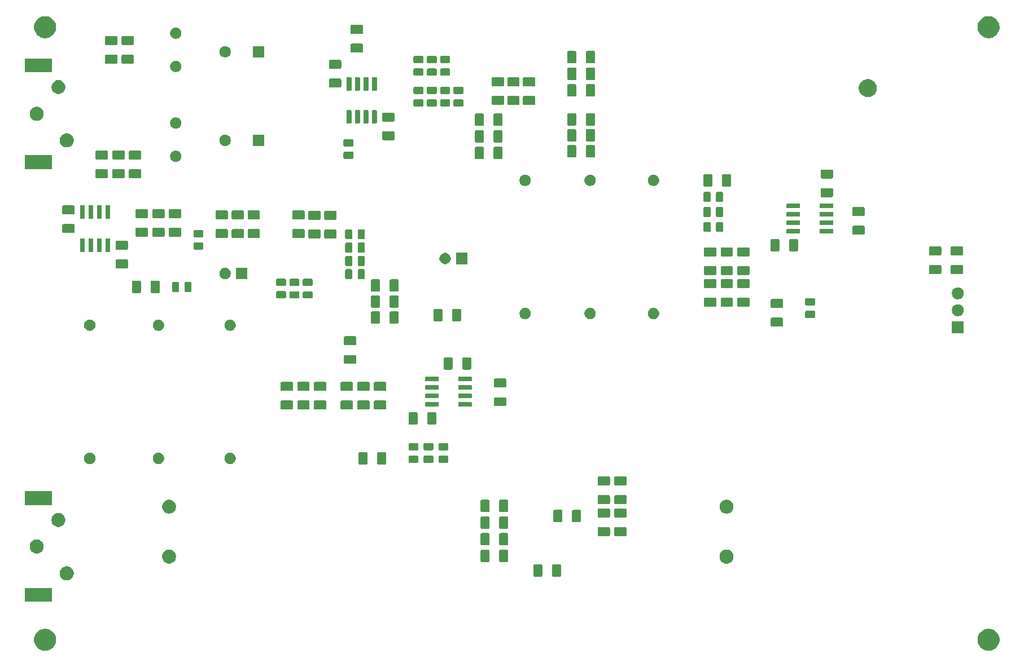
<source format=gbr>
G04 #@! TF.GenerationSoftware,KiCad,Pcbnew,(5.1.5-0)*
G04 #@! TF.CreationDate,2020-11-01T19:49:13+01:00*
G04 #@! TF.ProjectId,Phono preamp,50686f6e-6f20-4707-9265-616d702e6b69,rev?*
G04 #@! TF.SameCoordinates,Original*
G04 #@! TF.FileFunction,Soldermask,Top*
G04 #@! TF.FilePolarity,Negative*
%FSLAX46Y46*%
G04 Gerber Fmt 4.6, Leading zero omitted, Abs format (unit mm)*
G04 Created by KiCad (PCBNEW (5.1.5-0)) date 2020-11-01 19:49:13*
%MOMM*%
%LPD*%
G04 APERTURE LIST*
%ADD10C,0.100000*%
G04 APERTURE END LIST*
D10*
G36*
X205875256Y-158391298D02*
G01*
X205981579Y-158412447D01*
X206282042Y-158536903D01*
X206552451Y-158717585D01*
X206782415Y-158947549D01*
X206963097Y-159217958D01*
X207087553Y-159518421D01*
X207151000Y-159837391D01*
X207151000Y-160162609D01*
X207087553Y-160481579D01*
X206963097Y-160782042D01*
X206782415Y-161052451D01*
X206552451Y-161282415D01*
X206282042Y-161463097D01*
X205981579Y-161587553D01*
X205875256Y-161608702D01*
X205662611Y-161651000D01*
X205337389Y-161651000D01*
X205124744Y-161608702D01*
X205018421Y-161587553D01*
X204717958Y-161463097D01*
X204447549Y-161282415D01*
X204217585Y-161052451D01*
X204036903Y-160782042D01*
X203912447Y-160481579D01*
X203849000Y-160162609D01*
X203849000Y-159837391D01*
X203912447Y-159518421D01*
X204036903Y-159217958D01*
X204217585Y-158947549D01*
X204447549Y-158717585D01*
X204717958Y-158536903D01*
X205018421Y-158412447D01*
X205124744Y-158391298D01*
X205337389Y-158349000D01*
X205662611Y-158349000D01*
X205875256Y-158391298D01*
G37*
G36*
X64375256Y-158391298D02*
G01*
X64481579Y-158412447D01*
X64782042Y-158536903D01*
X65052451Y-158717585D01*
X65282415Y-158947549D01*
X65463097Y-159217958D01*
X65587553Y-159518421D01*
X65651000Y-159837391D01*
X65651000Y-160162609D01*
X65587553Y-160481579D01*
X65463097Y-160782042D01*
X65282415Y-161052451D01*
X65052451Y-161282415D01*
X64782042Y-161463097D01*
X64481579Y-161587553D01*
X64375256Y-161608702D01*
X64162611Y-161651000D01*
X63837389Y-161651000D01*
X63624744Y-161608702D01*
X63518421Y-161587553D01*
X63217958Y-161463097D01*
X62947549Y-161282415D01*
X62717585Y-161052451D01*
X62536903Y-160782042D01*
X62412447Y-160481579D01*
X62349000Y-160162609D01*
X62349000Y-159837391D01*
X62412447Y-159518421D01*
X62536903Y-159217958D01*
X62717585Y-158947549D01*
X62947549Y-158717585D01*
X63217958Y-158536903D01*
X63518421Y-158412447D01*
X63624744Y-158391298D01*
X63837389Y-158349000D01*
X64162611Y-158349000D01*
X64375256Y-158391298D01*
G37*
G36*
X65051000Y-154301000D02*
G01*
X60949000Y-154301000D01*
X60949000Y-152199000D01*
X65051000Y-152199000D01*
X65051000Y-154301000D01*
G37*
G36*
X67556564Y-148989389D02*
G01*
X67747833Y-149068615D01*
X67747835Y-149068616D01*
X67919973Y-149183635D01*
X68066365Y-149330027D01*
X68181385Y-149502167D01*
X68260611Y-149693436D01*
X68301000Y-149896484D01*
X68301000Y-150103516D01*
X68260611Y-150306564D01*
X68193601Y-150468341D01*
X68181384Y-150497835D01*
X68066365Y-150669973D01*
X67919973Y-150816365D01*
X67747835Y-150931384D01*
X67747834Y-150931385D01*
X67747833Y-150931385D01*
X67556564Y-151010611D01*
X67353516Y-151051000D01*
X67146484Y-151051000D01*
X66943436Y-151010611D01*
X66752167Y-150931385D01*
X66752166Y-150931385D01*
X66752165Y-150931384D01*
X66580027Y-150816365D01*
X66433635Y-150669973D01*
X66318616Y-150497835D01*
X66306399Y-150468341D01*
X66239389Y-150306564D01*
X66199000Y-150103516D01*
X66199000Y-149896484D01*
X66239389Y-149693436D01*
X66318615Y-149502167D01*
X66433635Y-149330027D01*
X66580027Y-149183635D01*
X66752165Y-149068616D01*
X66752167Y-149068615D01*
X66943436Y-148989389D01*
X67146484Y-148949000D01*
X67353516Y-148949000D01*
X67556564Y-148989389D01*
G37*
G36*
X141218604Y-148678347D02*
G01*
X141255144Y-148689432D01*
X141288821Y-148707433D01*
X141318341Y-148731659D01*
X141342567Y-148761179D01*
X141360568Y-148794856D01*
X141371653Y-148831396D01*
X141376000Y-148875538D01*
X141376000Y-150324462D01*
X141371653Y-150368604D01*
X141360568Y-150405144D01*
X141342567Y-150438821D01*
X141318341Y-150468341D01*
X141288821Y-150492567D01*
X141255144Y-150510568D01*
X141218604Y-150521653D01*
X141174462Y-150526000D01*
X140225538Y-150526000D01*
X140181396Y-150521653D01*
X140144856Y-150510568D01*
X140111179Y-150492567D01*
X140081659Y-150468341D01*
X140057433Y-150438821D01*
X140039432Y-150405144D01*
X140028347Y-150368604D01*
X140024000Y-150324462D01*
X140024000Y-148875538D01*
X140028347Y-148831396D01*
X140039432Y-148794856D01*
X140057433Y-148761179D01*
X140081659Y-148731659D01*
X140111179Y-148707433D01*
X140144856Y-148689432D01*
X140181396Y-148678347D01*
X140225538Y-148674000D01*
X141174462Y-148674000D01*
X141218604Y-148678347D01*
G37*
G36*
X138418604Y-148678347D02*
G01*
X138455144Y-148689432D01*
X138488821Y-148707433D01*
X138518341Y-148731659D01*
X138542567Y-148761179D01*
X138560568Y-148794856D01*
X138571653Y-148831396D01*
X138576000Y-148875538D01*
X138576000Y-150324462D01*
X138571653Y-150368604D01*
X138560568Y-150405144D01*
X138542567Y-150438821D01*
X138518341Y-150468341D01*
X138488821Y-150492567D01*
X138455144Y-150510568D01*
X138418604Y-150521653D01*
X138374462Y-150526000D01*
X137425538Y-150526000D01*
X137381396Y-150521653D01*
X137344856Y-150510568D01*
X137311179Y-150492567D01*
X137281659Y-150468341D01*
X137257433Y-150438821D01*
X137239432Y-150405144D01*
X137228347Y-150368604D01*
X137224000Y-150324462D01*
X137224000Y-148875538D01*
X137228347Y-148831396D01*
X137239432Y-148794856D01*
X137257433Y-148761179D01*
X137281659Y-148731659D01*
X137311179Y-148707433D01*
X137344856Y-148689432D01*
X137381396Y-148678347D01*
X137425538Y-148674000D01*
X138374462Y-148674000D01*
X138418604Y-148678347D01*
G37*
G36*
X82906564Y-146489389D02*
G01*
X83097833Y-146568615D01*
X83097835Y-146568616D01*
X83269973Y-146683635D01*
X83416365Y-146830027D01*
X83484090Y-146931384D01*
X83531385Y-147002167D01*
X83610611Y-147193436D01*
X83651000Y-147396484D01*
X83651000Y-147603516D01*
X83610611Y-147806564D01*
X83531385Y-147997833D01*
X83531384Y-147997835D01*
X83416365Y-148169973D01*
X83269973Y-148316365D01*
X83097835Y-148431384D01*
X83097834Y-148431385D01*
X83097833Y-148431385D01*
X82906564Y-148510611D01*
X82703516Y-148551000D01*
X82496484Y-148551000D01*
X82293436Y-148510611D01*
X82102167Y-148431385D01*
X82102166Y-148431385D01*
X82102165Y-148431384D01*
X81930027Y-148316365D01*
X81783635Y-148169973D01*
X81668616Y-147997835D01*
X81668615Y-147997833D01*
X81589389Y-147806564D01*
X81549000Y-147603516D01*
X81549000Y-147396484D01*
X81589389Y-147193436D01*
X81668615Y-147002167D01*
X81715911Y-146931384D01*
X81783635Y-146830027D01*
X81930027Y-146683635D01*
X82102165Y-146568616D01*
X82102167Y-146568615D01*
X82293436Y-146489389D01*
X82496484Y-146449000D01*
X82703516Y-146449000D01*
X82906564Y-146489389D01*
G37*
G36*
X166506564Y-146489389D02*
G01*
X166697833Y-146568615D01*
X166697835Y-146568616D01*
X166869973Y-146683635D01*
X167016365Y-146830027D01*
X167084090Y-146931384D01*
X167131385Y-147002167D01*
X167210611Y-147193436D01*
X167251000Y-147396484D01*
X167251000Y-147603516D01*
X167210611Y-147806564D01*
X167131385Y-147997833D01*
X167131384Y-147997835D01*
X167016365Y-148169973D01*
X166869973Y-148316365D01*
X166697835Y-148431384D01*
X166697834Y-148431385D01*
X166697833Y-148431385D01*
X166506564Y-148510611D01*
X166303516Y-148551000D01*
X166096484Y-148551000D01*
X165893436Y-148510611D01*
X165702167Y-148431385D01*
X165702166Y-148431385D01*
X165702165Y-148431384D01*
X165530027Y-148316365D01*
X165383635Y-148169973D01*
X165268616Y-147997835D01*
X165268615Y-147997833D01*
X165189389Y-147806564D01*
X165149000Y-147603516D01*
X165149000Y-147396484D01*
X165189389Y-147193436D01*
X165268615Y-147002167D01*
X165315911Y-146931384D01*
X165383635Y-146830027D01*
X165530027Y-146683635D01*
X165702165Y-146568616D01*
X165702167Y-146568615D01*
X165893436Y-146489389D01*
X166096484Y-146449000D01*
X166303516Y-146449000D01*
X166506564Y-146489389D01*
G37*
G36*
X130518604Y-146478347D02*
G01*
X130555144Y-146489432D01*
X130588821Y-146507433D01*
X130618341Y-146531659D01*
X130642567Y-146561179D01*
X130660568Y-146594856D01*
X130671653Y-146631396D01*
X130676000Y-146675538D01*
X130676000Y-148124462D01*
X130671653Y-148168604D01*
X130660568Y-148205144D01*
X130642567Y-148238821D01*
X130618341Y-148268341D01*
X130588821Y-148292567D01*
X130555144Y-148310568D01*
X130518604Y-148321653D01*
X130474462Y-148326000D01*
X129525538Y-148326000D01*
X129481396Y-148321653D01*
X129444856Y-148310568D01*
X129411179Y-148292567D01*
X129381659Y-148268341D01*
X129357433Y-148238821D01*
X129339432Y-148205144D01*
X129328347Y-148168604D01*
X129324000Y-148124462D01*
X129324000Y-146675538D01*
X129328347Y-146631396D01*
X129339432Y-146594856D01*
X129357433Y-146561179D01*
X129381659Y-146531659D01*
X129411179Y-146507433D01*
X129444856Y-146489432D01*
X129481396Y-146478347D01*
X129525538Y-146474000D01*
X130474462Y-146474000D01*
X130518604Y-146478347D01*
G37*
G36*
X133318604Y-146478347D02*
G01*
X133355144Y-146489432D01*
X133388821Y-146507433D01*
X133418341Y-146531659D01*
X133442567Y-146561179D01*
X133460568Y-146594856D01*
X133471653Y-146631396D01*
X133476000Y-146675538D01*
X133476000Y-148124462D01*
X133471653Y-148168604D01*
X133460568Y-148205144D01*
X133442567Y-148238821D01*
X133418341Y-148268341D01*
X133388821Y-148292567D01*
X133355144Y-148310568D01*
X133318604Y-148321653D01*
X133274462Y-148326000D01*
X132325538Y-148326000D01*
X132281396Y-148321653D01*
X132244856Y-148310568D01*
X132211179Y-148292567D01*
X132181659Y-148268341D01*
X132157433Y-148238821D01*
X132139432Y-148205144D01*
X132128347Y-148168604D01*
X132124000Y-148124462D01*
X132124000Y-146675538D01*
X132128347Y-146631396D01*
X132139432Y-146594856D01*
X132157433Y-146561179D01*
X132181659Y-146531659D01*
X132211179Y-146507433D01*
X132244856Y-146489432D01*
X132281396Y-146478347D01*
X132325538Y-146474000D01*
X133274462Y-146474000D01*
X133318604Y-146478347D01*
G37*
G36*
X63056564Y-144989389D02*
G01*
X63247833Y-145068615D01*
X63247835Y-145068616D01*
X63419973Y-145183635D01*
X63566365Y-145330027D01*
X63681385Y-145502167D01*
X63760611Y-145693436D01*
X63801000Y-145896484D01*
X63801000Y-146103516D01*
X63760611Y-146306564D01*
X63684882Y-146489390D01*
X63681384Y-146497835D01*
X63566365Y-146669973D01*
X63419973Y-146816365D01*
X63247835Y-146931384D01*
X63247834Y-146931385D01*
X63247833Y-146931385D01*
X63056564Y-147010611D01*
X62853516Y-147051000D01*
X62646484Y-147051000D01*
X62443436Y-147010611D01*
X62252167Y-146931385D01*
X62252166Y-146931385D01*
X62252165Y-146931384D01*
X62080027Y-146816365D01*
X61933635Y-146669973D01*
X61818616Y-146497835D01*
X61815118Y-146489390D01*
X61739389Y-146306564D01*
X61699000Y-146103516D01*
X61699000Y-145896484D01*
X61739389Y-145693436D01*
X61818615Y-145502167D01*
X61933635Y-145330027D01*
X62080027Y-145183635D01*
X62252165Y-145068616D01*
X62252167Y-145068615D01*
X62443436Y-144989389D01*
X62646484Y-144949000D01*
X62853516Y-144949000D01*
X63056564Y-144989389D01*
G37*
G36*
X130518604Y-143978347D02*
G01*
X130555144Y-143989432D01*
X130588821Y-144007433D01*
X130618341Y-144031659D01*
X130642567Y-144061179D01*
X130660568Y-144094856D01*
X130671653Y-144131396D01*
X130676000Y-144175538D01*
X130676000Y-145624462D01*
X130671653Y-145668604D01*
X130660568Y-145705144D01*
X130642567Y-145738821D01*
X130618341Y-145768341D01*
X130588821Y-145792567D01*
X130555144Y-145810568D01*
X130518604Y-145821653D01*
X130474462Y-145826000D01*
X129525538Y-145826000D01*
X129481396Y-145821653D01*
X129444856Y-145810568D01*
X129411179Y-145792567D01*
X129381659Y-145768341D01*
X129357433Y-145738821D01*
X129339432Y-145705144D01*
X129328347Y-145668604D01*
X129324000Y-145624462D01*
X129324000Y-144175538D01*
X129328347Y-144131396D01*
X129339432Y-144094856D01*
X129357433Y-144061179D01*
X129381659Y-144031659D01*
X129411179Y-144007433D01*
X129444856Y-143989432D01*
X129481396Y-143978347D01*
X129525538Y-143974000D01*
X130474462Y-143974000D01*
X130518604Y-143978347D01*
G37*
G36*
X133318604Y-143978347D02*
G01*
X133355144Y-143989432D01*
X133388821Y-144007433D01*
X133418341Y-144031659D01*
X133442567Y-144061179D01*
X133460568Y-144094856D01*
X133471653Y-144131396D01*
X133476000Y-144175538D01*
X133476000Y-145624462D01*
X133471653Y-145668604D01*
X133460568Y-145705144D01*
X133442567Y-145738821D01*
X133418341Y-145768341D01*
X133388821Y-145792567D01*
X133355144Y-145810568D01*
X133318604Y-145821653D01*
X133274462Y-145826000D01*
X132325538Y-145826000D01*
X132281396Y-145821653D01*
X132244856Y-145810568D01*
X132211179Y-145792567D01*
X132181659Y-145768341D01*
X132157433Y-145738821D01*
X132139432Y-145705144D01*
X132128347Y-145668604D01*
X132124000Y-145624462D01*
X132124000Y-144175538D01*
X132128347Y-144131396D01*
X132139432Y-144094856D01*
X132157433Y-144061179D01*
X132181659Y-144031659D01*
X132211179Y-144007433D01*
X132244856Y-143989432D01*
X132281396Y-143978347D01*
X132325538Y-143974000D01*
X133274462Y-143974000D01*
X133318604Y-143978347D01*
G37*
G36*
X151068604Y-143078347D02*
G01*
X151105144Y-143089432D01*
X151138821Y-143107433D01*
X151168341Y-143131659D01*
X151192567Y-143161179D01*
X151210568Y-143194856D01*
X151221653Y-143231396D01*
X151226000Y-143275538D01*
X151226000Y-144224462D01*
X151221653Y-144268604D01*
X151210568Y-144305144D01*
X151192567Y-144338821D01*
X151168341Y-144368341D01*
X151138821Y-144392567D01*
X151105144Y-144410568D01*
X151068604Y-144421653D01*
X151024462Y-144426000D01*
X149575538Y-144426000D01*
X149531396Y-144421653D01*
X149494856Y-144410568D01*
X149461179Y-144392567D01*
X149431659Y-144368341D01*
X149407433Y-144338821D01*
X149389432Y-144305144D01*
X149378347Y-144268604D01*
X149374000Y-144224462D01*
X149374000Y-143275538D01*
X149378347Y-143231396D01*
X149389432Y-143194856D01*
X149407433Y-143161179D01*
X149431659Y-143131659D01*
X149461179Y-143107433D01*
X149494856Y-143089432D01*
X149531396Y-143078347D01*
X149575538Y-143074000D01*
X151024462Y-143074000D01*
X151068604Y-143078347D01*
G37*
G36*
X148568604Y-143078347D02*
G01*
X148605144Y-143089432D01*
X148638821Y-143107433D01*
X148668341Y-143131659D01*
X148692567Y-143161179D01*
X148710568Y-143194856D01*
X148721653Y-143231396D01*
X148726000Y-143275538D01*
X148726000Y-144224462D01*
X148721653Y-144268604D01*
X148710568Y-144305144D01*
X148692567Y-144338821D01*
X148668341Y-144368341D01*
X148638821Y-144392567D01*
X148605144Y-144410568D01*
X148568604Y-144421653D01*
X148524462Y-144426000D01*
X147075538Y-144426000D01*
X147031396Y-144421653D01*
X146994856Y-144410568D01*
X146961179Y-144392567D01*
X146931659Y-144368341D01*
X146907433Y-144338821D01*
X146889432Y-144305144D01*
X146878347Y-144268604D01*
X146874000Y-144224462D01*
X146874000Y-143275538D01*
X146878347Y-143231396D01*
X146889432Y-143194856D01*
X146907433Y-143161179D01*
X146931659Y-143131659D01*
X146961179Y-143107433D01*
X146994856Y-143089432D01*
X147031396Y-143078347D01*
X147075538Y-143074000D01*
X148524462Y-143074000D01*
X148568604Y-143078347D01*
G37*
G36*
X133318604Y-141478347D02*
G01*
X133355144Y-141489432D01*
X133388821Y-141507433D01*
X133418341Y-141531659D01*
X133442567Y-141561179D01*
X133460568Y-141594856D01*
X133471653Y-141631396D01*
X133476000Y-141675538D01*
X133476000Y-143124462D01*
X133471653Y-143168604D01*
X133460568Y-143205144D01*
X133442567Y-143238821D01*
X133418341Y-143268341D01*
X133388821Y-143292567D01*
X133355144Y-143310568D01*
X133318604Y-143321653D01*
X133274462Y-143326000D01*
X132325538Y-143326000D01*
X132281396Y-143321653D01*
X132244856Y-143310568D01*
X132211179Y-143292567D01*
X132181659Y-143268341D01*
X132157433Y-143238821D01*
X132139432Y-143205144D01*
X132128347Y-143168604D01*
X132124000Y-143124462D01*
X132124000Y-141675538D01*
X132128347Y-141631396D01*
X132139432Y-141594856D01*
X132157433Y-141561179D01*
X132181659Y-141531659D01*
X132211179Y-141507433D01*
X132244856Y-141489432D01*
X132281396Y-141478347D01*
X132325538Y-141474000D01*
X133274462Y-141474000D01*
X133318604Y-141478347D01*
G37*
G36*
X130518604Y-141478347D02*
G01*
X130555144Y-141489432D01*
X130588821Y-141507433D01*
X130618341Y-141531659D01*
X130642567Y-141561179D01*
X130660568Y-141594856D01*
X130671653Y-141631396D01*
X130676000Y-141675538D01*
X130676000Y-143124462D01*
X130671653Y-143168604D01*
X130660568Y-143205144D01*
X130642567Y-143238821D01*
X130618341Y-143268341D01*
X130588821Y-143292567D01*
X130555144Y-143310568D01*
X130518604Y-143321653D01*
X130474462Y-143326000D01*
X129525538Y-143326000D01*
X129481396Y-143321653D01*
X129444856Y-143310568D01*
X129411179Y-143292567D01*
X129381659Y-143268341D01*
X129357433Y-143238821D01*
X129339432Y-143205144D01*
X129328347Y-143168604D01*
X129324000Y-143124462D01*
X129324000Y-141675538D01*
X129328347Y-141631396D01*
X129339432Y-141594856D01*
X129357433Y-141561179D01*
X129381659Y-141531659D01*
X129411179Y-141507433D01*
X129444856Y-141489432D01*
X129481396Y-141478347D01*
X129525538Y-141474000D01*
X130474462Y-141474000D01*
X130518604Y-141478347D01*
G37*
G36*
X66306564Y-140989389D02*
G01*
X66497833Y-141068615D01*
X66497835Y-141068616D01*
X66669973Y-141183635D01*
X66816365Y-141330027D01*
X66916037Y-141479196D01*
X66931385Y-141502167D01*
X67010611Y-141693436D01*
X67051000Y-141896484D01*
X67051000Y-142103516D01*
X67010611Y-142306564D01*
X67002560Y-142326000D01*
X66931384Y-142497835D01*
X66816365Y-142669973D01*
X66669973Y-142816365D01*
X66497835Y-142931384D01*
X66497834Y-142931385D01*
X66497833Y-142931385D01*
X66306564Y-143010611D01*
X66103516Y-143051000D01*
X65896484Y-143051000D01*
X65693436Y-143010611D01*
X65502167Y-142931385D01*
X65502166Y-142931385D01*
X65502165Y-142931384D01*
X65330027Y-142816365D01*
X65183635Y-142669973D01*
X65068616Y-142497835D01*
X64997440Y-142326000D01*
X64989389Y-142306564D01*
X64949000Y-142103516D01*
X64949000Y-141896484D01*
X64989389Y-141693436D01*
X65068615Y-141502167D01*
X65083964Y-141479196D01*
X65183635Y-141330027D01*
X65330027Y-141183635D01*
X65502165Y-141068616D01*
X65502167Y-141068615D01*
X65693436Y-140989389D01*
X65896484Y-140949000D01*
X66103516Y-140949000D01*
X66306564Y-140989389D01*
G37*
G36*
X144218604Y-140478347D02*
G01*
X144255144Y-140489432D01*
X144288821Y-140507433D01*
X144318341Y-140531659D01*
X144342567Y-140561179D01*
X144360568Y-140594856D01*
X144371653Y-140631396D01*
X144376000Y-140675538D01*
X144376000Y-142124462D01*
X144371653Y-142168604D01*
X144360568Y-142205144D01*
X144342567Y-142238821D01*
X144318341Y-142268341D01*
X144288821Y-142292567D01*
X144255144Y-142310568D01*
X144218604Y-142321653D01*
X144174462Y-142326000D01*
X143225538Y-142326000D01*
X143181396Y-142321653D01*
X143144856Y-142310568D01*
X143111179Y-142292567D01*
X143081659Y-142268341D01*
X143057433Y-142238821D01*
X143039432Y-142205144D01*
X143028347Y-142168604D01*
X143024000Y-142124462D01*
X143024000Y-140675538D01*
X143028347Y-140631396D01*
X143039432Y-140594856D01*
X143057433Y-140561179D01*
X143081659Y-140531659D01*
X143111179Y-140507433D01*
X143144856Y-140489432D01*
X143181396Y-140478347D01*
X143225538Y-140474000D01*
X144174462Y-140474000D01*
X144218604Y-140478347D01*
G37*
G36*
X141418604Y-140478347D02*
G01*
X141455144Y-140489432D01*
X141488821Y-140507433D01*
X141518341Y-140531659D01*
X141542567Y-140561179D01*
X141560568Y-140594856D01*
X141571653Y-140631396D01*
X141576000Y-140675538D01*
X141576000Y-142124462D01*
X141571653Y-142168604D01*
X141560568Y-142205144D01*
X141542567Y-142238821D01*
X141518341Y-142268341D01*
X141488821Y-142292567D01*
X141455144Y-142310568D01*
X141418604Y-142321653D01*
X141374462Y-142326000D01*
X140425538Y-142326000D01*
X140381396Y-142321653D01*
X140344856Y-142310568D01*
X140311179Y-142292567D01*
X140281659Y-142268341D01*
X140257433Y-142238821D01*
X140239432Y-142205144D01*
X140228347Y-142168604D01*
X140224000Y-142124462D01*
X140224000Y-140675538D01*
X140228347Y-140631396D01*
X140239432Y-140594856D01*
X140257433Y-140561179D01*
X140281659Y-140531659D01*
X140311179Y-140507433D01*
X140344856Y-140489432D01*
X140381396Y-140478347D01*
X140425538Y-140474000D01*
X141374462Y-140474000D01*
X141418604Y-140478347D01*
G37*
G36*
X151068604Y-140278347D02*
G01*
X151105144Y-140289432D01*
X151138821Y-140307433D01*
X151168341Y-140331659D01*
X151192567Y-140361179D01*
X151210568Y-140394856D01*
X151221653Y-140431396D01*
X151226000Y-140475538D01*
X151226000Y-141424462D01*
X151221653Y-141468604D01*
X151210568Y-141505144D01*
X151192567Y-141538821D01*
X151168341Y-141568341D01*
X151138821Y-141592567D01*
X151105144Y-141610568D01*
X151068604Y-141621653D01*
X151024462Y-141626000D01*
X149575538Y-141626000D01*
X149531396Y-141621653D01*
X149494856Y-141610568D01*
X149461179Y-141592567D01*
X149431659Y-141568341D01*
X149407433Y-141538821D01*
X149389432Y-141505144D01*
X149378347Y-141468604D01*
X149374000Y-141424462D01*
X149374000Y-140475538D01*
X149378347Y-140431396D01*
X149389432Y-140394856D01*
X149407433Y-140361179D01*
X149431659Y-140331659D01*
X149461179Y-140307433D01*
X149494856Y-140289432D01*
X149531396Y-140278347D01*
X149575538Y-140274000D01*
X151024462Y-140274000D01*
X151068604Y-140278347D01*
G37*
G36*
X148568604Y-140278347D02*
G01*
X148605144Y-140289432D01*
X148638821Y-140307433D01*
X148668341Y-140331659D01*
X148692567Y-140361179D01*
X148710568Y-140394856D01*
X148721653Y-140431396D01*
X148726000Y-140475538D01*
X148726000Y-141424462D01*
X148721653Y-141468604D01*
X148710568Y-141505144D01*
X148692567Y-141538821D01*
X148668341Y-141568341D01*
X148638821Y-141592567D01*
X148605144Y-141610568D01*
X148568604Y-141621653D01*
X148524462Y-141626000D01*
X147075538Y-141626000D01*
X147031396Y-141621653D01*
X146994856Y-141610568D01*
X146961179Y-141592567D01*
X146931659Y-141568341D01*
X146907433Y-141538821D01*
X146889432Y-141505144D01*
X146878347Y-141468604D01*
X146874000Y-141424462D01*
X146874000Y-140475538D01*
X146878347Y-140431396D01*
X146889432Y-140394856D01*
X146907433Y-140361179D01*
X146931659Y-140331659D01*
X146961179Y-140307433D01*
X146994856Y-140289432D01*
X147031396Y-140278347D01*
X147075538Y-140274000D01*
X148524462Y-140274000D01*
X148568604Y-140278347D01*
G37*
G36*
X82906564Y-138989389D02*
G01*
X83097833Y-139068615D01*
X83097835Y-139068616D01*
X83257855Y-139175538D01*
X83269973Y-139183635D01*
X83416365Y-139330027D01*
X83531385Y-139502167D01*
X83610611Y-139693436D01*
X83651000Y-139896484D01*
X83651000Y-140103516D01*
X83610611Y-140306564D01*
X83534865Y-140489432D01*
X83531384Y-140497835D01*
X83416365Y-140669973D01*
X83269973Y-140816365D01*
X83097835Y-140931384D01*
X83097834Y-140931385D01*
X83097833Y-140931385D01*
X82906564Y-141010611D01*
X82703516Y-141051000D01*
X82496484Y-141051000D01*
X82293436Y-141010611D01*
X82102167Y-140931385D01*
X82102166Y-140931385D01*
X82102165Y-140931384D01*
X81930027Y-140816365D01*
X81783635Y-140669973D01*
X81668616Y-140497835D01*
X81665135Y-140489432D01*
X81589389Y-140306564D01*
X81549000Y-140103516D01*
X81549000Y-139896484D01*
X81589389Y-139693436D01*
X81668615Y-139502167D01*
X81783635Y-139330027D01*
X81930027Y-139183635D01*
X81942145Y-139175538D01*
X82102165Y-139068616D01*
X82102167Y-139068615D01*
X82293436Y-138989389D01*
X82496484Y-138949000D01*
X82703516Y-138949000D01*
X82906564Y-138989389D01*
G37*
G36*
X166506564Y-138989389D02*
G01*
X166697833Y-139068615D01*
X166697835Y-139068616D01*
X166857855Y-139175538D01*
X166869973Y-139183635D01*
X167016365Y-139330027D01*
X167131385Y-139502167D01*
X167210611Y-139693436D01*
X167251000Y-139896484D01*
X167251000Y-140103516D01*
X167210611Y-140306564D01*
X167134865Y-140489432D01*
X167131384Y-140497835D01*
X167016365Y-140669973D01*
X166869973Y-140816365D01*
X166697835Y-140931384D01*
X166697834Y-140931385D01*
X166697833Y-140931385D01*
X166506564Y-141010611D01*
X166303516Y-141051000D01*
X166096484Y-141051000D01*
X165893436Y-141010611D01*
X165702167Y-140931385D01*
X165702166Y-140931385D01*
X165702165Y-140931384D01*
X165530027Y-140816365D01*
X165383635Y-140669973D01*
X165268616Y-140497835D01*
X165265135Y-140489432D01*
X165189389Y-140306564D01*
X165149000Y-140103516D01*
X165149000Y-139896484D01*
X165189389Y-139693436D01*
X165268615Y-139502167D01*
X165383635Y-139330027D01*
X165530027Y-139183635D01*
X165542145Y-139175538D01*
X165702165Y-139068616D01*
X165702167Y-139068615D01*
X165893436Y-138989389D01*
X166096484Y-138949000D01*
X166303516Y-138949000D01*
X166506564Y-138989389D01*
G37*
G36*
X133318604Y-138978347D02*
G01*
X133355144Y-138989432D01*
X133388821Y-139007433D01*
X133418341Y-139031659D01*
X133442567Y-139061179D01*
X133460568Y-139094856D01*
X133471653Y-139131396D01*
X133476000Y-139175538D01*
X133476000Y-140624462D01*
X133471653Y-140668604D01*
X133460568Y-140705144D01*
X133442567Y-140738821D01*
X133418341Y-140768341D01*
X133388821Y-140792567D01*
X133355144Y-140810568D01*
X133318604Y-140821653D01*
X133274462Y-140826000D01*
X132325538Y-140826000D01*
X132281396Y-140821653D01*
X132244856Y-140810568D01*
X132211179Y-140792567D01*
X132181659Y-140768341D01*
X132157433Y-140738821D01*
X132139432Y-140705144D01*
X132128347Y-140668604D01*
X132124000Y-140624462D01*
X132124000Y-139175538D01*
X132128347Y-139131396D01*
X132139432Y-139094856D01*
X132157433Y-139061179D01*
X132181659Y-139031659D01*
X132211179Y-139007433D01*
X132244856Y-138989432D01*
X132281396Y-138978347D01*
X132325538Y-138974000D01*
X133274462Y-138974000D01*
X133318604Y-138978347D01*
G37*
G36*
X130518604Y-138978347D02*
G01*
X130555144Y-138989432D01*
X130588821Y-139007433D01*
X130618341Y-139031659D01*
X130642567Y-139061179D01*
X130660568Y-139094856D01*
X130671653Y-139131396D01*
X130676000Y-139175538D01*
X130676000Y-140624462D01*
X130671653Y-140668604D01*
X130660568Y-140705144D01*
X130642567Y-140738821D01*
X130618341Y-140768341D01*
X130588821Y-140792567D01*
X130555144Y-140810568D01*
X130518604Y-140821653D01*
X130474462Y-140826000D01*
X129525538Y-140826000D01*
X129481396Y-140821653D01*
X129444856Y-140810568D01*
X129411179Y-140792567D01*
X129381659Y-140768341D01*
X129357433Y-140738821D01*
X129339432Y-140705144D01*
X129328347Y-140668604D01*
X129324000Y-140624462D01*
X129324000Y-139175538D01*
X129328347Y-139131396D01*
X129339432Y-139094856D01*
X129357433Y-139061179D01*
X129381659Y-139031659D01*
X129411179Y-139007433D01*
X129444856Y-138989432D01*
X129481396Y-138978347D01*
X129525538Y-138974000D01*
X130474462Y-138974000D01*
X130518604Y-138978347D01*
G37*
G36*
X65051000Y-139801000D02*
G01*
X60949000Y-139801000D01*
X60949000Y-137699000D01*
X65051000Y-137699000D01*
X65051000Y-139801000D01*
G37*
G36*
X151068604Y-138278347D02*
G01*
X151105144Y-138289432D01*
X151138821Y-138307433D01*
X151168341Y-138331659D01*
X151192567Y-138361179D01*
X151210568Y-138394856D01*
X151221653Y-138431396D01*
X151226000Y-138475538D01*
X151226000Y-139424462D01*
X151221653Y-139468604D01*
X151210568Y-139505144D01*
X151192567Y-139538821D01*
X151168341Y-139568341D01*
X151138821Y-139592567D01*
X151105144Y-139610568D01*
X151068604Y-139621653D01*
X151024462Y-139626000D01*
X149575538Y-139626000D01*
X149531396Y-139621653D01*
X149494856Y-139610568D01*
X149461179Y-139592567D01*
X149431659Y-139568341D01*
X149407433Y-139538821D01*
X149389432Y-139505144D01*
X149378347Y-139468604D01*
X149374000Y-139424462D01*
X149374000Y-138475538D01*
X149378347Y-138431396D01*
X149389432Y-138394856D01*
X149407433Y-138361179D01*
X149431659Y-138331659D01*
X149461179Y-138307433D01*
X149494856Y-138289432D01*
X149531396Y-138278347D01*
X149575538Y-138274000D01*
X151024462Y-138274000D01*
X151068604Y-138278347D01*
G37*
G36*
X148568604Y-138278347D02*
G01*
X148605144Y-138289432D01*
X148638821Y-138307433D01*
X148668341Y-138331659D01*
X148692567Y-138361179D01*
X148710568Y-138394856D01*
X148721653Y-138431396D01*
X148726000Y-138475538D01*
X148726000Y-139424462D01*
X148721653Y-139468604D01*
X148710568Y-139505144D01*
X148692567Y-139538821D01*
X148668341Y-139568341D01*
X148638821Y-139592567D01*
X148605144Y-139610568D01*
X148568604Y-139621653D01*
X148524462Y-139626000D01*
X147075538Y-139626000D01*
X147031396Y-139621653D01*
X146994856Y-139610568D01*
X146961179Y-139592567D01*
X146931659Y-139568341D01*
X146907433Y-139538821D01*
X146889432Y-139505144D01*
X146878347Y-139468604D01*
X146874000Y-139424462D01*
X146874000Y-138475538D01*
X146878347Y-138431396D01*
X146889432Y-138394856D01*
X146907433Y-138361179D01*
X146931659Y-138331659D01*
X146961179Y-138307433D01*
X146994856Y-138289432D01*
X147031396Y-138278347D01*
X147075538Y-138274000D01*
X148524462Y-138274000D01*
X148568604Y-138278347D01*
G37*
G36*
X151068604Y-135478347D02*
G01*
X151105144Y-135489432D01*
X151138821Y-135507433D01*
X151168341Y-135531659D01*
X151192567Y-135561179D01*
X151210568Y-135594856D01*
X151221653Y-135631396D01*
X151226000Y-135675538D01*
X151226000Y-136624462D01*
X151221653Y-136668604D01*
X151210568Y-136705144D01*
X151192567Y-136738821D01*
X151168341Y-136768341D01*
X151138821Y-136792567D01*
X151105144Y-136810568D01*
X151068604Y-136821653D01*
X151024462Y-136826000D01*
X149575538Y-136826000D01*
X149531396Y-136821653D01*
X149494856Y-136810568D01*
X149461179Y-136792567D01*
X149431659Y-136768341D01*
X149407433Y-136738821D01*
X149389432Y-136705144D01*
X149378347Y-136668604D01*
X149374000Y-136624462D01*
X149374000Y-135675538D01*
X149378347Y-135631396D01*
X149389432Y-135594856D01*
X149407433Y-135561179D01*
X149431659Y-135531659D01*
X149461179Y-135507433D01*
X149494856Y-135489432D01*
X149531396Y-135478347D01*
X149575538Y-135474000D01*
X151024462Y-135474000D01*
X151068604Y-135478347D01*
G37*
G36*
X148568604Y-135478347D02*
G01*
X148605144Y-135489432D01*
X148638821Y-135507433D01*
X148668341Y-135531659D01*
X148692567Y-135561179D01*
X148710568Y-135594856D01*
X148721653Y-135631396D01*
X148726000Y-135675538D01*
X148726000Y-136624462D01*
X148721653Y-136668604D01*
X148710568Y-136705144D01*
X148692567Y-136738821D01*
X148668341Y-136768341D01*
X148638821Y-136792567D01*
X148605144Y-136810568D01*
X148568604Y-136821653D01*
X148524462Y-136826000D01*
X147075538Y-136826000D01*
X147031396Y-136821653D01*
X146994856Y-136810568D01*
X146961179Y-136792567D01*
X146931659Y-136768341D01*
X146907433Y-136738821D01*
X146889432Y-136705144D01*
X146878347Y-136668604D01*
X146874000Y-136624462D01*
X146874000Y-135675538D01*
X146878347Y-135631396D01*
X146889432Y-135594856D01*
X146907433Y-135561179D01*
X146931659Y-135531659D01*
X146961179Y-135507433D01*
X146994856Y-135489432D01*
X147031396Y-135478347D01*
X147075538Y-135474000D01*
X148524462Y-135474000D01*
X148568604Y-135478347D01*
G37*
G36*
X112218604Y-131828347D02*
G01*
X112255144Y-131839432D01*
X112288821Y-131857433D01*
X112318341Y-131881659D01*
X112342567Y-131911179D01*
X112360568Y-131944856D01*
X112371653Y-131981396D01*
X112376000Y-132025538D01*
X112376000Y-133474462D01*
X112371653Y-133518604D01*
X112360568Y-133555144D01*
X112342567Y-133588821D01*
X112318341Y-133618341D01*
X112288821Y-133642567D01*
X112255144Y-133660568D01*
X112218604Y-133671653D01*
X112174462Y-133676000D01*
X111225538Y-133676000D01*
X111181396Y-133671653D01*
X111144856Y-133660568D01*
X111111179Y-133642567D01*
X111081659Y-133618341D01*
X111057433Y-133588821D01*
X111039432Y-133555144D01*
X111028347Y-133518604D01*
X111024000Y-133474462D01*
X111024000Y-132025538D01*
X111028347Y-131981396D01*
X111039432Y-131944856D01*
X111057433Y-131911179D01*
X111081659Y-131881659D01*
X111111179Y-131857433D01*
X111144856Y-131839432D01*
X111181396Y-131828347D01*
X111225538Y-131824000D01*
X112174462Y-131824000D01*
X112218604Y-131828347D01*
G37*
G36*
X115018604Y-131828347D02*
G01*
X115055144Y-131839432D01*
X115088821Y-131857433D01*
X115118341Y-131881659D01*
X115142567Y-131911179D01*
X115160568Y-131944856D01*
X115171653Y-131981396D01*
X115176000Y-132025538D01*
X115176000Y-133474462D01*
X115171653Y-133518604D01*
X115160568Y-133555144D01*
X115142567Y-133588821D01*
X115118341Y-133618341D01*
X115088821Y-133642567D01*
X115055144Y-133660568D01*
X115018604Y-133671653D01*
X114974462Y-133676000D01*
X114025538Y-133676000D01*
X113981396Y-133671653D01*
X113944856Y-133660568D01*
X113911179Y-133642567D01*
X113881659Y-133618341D01*
X113857433Y-133588821D01*
X113839432Y-133555144D01*
X113828347Y-133518604D01*
X113824000Y-133474462D01*
X113824000Y-132025538D01*
X113828347Y-131981396D01*
X113839432Y-131944856D01*
X113857433Y-131911179D01*
X113881659Y-131881659D01*
X113911179Y-131857433D01*
X113944856Y-131839432D01*
X113981396Y-131828347D01*
X114025538Y-131824000D01*
X114974462Y-131824000D01*
X115018604Y-131828347D01*
G37*
G36*
X70948228Y-131931703D02*
G01*
X71103100Y-131995853D01*
X71242481Y-132088985D01*
X71361015Y-132207519D01*
X71454147Y-132346900D01*
X71518297Y-132501772D01*
X71551000Y-132666184D01*
X71551000Y-132833816D01*
X71518297Y-132998228D01*
X71454147Y-133153100D01*
X71361015Y-133292481D01*
X71242481Y-133411015D01*
X71103100Y-133504147D01*
X70948228Y-133568297D01*
X70783816Y-133601000D01*
X70616184Y-133601000D01*
X70451772Y-133568297D01*
X70296900Y-133504147D01*
X70157519Y-133411015D01*
X70038985Y-133292481D01*
X69945853Y-133153100D01*
X69881703Y-132998228D01*
X69849000Y-132833816D01*
X69849000Y-132666184D01*
X69881703Y-132501772D01*
X69945853Y-132346900D01*
X70038985Y-132207519D01*
X70157519Y-132088985D01*
X70296900Y-131995853D01*
X70451772Y-131931703D01*
X70616184Y-131899000D01*
X70783816Y-131899000D01*
X70948228Y-131931703D01*
G37*
G36*
X91998228Y-131931703D02*
G01*
X92153100Y-131995853D01*
X92292481Y-132088985D01*
X92411015Y-132207519D01*
X92504147Y-132346900D01*
X92568297Y-132501772D01*
X92601000Y-132666184D01*
X92601000Y-132833816D01*
X92568297Y-132998228D01*
X92504147Y-133153100D01*
X92411015Y-133292481D01*
X92292481Y-133411015D01*
X92153100Y-133504147D01*
X91998228Y-133568297D01*
X91833816Y-133601000D01*
X91666184Y-133601000D01*
X91501772Y-133568297D01*
X91346900Y-133504147D01*
X91207519Y-133411015D01*
X91088985Y-133292481D01*
X90995853Y-133153100D01*
X90931703Y-132998228D01*
X90899000Y-132833816D01*
X90899000Y-132666184D01*
X90931703Y-132501772D01*
X90995853Y-132346900D01*
X91088985Y-132207519D01*
X91207519Y-132088985D01*
X91346900Y-131995853D01*
X91501772Y-131931703D01*
X91666184Y-131899000D01*
X91833816Y-131899000D01*
X91998228Y-131931703D01*
G37*
G36*
X81248228Y-131931703D02*
G01*
X81403100Y-131995853D01*
X81542481Y-132088985D01*
X81661015Y-132207519D01*
X81754147Y-132346900D01*
X81818297Y-132501772D01*
X81851000Y-132666184D01*
X81851000Y-132833816D01*
X81818297Y-132998228D01*
X81754147Y-133153100D01*
X81661015Y-133292481D01*
X81542481Y-133411015D01*
X81403100Y-133504147D01*
X81248228Y-133568297D01*
X81083816Y-133601000D01*
X80916184Y-133601000D01*
X80751772Y-133568297D01*
X80596900Y-133504147D01*
X80457519Y-133411015D01*
X80338985Y-133292481D01*
X80245853Y-133153100D01*
X80181703Y-132998228D01*
X80149000Y-132833816D01*
X80149000Y-132666184D01*
X80181703Y-132501772D01*
X80245853Y-132346900D01*
X80338985Y-132207519D01*
X80457519Y-132088985D01*
X80596900Y-131995853D01*
X80751772Y-131931703D01*
X80916184Y-131899000D01*
X81083816Y-131899000D01*
X81248228Y-131931703D01*
G37*
G36*
X124334468Y-132341065D02*
G01*
X124373138Y-132352796D01*
X124408777Y-132371846D01*
X124440017Y-132397483D01*
X124465654Y-132428723D01*
X124484704Y-132464362D01*
X124496435Y-132503032D01*
X124501000Y-132549388D01*
X124501000Y-133200612D01*
X124496435Y-133246968D01*
X124484704Y-133285638D01*
X124465654Y-133321277D01*
X124440017Y-133352517D01*
X124408777Y-133378154D01*
X124373138Y-133397204D01*
X124334468Y-133408935D01*
X124288112Y-133413500D01*
X123211888Y-133413500D01*
X123165532Y-133408935D01*
X123126862Y-133397204D01*
X123091223Y-133378154D01*
X123059983Y-133352517D01*
X123034346Y-133321277D01*
X123015296Y-133285638D01*
X123003565Y-133246968D01*
X122999000Y-133200612D01*
X122999000Y-132549388D01*
X123003565Y-132503032D01*
X123015296Y-132464362D01*
X123034346Y-132428723D01*
X123059983Y-132397483D01*
X123091223Y-132371846D01*
X123126862Y-132352796D01*
X123165532Y-132341065D01*
X123211888Y-132336500D01*
X124288112Y-132336500D01*
X124334468Y-132341065D01*
G37*
G36*
X119834468Y-132341065D02*
G01*
X119873138Y-132352796D01*
X119908777Y-132371846D01*
X119940017Y-132397483D01*
X119965654Y-132428723D01*
X119984704Y-132464362D01*
X119996435Y-132503032D01*
X120001000Y-132549388D01*
X120001000Y-133200612D01*
X119996435Y-133246968D01*
X119984704Y-133285638D01*
X119965654Y-133321277D01*
X119940017Y-133352517D01*
X119908777Y-133378154D01*
X119873138Y-133397204D01*
X119834468Y-133408935D01*
X119788112Y-133413500D01*
X118711888Y-133413500D01*
X118665532Y-133408935D01*
X118626862Y-133397204D01*
X118591223Y-133378154D01*
X118559983Y-133352517D01*
X118534346Y-133321277D01*
X118515296Y-133285638D01*
X118503565Y-133246968D01*
X118499000Y-133200612D01*
X118499000Y-132549388D01*
X118503565Y-132503032D01*
X118515296Y-132464362D01*
X118534346Y-132428723D01*
X118559983Y-132397483D01*
X118591223Y-132371846D01*
X118626862Y-132352796D01*
X118665532Y-132341065D01*
X118711888Y-132336500D01*
X119788112Y-132336500D01*
X119834468Y-132341065D01*
G37*
G36*
X122084468Y-132341065D02*
G01*
X122123138Y-132352796D01*
X122158777Y-132371846D01*
X122190017Y-132397483D01*
X122215654Y-132428723D01*
X122234704Y-132464362D01*
X122246435Y-132503032D01*
X122251000Y-132549388D01*
X122251000Y-133200612D01*
X122246435Y-133246968D01*
X122234704Y-133285638D01*
X122215654Y-133321277D01*
X122190017Y-133352517D01*
X122158777Y-133378154D01*
X122123138Y-133397204D01*
X122084468Y-133408935D01*
X122038112Y-133413500D01*
X120961888Y-133413500D01*
X120915532Y-133408935D01*
X120876862Y-133397204D01*
X120841223Y-133378154D01*
X120809983Y-133352517D01*
X120784346Y-133321277D01*
X120765296Y-133285638D01*
X120753565Y-133246968D01*
X120749000Y-133200612D01*
X120749000Y-132549388D01*
X120753565Y-132503032D01*
X120765296Y-132464362D01*
X120784346Y-132428723D01*
X120809983Y-132397483D01*
X120841223Y-132371846D01*
X120876862Y-132352796D01*
X120915532Y-132341065D01*
X120961888Y-132336500D01*
X122038112Y-132336500D01*
X122084468Y-132341065D01*
G37*
G36*
X119834468Y-130466065D02*
G01*
X119873138Y-130477796D01*
X119908777Y-130496846D01*
X119940017Y-130522483D01*
X119965654Y-130553723D01*
X119984704Y-130589362D01*
X119996435Y-130628032D01*
X120001000Y-130674388D01*
X120001000Y-131325612D01*
X119996435Y-131371968D01*
X119984704Y-131410638D01*
X119965654Y-131446277D01*
X119940017Y-131477517D01*
X119908777Y-131503154D01*
X119873138Y-131522204D01*
X119834468Y-131533935D01*
X119788112Y-131538500D01*
X118711888Y-131538500D01*
X118665532Y-131533935D01*
X118626862Y-131522204D01*
X118591223Y-131503154D01*
X118559983Y-131477517D01*
X118534346Y-131446277D01*
X118515296Y-131410638D01*
X118503565Y-131371968D01*
X118499000Y-131325612D01*
X118499000Y-130674388D01*
X118503565Y-130628032D01*
X118515296Y-130589362D01*
X118534346Y-130553723D01*
X118559983Y-130522483D01*
X118591223Y-130496846D01*
X118626862Y-130477796D01*
X118665532Y-130466065D01*
X118711888Y-130461500D01*
X119788112Y-130461500D01*
X119834468Y-130466065D01*
G37*
G36*
X122084468Y-130466065D02*
G01*
X122123138Y-130477796D01*
X122158777Y-130496846D01*
X122190017Y-130522483D01*
X122215654Y-130553723D01*
X122234704Y-130589362D01*
X122246435Y-130628032D01*
X122251000Y-130674388D01*
X122251000Y-131325612D01*
X122246435Y-131371968D01*
X122234704Y-131410638D01*
X122215654Y-131446277D01*
X122190017Y-131477517D01*
X122158777Y-131503154D01*
X122123138Y-131522204D01*
X122084468Y-131533935D01*
X122038112Y-131538500D01*
X120961888Y-131538500D01*
X120915532Y-131533935D01*
X120876862Y-131522204D01*
X120841223Y-131503154D01*
X120809983Y-131477517D01*
X120784346Y-131446277D01*
X120765296Y-131410638D01*
X120753565Y-131371968D01*
X120749000Y-131325612D01*
X120749000Y-130674388D01*
X120753565Y-130628032D01*
X120765296Y-130589362D01*
X120784346Y-130553723D01*
X120809983Y-130522483D01*
X120841223Y-130496846D01*
X120876862Y-130477796D01*
X120915532Y-130466065D01*
X120961888Y-130461500D01*
X122038112Y-130461500D01*
X122084468Y-130466065D01*
G37*
G36*
X124334468Y-130466065D02*
G01*
X124373138Y-130477796D01*
X124408777Y-130496846D01*
X124440017Y-130522483D01*
X124465654Y-130553723D01*
X124484704Y-130589362D01*
X124496435Y-130628032D01*
X124501000Y-130674388D01*
X124501000Y-131325612D01*
X124496435Y-131371968D01*
X124484704Y-131410638D01*
X124465654Y-131446277D01*
X124440017Y-131477517D01*
X124408777Y-131503154D01*
X124373138Y-131522204D01*
X124334468Y-131533935D01*
X124288112Y-131538500D01*
X123211888Y-131538500D01*
X123165532Y-131533935D01*
X123126862Y-131522204D01*
X123091223Y-131503154D01*
X123059983Y-131477517D01*
X123034346Y-131446277D01*
X123015296Y-131410638D01*
X123003565Y-131371968D01*
X122999000Y-131325612D01*
X122999000Y-130674388D01*
X123003565Y-130628032D01*
X123015296Y-130589362D01*
X123034346Y-130553723D01*
X123059983Y-130522483D01*
X123091223Y-130496846D01*
X123126862Y-130477796D01*
X123165532Y-130466065D01*
X123211888Y-130461500D01*
X124288112Y-130461500D01*
X124334468Y-130466065D01*
G37*
G36*
X119718604Y-125828347D02*
G01*
X119755144Y-125839432D01*
X119788821Y-125857433D01*
X119818341Y-125881659D01*
X119842567Y-125911179D01*
X119860568Y-125944856D01*
X119871653Y-125981396D01*
X119876000Y-126025538D01*
X119876000Y-127474462D01*
X119871653Y-127518604D01*
X119860568Y-127555144D01*
X119842567Y-127588821D01*
X119818341Y-127618341D01*
X119788821Y-127642567D01*
X119755144Y-127660568D01*
X119718604Y-127671653D01*
X119674462Y-127676000D01*
X118725538Y-127676000D01*
X118681396Y-127671653D01*
X118644856Y-127660568D01*
X118611179Y-127642567D01*
X118581659Y-127618341D01*
X118557433Y-127588821D01*
X118539432Y-127555144D01*
X118528347Y-127518604D01*
X118524000Y-127474462D01*
X118524000Y-126025538D01*
X118528347Y-125981396D01*
X118539432Y-125944856D01*
X118557433Y-125911179D01*
X118581659Y-125881659D01*
X118611179Y-125857433D01*
X118644856Y-125839432D01*
X118681396Y-125828347D01*
X118725538Y-125824000D01*
X119674462Y-125824000D01*
X119718604Y-125828347D01*
G37*
G36*
X122518604Y-125828347D02*
G01*
X122555144Y-125839432D01*
X122588821Y-125857433D01*
X122618341Y-125881659D01*
X122642567Y-125911179D01*
X122660568Y-125944856D01*
X122671653Y-125981396D01*
X122676000Y-126025538D01*
X122676000Y-127474462D01*
X122671653Y-127518604D01*
X122660568Y-127555144D01*
X122642567Y-127588821D01*
X122618341Y-127618341D01*
X122588821Y-127642567D01*
X122555144Y-127660568D01*
X122518604Y-127671653D01*
X122474462Y-127676000D01*
X121525538Y-127676000D01*
X121481396Y-127671653D01*
X121444856Y-127660568D01*
X121411179Y-127642567D01*
X121381659Y-127618341D01*
X121357433Y-127588821D01*
X121339432Y-127555144D01*
X121328347Y-127518604D01*
X121324000Y-127474462D01*
X121324000Y-126025538D01*
X121328347Y-125981396D01*
X121339432Y-125944856D01*
X121357433Y-125911179D01*
X121381659Y-125881659D01*
X121411179Y-125857433D01*
X121444856Y-125839432D01*
X121481396Y-125828347D01*
X121525538Y-125824000D01*
X122474462Y-125824000D01*
X122518604Y-125828347D01*
G37*
G36*
X115018604Y-124078347D02*
G01*
X115055144Y-124089432D01*
X115088821Y-124107433D01*
X115118341Y-124131659D01*
X115142567Y-124161179D01*
X115160568Y-124194856D01*
X115171653Y-124231396D01*
X115176000Y-124275538D01*
X115176000Y-125224462D01*
X115171653Y-125268604D01*
X115160568Y-125305144D01*
X115142567Y-125338821D01*
X115118341Y-125368341D01*
X115088821Y-125392567D01*
X115055144Y-125410568D01*
X115018604Y-125421653D01*
X114974462Y-125426000D01*
X113525538Y-125426000D01*
X113481396Y-125421653D01*
X113444856Y-125410568D01*
X113411179Y-125392567D01*
X113381659Y-125368341D01*
X113357433Y-125338821D01*
X113339432Y-125305144D01*
X113328347Y-125268604D01*
X113324000Y-125224462D01*
X113324000Y-124275538D01*
X113328347Y-124231396D01*
X113339432Y-124194856D01*
X113357433Y-124161179D01*
X113381659Y-124131659D01*
X113411179Y-124107433D01*
X113444856Y-124089432D01*
X113481396Y-124078347D01*
X113525538Y-124074000D01*
X114974462Y-124074000D01*
X115018604Y-124078347D01*
G37*
G36*
X112518604Y-124078347D02*
G01*
X112555144Y-124089432D01*
X112588821Y-124107433D01*
X112618341Y-124131659D01*
X112642567Y-124161179D01*
X112660568Y-124194856D01*
X112671653Y-124231396D01*
X112676000Y-124275538D01*
X112676000Y-125224462D01*
X112671653Y-125268604D01*
X112660568Y-125305144D01*
X112642567Y-125338821D01*
X112618341Y-125368341D01*
X112588821Y-125392567D01*
X112555144Y-125410568D01*
X112518604Y-125421653D01*
X112474462Y-125426000D01*
X111025538Y-125426000D01*
X110981396Y-125421653D01*
X110944856Y-125410568D01*
X110911179Y-125392567D01*
X110881659Y-125368341D01*
X110857433Y-125338821D01*
X110839432Y-125305144D01*
X110828347Y-125268604D01*
X110824000Y-125224462D01*
X110824000Y-124275538D01*
X110828347Y-124231396D01*
X110839432Y-124194856D01*
X110857433Y-124161179D01*
X110881659Y-124131659D01*
X110911179Y-124107433D01*
X110944856Y-124089432D01*
X110981396Y-124078347D01*
X111025538Y-124074000D01*
X112474462Y-124074000D01*
X112518604Y-124078347D01*
G37*
G36*
X110018604Y-124078347D02*
G01*
X110055144Y-124089432D01*
X110088821Y-124107433D01*
X110118341Y-124131659D01*
X110142567Y-124161179D01*
X110160568Y-124194856D01*
X110171653Y-124231396D01*
X110176000Y-124275538D01*
X110176000Y-125224462D01*
X110171653Y-125268604D01*
X110160568Y-125305144D01*
X110142567Y-125338821D01*
X110118341Y-125368341D01*
X110088821Y-125392567D01*
X110055144Y-125410568D01*
X110018604Y-125421653D01*
X109974462Y-125426000D01*
X108525538Y-125426000D01*
X108481396Y-125421653D01*
X108444856Y-125410568D01*
X108411179Y-125392567D01*
X108381659Y-125368341D01*
X108357433Y-125338821D01*
X108339432Y-125305144D01*
X108328347Y-125268604D01*
X108324000Y-125224462D01*
X108324000Y-124275538D01*
X108328347Y-124231396D01*
X108339432Y-124194856D01*
X108357433Y-124161179D01*
X108381659Y-124131659D01*
X108411179Y-124107433D01*
X108444856Y-124089432D01*
X108481396Y-124078347D01*
X108525538Y-124074000D01*
X109974462Y-124074000D01*
X110018604Y-124078347D01*
G37*
G36*
X106018604Y-124078347D02*
G01*
X106055144Y-124089432D01*
X106088821Y-124107433D01*
X106118341Y-124131659D01*
X106142567Y-124161179D01*
X106160568Y-124194856D01*
X106171653Y-124231396D01*
X106176000Y-124275538D01*
X106176000Y-125224462D01*
X106171653Y-125268604D01*
X106160568Y-125305144D01*
X106142567Y-125338821D01*
X106118341Y-125368341D01*
X106088821Y-125392567D01*
X106055144Y-125410568D01*
X106018604Y-125421653D01*
X105974462Y-125426000D01*
X104525538Y-125426000D01*
X104481396Y-125421653D01*
X104444856Y-125410568D01*
X104411179Y-125392567D01*
X104381659Y-125368341D01*
X104357433Y-125338821D01*
X104339432Y-125305144D01*
X104328347Y-125268604D01*
X104324000Y-125224462D01*
X104324000Y-124275538D01*
X104328347Y-124231396D01*
X104339432Y-124194856D01*
X104357433Y-124161179D01*
X104381659Y-124131659D01*
X104411179Y-124107433D01*
X104444856Y-124089432D01*
X104481396Y-124078347D01*
X104525538Y-124074000D01*
X105974462Y-124074000D01*
X106018604Y-124078347D01*
G37*
G36*
X103518604Y-124078347D02*
G01*
X103555144Y-124089432D01*
X103588821Y-124107433D01*
X103618341Y-124131659D01*
X103642567Y-124161179D01*
X103660568Y-124194856D01*
X103671653Y-124231396D01*
X103676000Y-124275538D01*
X103676000Y-125224462D01*
X103671653Y-125268604D01*
X103660568Y-125305144D01*
X103642567Y-125338821D01*
X103618341Y-125368341D01*
X103588821Y-125392567D01*
X103555144Y-125410568D01*
X103518604Y-125421653D01*
X103474462Y-125426000D01*
X102025538Y-125426000D01*
X101981396Y-125421653D01*
X101944856Y-125410568D01*
X101911179Y-125392567D01*
X101881659Y-125368341D01*
X101857433Y-125338821D01*
X101839432Y-125305144D01*
X101828347Y-125268604D01*
X101824000Y-125224462D01*
X101824000Y-124275538D01*
X101828347Y-124231396D01*
X101839432Y-124194856D01*
X101857433Y-124161179D01*
X101881659Y-124131659D01*
X101911179Y-124107433D01*
X101944856Y-124089432D01*
X101981396Y-124078347D01*
X102025538Y-124074000D01*
X103474462Y-124074000D01*
X103518604Y-124078347D01*
G37*
G36*
X101018604Y-124078347D02*
G01*
X101055144Y-124089432D01*
X101088821Y-124107433D01*
X101118341Y-124131659D01*
X101142567Y-124161179D01*
X101160568Y-124194856D01*
X101171653Y-124231396D01*
X101176000Y-124275538D01*
X101176000Y-125224462D01*
X101171653Y-125268604D01*
X101160568Y-125305144D01*
X101142567Y-125338821D01*
X101118341Y-125368341D01*
X101088821Y-125392567D01*
X101055144Y-125410568D01*
X101018604Y-125421653D01*
X100974462Y-125426000D01*
X99525538Y-125426000D01*
X99481396Y-125421653D01*
X99444856Y-125410568D01*
X99411179Y-125392567D01*
X99381659Y-125368341D01*
X99357433Y-125338821D01*
X99339432Y-125305144D01*
X99328347Y-125268604D01*
X99324000Y-125224462D01*
X99324000Y-124275538D01*
X99328347Y-124231396D01*
X99339432Y-124194856D01*
X99357433Y-124161179D01*
X99381659Y-124131659D01*
X99411179Y-124107433D01*
X99444856Y-124089432D01*
X99481396Y-124078347D01*
X99525538Y-124074000D01*
X100974462Y-124074000D01*
X101018604Y-124078347D01*
G37*
G36*
X127909928Y-124306764D02*
G01*
X127931009Y-124313160D01*
X127950445Y-124323548D01*
X127967476Y-124337524D01*
X127981452Y-124354555D01*
X127991840Y-124373991D01*
X127998236Y-124395072D01*
X128001000Y-124423140D01*
X128001000Y-124886860D01*
X127998236Y-124914928D01*
X127991840Y-124936009D01*
X127981452Y-124955445D01*
X127967476Y-124972476D01*
X127950445Y-124986452D01*
X127931009Y-124996840D01*
X127909928Y-125003236D01*
X127881860Y-125006000D01*
X126068140Y-125006000D01*
X126040072Y-125003236D01*
X126018991Y-124996840D01*
X125999555Y-124986452D01*
X125982524Y-124972476D01*
X125968548Y-124955445D01*
X125958160Y-124936009D01*
X125951764Y-124914928D01*
X125949000Y-124886860D01*
X125949000Y-124423140D01*
X125951764Y-124395072D01*
X125958160Y-124373991D01*
X125968548Y-124354555D01*
X125982524Y-124337524D01*
X125999555Y-124323548D01*
X126018991Y-124313160D01*
X126040072Y-124306764D01*
X126068140Y-124304000D01*
X127881860Y-124304000D01*
X127909928Y-124306764D01*
G37*
G36*
X122959928Y-124306764D02*
G01*
X122981009Y-124313160D01*
X123000445Y-124323548D01*
X123017476Y-124337524D01*
X123031452Y-124354555D01*
X123041840Y-124373991D01*
X123048236Y-124395072D01*
X123051000Y-124423140D01*
X123051000Y-124886860D01*
X123048236Y-124914928D01*
X123041840Y-124936009D01*
X123031452Y-124955445D01*
X123017476Y-124972476D01*
X123000445Y-124986452D01*
X122981009Y-124996840D01*
X122959928Y-125003236D01*
X122931860Y-125006000D01*
X121118140Y-125006000D01*
X121090072Y-125003236D01*
X121068991Y-124996840D01*
X121049555Y-124986452D01*
X121032524Y-124972476D01*
X121018548Y-124955445D01*
X121008160Y-124936009D01*
X121001764Y-124914928D01*
X120999000Y-124886860D01*
X120999000Y-124423140D01*
X121001764Y-124395072D01*
X121008160Y-124373991D01*
X121018548Y-124354555D01*
X121032524Y-124337524D01*
X121049555Y-124323548D01*
X121068991Y-124313160D01*
X121090072Y-124306764D01*
X121118140Y-124304000D01*
X122931860Y-124304000D01*
X122959928Y-124306764D01*
G37*
G36*
X133018604Y-123578347D02*
G01*
X133055144Y-123589432D01*
X133088821Y-123607433D01*
X133118341Y-123631659D01*
X133142567Y-123661179D01*
X133160568Y-123694856D01*
X133171653Y-123731396D01*
X133176000Y-123775538D01*
X133176000Y-124724462D01*
X133171653Y-124768604D01*
X133160568Y-124805144D01*
X133142567Y-124838821D01*
X133118341Y-124868341D01*
X133088821Y-124892567D01*
X133055144Y-124910568D01*
X133018604Y-124921653D01*
X132974462Y-124926000D01*
X131525538Y-124926000D01*
X131481396Y-124921653D01*
X131444856Y-124910568D01*
X131411179Y-124892567D01*
X131381659Y-124868341D01*
X131357433Y-124838821D01*
X131339432Y-124805144D01*
X131328347Y-124768604D01*
X131324000Y-124724462D01*
X131324000Y-123775538D01*
X131328347Y-123731396D01*
X131339432Y-123694856D01*
X131357433Y-123661179D01*
X131381659Y-123631659D01*
X131411179Y-123607433D01*
X131444856Y-123589432D01*
X131481396Y-123578347D01*
X131525538Y-123574000D01*
X132974462Y-123574000D01*
X133018604Y-123578347D01*
G37*
G36*
X127909928Y-123036764D02*
G01*
X127931009Y-123043160D01*
X127950445Y-123053548D01*
X127967476Y-123067524D01*
X127981452Y-123084555D01*
X127991840Y-123103991D01*
X127998236Y-123125072D01*
X128001000Y-123153140D01*
X128001000Y-123616860D01*
X127998236Y-123644928D01*
X127991840Y-123666009D01*
X127981452Y-123685445D01*
X127967476Y-123702476D01*
X127950445Y-123716452D01*
X127931009Y-123726840D01*
X127909928Y-123733236D01*
X127881860Y-123736000D01*
X126068140Y-123736000D01*
X126040072Y-123733236D01*
X126018991Y-123726840D01*
X125999555Y-123716452D01*
X125982524Y-123702476D01*
X125968548Y-123685445D01*
X125958160Y-123666009D01*
X125951764Y-123644928D01*
X125949000Y-123616860D01*
X125949000Y-123153140D01*
X125951764Y-123125072D01*
X125958160Y-123103991D01*
X125968548Y-123084555D01*
X125982524Y-123067524D01*
X125999555Y-123053548D01*
X126018991Y-123043160D01*
X126040072Y-123036764D01*
X126068140Y-123034000D01*
X127881860Y-123034000D01*
X127909928Y-123036764D01*
G37*
G36*
X122959928Y-123036764D02*
G01*
X122981009Y-123043160D01*
X123000445Y-123053548D01*
X123017476Y-123067524D01*
X123031452Y-123084555D01*
X123041840Y-123103991D01*
X123048236Y-123125072D01*
X123051000Y-123153140D01*
X123051000Y-123616860D01*
X123048236Y-123644928D01*
X123041840Y-123666009D01*
X123031452Y-123685445D01*
X123017476Y-123702476D01*
X123000445Y-123716452D01*
X122981009Y-123726840D01*
X122959928Y-123733236D01*
X122931860Y-123736000D01*
X121118140Y-123736000D01*
X121090072Y-123733236D01*
X121068991Y-123726840D01*
X121049555Y-123716452D01*
X121032524Y-123702476D01*
X121018548Y-123685445D01*
X121008160Y-123666009D01*
X121001764Y-123644928D01*
X120999000Y-123616860D01*
X120999000Y-123153140D01*
X121001764Y-123125072D01*
X121008160Y-123103991D01*
X121018548Y-123084555D01*
X121032524Y-123067524D01*
X121049555Y-123053548D01*
X121068991Y-123043160D01*
X121090072Y-123036764D01*
X121118140Y-123034000D01*
X122931860Y-123034000D01*
X122959928Y-123036764D01*
G37*
G36*
X112518604Y-121278347D02*
G01*
X112555144Y-121289432D01*
X112588821Y-121307433D01*
X112618341Y-121331659D01*
X112642567Y-121361179D01*
X112660568Y-121394856D01*
X112671653Y-121431396D01*
X112676000Y-121475538D01*
X112676000Y-122424462D01*
X112671653Y-122468604D01*
X112660568Y-122505144D01*
X112642567Y-122538821D01*
X112618341Y-122568341D01*
X112588821Y-122592567D01*
X112555144Y-122610568D01*
X112518604Y-122621653D01*
X112474462Y-122626000D01*
X111025538Y-122626000D01*
X110981396Y-122621653D01*
X110944856Y-122610568D01*
X110911179Y-122592567D01*
X110881659Y-122568341D01*
X110857433Y-122538821D01*
X110839432Y-122505144D01*
X110828347Y-122468604D01*
X110824000Y-122424462D01*
X110824000Y-121475538D01*
X110828347Y-121431396D01*
X110839432Y-121394856D01*
X110857433Y-121361179D01*
X110881659Y-121331659D01*
X110911179Y-121307433D01*
X110944856Y-121289432D01*
X110981396Y-121278347D01*
X111025538Y-121274000D01*
X112474462Y-121274000D01*
X112518604Y-121278347D01*
G37*
G36*
X110018604Y-121278347D02*
G01*
X110055144Y-121289432D01*
X110088821Y-121307433D01*
X110118341Y-121331659D01*
X110142567Y-121361179D01*
X110160568Y-121394856D01*
X110171653Y-121431396D01*
X110176000Y-121475538D01*
X110176000Y-122424462D01*
X110171653Y-122468604D01*
X110160568Y-122505144D01*
X110142567Y-122538821D01*
X110118341Y-122568341D01*
X110088821Y-122592567D01*
X110055144Y-122610568D01*
X110018604Y-122621653D01*
X109974462Y-122626000D01*
X108525538Y-122626000D01*
X108481396Y-122621653D01*
X108444856Y-122610568D01*
X108411179Y-122592567D01*
X108381659Y-122568341D01*
X108357433Y-122538821D01*
X108339432Y-122505144D01*
X108328347Y-122468604D01*
X108324000Y-122424462D01*
X108324000Y-121475538D01*
X108328347Y-121431396D01*
X108339432Y-121394856D01*
X108357433Y-121361179D01*
X108381659Y-121331659D01*
X108411179Y-121307433D01*
X108444856Y-121289432D01*
X108481396Y-121278347D01*
X108525538Y-121274000D01*
X109974462Y-121274000D01*
X110018604Y-121278347D01*
G37*
G36*
X115018604Y-121278347D02*
G01*
X115055144Y-121289432D01*
X115088821Y-121307433D01*
X115118341Y-121331659D01*
X115142567Y-121361179D01*
X115160568Y-121394856D01*
X115171653Y-121431396D01*
X115176000Y-121475538D01*
X115176000Y-122424462D01*
X115171653Y-122468604D01*
X115160568Y-122505144D01*
X115142567Y-122538821D01*
X115118341Y-122568341D01*
X115088821Y-122592567D01*
X115055144Y-122610568D01*
X115018604Y-122621653D01*
X114974462Y-122626000D01*
X113525538Y-122626000D01*
X113481396Y-122621653D01*
X113444856Y-122610568D01*
X113411179Y-122592567D01*
X113381659Y-122568341D01*
X113357433Y-122538821D01*
X113339432Y-122505144D01*
X113328347Y-122468604D01*
X113324000Y-122424462D01*
X113324000Y-121475538D01*
X113328347Y-121431396D01*
X113339432Y-121394856D01*
X113357433Y-121361179D01*
X113381659Y-121331659D01*
X113411179Y-121307433D01*
X113444856Y-121289432D01*
X113481396Y-121278347D01*
X113525538Y-121274000D01*
X114974462Y-121274000D01*
X115018604Y-121278347D01*
G37*
G36*
X106018604Y-121278347D02*
G01*
X106055144Y-121289432D01*
X106088821Y-121307433D01*
X106118341Y-121331659D01*
X106142567Y-121361179D01*
X106160568Y-121394856D01*
X106171653Y-121431396D01*
X106176000Y-121475538D01*
X106176000Y-122424462D01*
X106171653Y-122468604D01*
X106160568Y-122505144D01*
X106142567Y-122538821D01*
X106118341Y-122568341D01*
X106088821Y-122592567D01*
X106055144Y-122610568D01*
X106018604Y-122621653D01*
X105974462Y-122626000D01*
X104525538Y-122626000D01*
X104481396Y-122621653D01*
X104444856Y-122610568D01*
X104411179Y-122592567D01*
X104381659Y-122568341D01*
X104357433Y-122538821D01*
X104339432Y-122505144D01*
X104328347Y-122468604D01*
X104324000Y-122424462D01*
X104324000Y-121475538D01*
X104328347Y-121431396D01*
X104339432Y-121394856D01*
X104357433Y-121361179D01*
X104381659Y-121331659D01*
X104411179Y-121307433D01*
X104444856Y-121289432D01*
X104481396Y-121278347D01*
X104525538Y-121274000D01*
X105974462Y-121274000D01*
X106018604Y-121278347D01*
G37*
G36*
X103518604Y-121278347D02*
G01*
X103555144Y-121289432D01*
X103588821Y-121307433D01*
X103618341Y-121331659D01*
X103642567Y-121361179D01*
X103660568Y-121394856D01*
X103671653Y-121431396D01*
X103676000Y-121475538D01*
X103676000Y-122424462D01*
X103671653Y-122468604D01*
X103660568Y-122505144D01*
X103642567Y-122538821D01*
X103618341Y-122568341D01*
X103588821Y-122592567D01*
X103555144Y-122610568D01*
X103518604Y-122621653D01*
X103474462Y-122626000D01*
X102025538Y-122626000D01*
X101981396Y-122621653D01*
X101944856Y-122610568D01*
X101911179Y-122592567D01*
X101881659Y-122568341D01*
X101857433Y-122538821D01*
X101839432Y-122505144D01*
X101828347Y-122468604D01*
X101824000Y-122424462D01*
X101824000Y-121475538D01*
X101828347Y-121431396D01*
X101839432Y-121394856D01*
X101857433Y-121361179D01*
X101881659Y-121331659D01*
X101911179Y-121307433D01*
X101944856Y-121289432D01*
X101981396Y-121278347D01*
X102025538Y-121274000D01*
X103474462Y-121274000D01*
X103518604Y-121278347D01*
G37*
G36*
X101018604Y-121278347D02*
G01*
X101055144Y-121289432D01*
X101088821Y-121307433D01*
X101118341Y-121331659D01*
X101142567Y-121361179D01*
X101160568Y-121394856D01*
X101171653Y-121431396D01*
X101176000Y-121475538D01*
X101176000Y-122424462D01*
X101171653Y-122468604D01*
X101160568Y-122505144D01*
X101142567Y-122538821D01*
X101118341Y-122568341D01*
X101088821Y-122592567D01*
X101055144Y-122610568D01*
X101018604Y-122621653D01*
X100974462Y-122626000D01*
X99525538Y-122626000D01*
X99481396Y-122621653D01*
X99444856Y-122610568D01*
X99411179Y-122592567D01*
X99381659Y-122568341D01*
X99357433Y-122538821D01*
X99339432Y-122505144D01*
X99328347Y-122468604D01*
X99324000Y-122424462D01*
X99324000Y-121475538D01*
X99328347Y-121431396D01*
X99339432Y-121394856D01*
X99357433Y-121361179D01*
X99381659Y-121331659D01*
X99411179Y-121307433D01*
X99444856Y-121289432D01*
X99481396Y-121278347D01*
X99525538Y-121274000D01*
X100974462Y-121274000D01*
X101018604Y-121278347D01*
G37*
G36*
X127909928Y-121766764D02*
G01*
X127931009Y-121773160D01*
X127950445Y-121783548D01*
X127967476Y-121797524D01*
X127981452Y-121814555D01*
X127991840Y-121833991D01*
X127998236Y-121855072D01*
X128001000Y-121883140D01*
X128001000Y-122346860D01*
X127998236Y-122374928D01*
X127991840Y-122396009D01*
X127981452Y-122415445D01*
X127967476Y-122432476D01*
X127950445Y-122446452D01*
X127931009Y-122456840D01*
X127909928Y-122463236D01*
X127881860Y-122466000D01*
X126068140Y-122466000D01*
X126040072Y-122463236D01*
X126018991Y-122456840D01*
X125999555Y-122446452D01*
X125982524Y-122432476D01*
X125968548Y-122415445D01*
X125958160Y-122396009D01*
X125951764Y-122374928D01*
X125949000Y-122346860D01*
X125949000Y-121883140D01*
X125951764Y-121855072D01*
X125958160Y-121833991D01*
X125968548Y-121814555D01*
X125982524Y-121797524D01*
X125999555Y-121783548D01*
X126018991Y-121773160D01*
X126040072Y-121766764D01*
X126068140Y-121764000D01*
X127881860Y-121764000D01*
X127909928Y-121766764D01*
G37*
G36*
X122959928Y-121766764D02*
G01*
X122981009Y-121773160D01*
X123000445Y-121783548D01*
X123017476Y-121797524D01*
X123031452Y-121814555D01*
X123041840Y-121833991D01*
X123048236Y-121855072D01*
X123051000Y-121883140D01*
X123051000Y-122346860D01*
X123048236Y-122374928D01*
X123041840Y-122396009D01*
X123031452Y-122415445D01*
X123017476Y-122432476D01*
X123000445Y-122446452D01*
X122981009Y-122456840D01*
X122959928Y-122463236D01*
X122931860Y-122466000D01*
X121118140Y-122466000D01*
X121090072Y-122463236D01*
X121068991Y-122456840D01*
X121049555Y-122446452D01*
X121032524Y-122432476D01*
X121018548Y-122415445D01*
X121008160Y-122396009D01*
X121001764Y-122374928D01*
X120999000Y-122346860D01*
X120999000Y-121883140D01*
X121001764Y-121855072D01*
X121008160Y-121833991D01*
X121018548Y-121814555D01*
X121032524Y-121797524D01*
X121049555Y-121783548D01*
X121068991Y-121773160D01*
X121090072Y-121766764D01*
X121118140Y-121764000D01*
X122931860Y-121764000D01*
X122959928Y-121766764D01*
G37*
G36*
X133018604Y-120778347D02*
G01*
X133055144Y-120789432D01*
X133088821Y-120807433D01*
X133118341Y-120831659D01*
X133142567Y-120861179D01*
X133160568Y-120894856D01*
X133171653Y-120931396D01*
X133176000Y-120975538D01*
X133176000Y-121924462D01*
X133171653Y-121968604D01*
X133160568Y-122005144D01*
X133142567Y-122038821D01*
X133118341Y-122068341D01*
X133088821Y-122092567D01*
X133055144Y-122110568D01*
X133018604Y-122121653D01*
X132974462Y-122126000D01*
X131525538Y-122126000D01*
X131481396Y-122121653D01*
X131444856Y-122110568D01*
X131411179Y-122092567D01*
X131381659Y-122068341D01*
X131357433Y-122038821D01*
X131339432Y-122005144D01*
X131328347Y-121968604D01*
X131324000Y-121924462D01*
X131324000Y-120975538D01*
X131328347Y-120931396D01*
X131339432Y-120894856D01*
X131357433Y-120861179D01*
X131381659Y-120831659D01*
X131411179Y-120807433D01*
X131444856Y-120789432D01*
X131481396Y-120778347D01*
X131525538Y-120774000D01*
X132974462Y-120774000D01*
X133018604Y-120778347D01*
G37*
G36*
X127909928Y-120496764D02*
G01*
X127931009Y-120503160D01*
X127950445Y-120513548D01*
X127967476Y-120527524D01*
X127981452Y-120544555D01*
X127991840Y-120563991D01*
X127998236Y-120585072D01*
X128001000Y-120613140D01*
X128001000Y-121076860D01*
X127998236Y-121104928D01*
X127991840Y-121126009D01*
X127981452Y-121145445D01*
X127967476Y-121162476D01*
X127950445Y-121176452D01*
X127931009Y-121186840D01*
X127909928Y-121193236D01*
X127881860Y-121196000D01*
X126068140Y-121196000D01*
X126040072Y-121193236D01*
X126018991Y-121186840D01*
X125999555Y-121176452D01*
X125982524Y-121162476D01*
X125968548Y-121145445D01*
X125958160Y-121126009D01*
X125951764Y-121104928D01*
X125949000Y-121076860D01*
X125949000Y-120613140D01*
X125951764Y-120585072D01*
X125958160Y-120563991D01*
X125968548Y-120544555D01*
X125982524Y-120527524D01*
X125999555Y-120513548D01*
X126018991Y-120503160D01*
X126040072Y-120496764D01*
X126068140Y-120494000D01*
X127881860Y-120494000D01*
X127909928Y-120496764D01*
G37*
G36*
X122959928Y-120496764D02*
G01*
X122981009Y-120503160D01*
X123000445Y-120513548D01*
X123017476Y-120527524D01*
X123031452Y-120544555D01*
X123041840Y-120563991D01*
X123048236Y-120585072D01*
X123051000Y-120613140D01*
X123051000Y-121076860D01*
X123048236Y-121104928D01*
X123041840Y-121126009D01*
X123031452Y-121145445D01*
X123017476Y-121162476D01*
X123000445Y-121176452D01*
X122981009Y-121186840D01*
X122959928Y-121193236D01*
X122931860Y-121196000D01*
X121118140Y-121196000D01*
X121090072Y-121193236D01*
X121068991Y-121186840D01*
X121049555Y-121176452D01*
X121032524Y-121162476D01*
X121018548Y-121145445D01*
X121008160Y-121126009D01*
X121001764Y-121104928D01*
X120999000Y-121076860D01*
X120999000Y-120613140D01*
X121001764Y-120585072D01*
X121008160Y-120563991D01*
X121018548Y-120544555D01*
X121032524Y-120527524D01*
X121049555Y-120513548D01*
X121068991Y-120503160D01*
X121090072Y-120496764D01*
X121118140Y-120494000D01*
X122931860Y-120494000D01*
X122959928Y-120496764D01*
G37*
G36*
X127768604Y-117578347D02*
G01*
X127805144Y-117589432D01*
X127838821Y-117607433D01*
X127868341Y-117631659D01*
X127892567Y-117661179D01*
X127910568Y-117694856D01*
X127921653Y-117731396D01*
X127926000Y-117775538D01*
X127926000Y-119224462D01*
X127921653Y-119268604D01*
X127910568Y-119305144D01*
X127892567Y-119338821D01*
X127868341Y-119368341D01*
X127838821Y-119392567D01*
X127805144Y-119410568D01*
X127768604Y-119421653D01*
X127724462Y-119426000D01*
X126775538Y-119426000D01*
X126731396Y-119421653D01*
X126694856Y-119410568D01*
X126661179Y-119392567D01*
X126631659Y-119368341D01*
X126607433Y-119338821D01*
X126589432Y-119305144D01*
X126578347Y-119268604D01*
X126574000Y-119224462D01*
X126574000Y-117775538D01*
X126578347Y-117731396D01*
X126589432Y-117694856D01*
X126607433Y-117661179D01*
X126631659Y-117631659D01*
X126661179Y-117607433D01*
X126694856Y-117589432D01*
X126731396Y-117578347D01*
X126775538Y-117574000D01*
X127724462Y-117574000D01*
X127768604Y-117578347D01*
G37*
G36*
X124968604Y-117578347D02*
G01*
X125005144Y-117589432D01*
X125038821Y-117607433D01*
X125068341Y-117631659D01*
X125092567Y-117661179D01*
X125110568Y-117694856D01*
X125121653Y-117731396D01*
X125126000Y-117775538D01*
X125126000Y-119224462D01*
X125121653Y-119268604D01*
X125110568Y-119305144D01*
X125092567Y-119338821D01*
X125068341Y-119368341D01*
X125038821Y-119392567D01*
X125005144Y-119410568D01*
X124968604Y-119421653D01*
X124924462Y-119426000D01*
X123975538Y-119426000D01*
X123931396Y-119421653D01*
X123894856Y-119410568D01*
X123861179Y-119392567D01*
X123831659Y-119368341D01*
X123807433Y-119338821D01*
X123789432Y-119305144D01*
X123778347Y-119268604D01*
X123774000Y-119224462D01*
X123774000Y-117775538D01*
X123778347Y-117731396D01*
X123789432Y-117694856D01*
X123807433Y-117661179D01*
X123831659Y-117631659D01*
X123861179Y-117607433D01*
X123894856Y-117589432D01*
X123931396Y-117578347D01*
X123975538Y-117574000D01*
X124924462Y-117574000D01*
X124968604Y-117578347D01*
G37*
G36*
X110518604Y-117228347D02*
G01*
X110555144Y-117239432D01*
X110588821Y-117257433D01*
X110618341Y-117281659D01*
X110642567Y-117311179D01*
X110660568Y-117344856D01*
X110671653Y-117381396D01*
X110676000Y-117425538D01*
X110676000Y-118374462D01*
X110671653Y-118418604D01*
X110660568Y-118455144D01*
X110642567Y-118488821D01*
X110618341Y-118518341D01*
X110588821Y-118542567D01*
X110555144Y-118560568D01*
X110518604Y-118571653D01*
X110474462Y-118576000D01*
X109025538Y-118576000D01*
X108981396Y-118571653D01*
X108944856Y-118560568D01*
X108911179Y-118542567D01*
X108881659Y-118518341D01*
X108857433Y-118488821D01*
X108839432Y-118455144D01*
X108828347Y-118418604D01*
X108824000Y-118374462D01*
X108824000Y-117425538D01*
X108828347Y-117381396D01*
X108839432Y-117344856D01*
X108857433Y-117311179D01*
X108881659Y-117281659D01*
X108911179Y-117257433D01*
X108944856Y-117239432D01*
X108981396Y-117228347D01*
X109025538Y-117224000D01*
X110474462Y-117224000D01*
X110518604Y-117228347D01*
G37*
G36*
X110518604Y-114428347D02*
G01*
X110555144Y-114439432D01*
X110588821Y-114457433D01*
X110618341Y-114481659D01*
X110642567Y-114511179D01*
X110660568Y-114544856D01*
X110671653Y-114581396D01*
X110676000Y-114625538D01*
X110676000Y-115574462D01*
X110671653Y-115618604D01*
X110660568Y-115655144D01*
X110642567Y-115688821D01*
X110618341Y-115718341D01*
X110588821Y-115742567D01*
X110555144Y-115760568D01*
X110518604Y-115771653D01*
X110474462Y-115776000D01*
X109025538Y-115776000D01*
X108981396Y-115771653D01*
X108944856Y-115760568D01*
X108911179Y-115742567D01*
X108881659Y-115718341D01*
X108857433Y-115688821D01*
X108839432Y-115655144D01*
X108828347Y-115618604D01*
X108824000Y-115574462D01*
X108824000Y-114625538D01*
X108828347Y-114581396D01*
X108839432Y-114544856D01*
X108857433Y-114511179D01*
X108881659Y-114481659D01*
X108911179Y-114457433D01*
X108944856Y-114439432D01*
X108981396Y-114428347D01*
X109025538Y-114424000D01*
X110474462Y-114424000D01*
X110518604Y-114428347D01*
G37*
G36*
X201801000Y-113951000D02*
G01*
X199999000Y-113951000D01*
X199999000Y-112149000D01*
X201801000Y-112149000D01*
X201801000Y-113951000D01*
G37*
G36*
X91998228Y-111931703D02*
G01*
X92153100Y-111995853D01*
X92292481Y-112088985D01*
X92411015Y-112207519D01*
X92504147Y-112346900D01*
X92568297Y-112501772D01*
X92601000Y-112666184D01*
X92601000Y-112833816D01*
X92568297Y-112998228D01*
X92504147Y-113153100D01*
X92411015Y-113292481D01*
X92292481Y-113411015D01*
X92153100Y-113504147D01*
X91998228Y-113568297D01*
X91833816Y-113601000D01*
X91666184Y-113601000D01*
X91501772Y-113568297D01*
X91346900Y-113504147D01*
X91207519Y-113411015D01*
X91088985Y-113292481D01*
X90995853Y-113153100D01*
X90931703Y-112998228D01*
X90899000Y-112833816D01*
X90899000Y-112666184D01*
X90931703Y-112501772D01*
X90995853Y-112346900D01*
X91088985Y-112207519D01*
X91207519Y-112088985D01*
X91346900Y-111995853D01*
X91501772Y-111931703D01*
X91666184Y-111899000D01*
X91833816Y-111899000D01*
X91998228Y-111931703D01*
G37*
G36*
X81248228Y-111931703D02*
G01*
X81403100Y-111995853D01*
X81542481Y-112088985D01*
X81661015Y-112207519D01*
X81754147Y-112346900D01*
X81818297Y-112501772D01*
X81851000Y-112666184D01*
X81851000Y-112833816D01*
X81818297Y-112998228D01*
X81754147Y-113153100D01*
X81661015Y-113292481D01*
X81542481Y-113411015D01*
X81403100Y-113504147D01*
X81248228Y-113568297D01*
X81083816Y-113601000D01*
X80916184Y-113601000D01*
X80751772Y-113568297D01*
X80596900Y-113504147D01*
X80457519Y-113411015D01*
X80338985Y-113292481D01*
X80245853Y-113153100D01*
X80181703Y-112998228D01*
X80149000Y-112833816D01*
X80149000Y-112666184D01*
X80181703Y-112501772D01*
X80245853Y-112346900D01*
X80338985Y-112207519D01*
X80457519Y-112088985D01*
X80596900Y-111995853D01*
X80751772Y-111931703D01*
X80916184Y-111899000D01*
X81083816Y-111899000D01*
X81248228Y-111931703D01*
G37*
G36*
X70948228Y-111931703D02*
G01*
X71103100Y-111995853D01*
X71242481Y-112088985D01*
X71361015Y-112207519D01*
X71454147Y-112346900D01*
X71518297Y-112501772D01*
X71551000Y-112666184D01*
X71551000Y-112833816D01*
X71518297Y-112998228D01*
X71454147Y-113153100D01*
X71361015Y-113292481D01*
X71242481Y-113411015D01*
X71103100Y-113504147D01*
X70948228Y-113568297D01*
X70783816Y-113601000D01*
X70616184Y-113601000D01*
X70451772Y-113568297D01*
X70296900Y-113504147D01*
X70157519Y-113411015D01*
X70038985Y-113292481D01*
X69945853Y-113153100D01*
X69881703Y-112998228D01*
X69849000Y-112833816D01*
X69849000Y-112666184D01*
X69881703Y-112501772D01*
X69945853Y-112346900D01*
X70038985Y-112207519D01*
X70157519Y-112088985D01*
X70296900Y-111995853D01*
X70451772Y-111931703D01*
X70616184Y-111899000D01*
X70783816Y-111899000D01*
X70948228Y-111931703D01*
G37*
G36*
X174518604Y-111628347D02*
G01*
X174555144Y-111639432D01*
X174588821Y-111657433D01*
X174618341Y-111681659D01*
X174642567Y-111711179D01*
X174660568Y-111744856D01*
X174671653Y-111781396D01*
X174676000Y-111825538D01*
X174676000Y-112774462D01*
X174671653Y-112818604D01*
X174660568Y-112855144D01*
X174642567Y-112888821D01*
X174618341Y-112918341D01*
X174588821Y-112942567D01*
X174555144Y-112960568D01*
X174518604Y-112971653D01*
X174474462Y-112976000D01*
X173025538Y-112976000D01*
X172981396Y-112971653D01*
X172944856Y-112960568D01*
X172911179Y-112942567D01*
X172881659Y-112918341D01*
X172857433Y-112888821D01*
X172839432Y-112855144D01*
X172828347Y-112818604D01*
X172824000Y-112774462D01*
X172824000Y-111825538D01*
X172828347Y-111781396D01*
X172839432Y-111744856D01*
X172857433Y-111711179D01*
X172881659Y-111681659D01*
X172911179Y-111657433D01*
X172944856Y-111639432D01*
X172981396Y-111628347D01*
X173025538Y-111624000D01*
X174474462Y-111624000D01*
X174518604Y-111628347D01*
G37*
G36*
X116868604Y-110678347D02*
G01*
X116905144Y-110689432D01*
X116938821Y-110707433D01*
X116968341Y-110731659D01*
X116992567Y-110761179D01*
X117010568Y-110794856D01*
X117021653Y-110831396D01*
X117026000Y-110875538D01*
X117026000Y-112324462D01*
X117021653Y-112368604D01*
X117010568Y-112405144D01*
X116992567Y-112438821D01*
X116968341Y-112468341D01*
X116938821Y-112492567D01*
X116905144Y-112510568D01*
X116868604Y-112521653D01*
X116824462Y-112526000D01*
X115875538Y-112526000D01*
X115831396Y-112521653D01*
X115794856Y-112510568D01*
X115761179Y-112492567D01*
X115731659Y-112468341D01*
X115707433Y-112438821D01*
X115689432Y-112405144D01*
X115678347Y-112368604D01*
X115674000Y-112324462D01*
X115674000Y-110875538D01*
X115678347Y-110831396D01*
X115689432Y-110794856D01*
X115707433Y-110761179D01*
X115731659Y-110731659D01*
X115761179Y-110707433D01*
X115794856Y-110689432D01*
X115831396Y-110678347D01*
X115875538Y-110674000D01*
X116824462Y-110674000D01*
X116868604Y-110678347D01*
G37*
G36*
X114068604Y-110678347D02*
G01*
X114105144Y-110689432D01*
X114138821Y-110707433D01*
X114168341Y-110731659D01*
X114192567Y-110761179D01*
X114210568Y-110794856D01*
X114221653Y-110831396D01*
X114226000Y-110875538D01*
X114226000Y-112324462D01*
X114221653Y-112368604D01*
X114210568Y-112405144D01*
X114192567Y-112438821D01*
X114168341Y-112468341D01*
X114138821Y-112492567D01*
X114105144Y-112510568D01*
X114068604Y-112521653D01*
X114024462Y-112526000D01*
X113075538Y-112526000D01*
X113031396Y-112521653D01*
X112994856Y-112510568D01*
X112961179Y-112492567D01*
X112931659Y-112468341D01*
X112907433Y-112438821D01*
X112889432Y-112405144D01*
X112878347Y-112368604D01*
X112874000Y-112324462D01*
X112874000Y-110875538D01*
X112878347Y-110831396D01*
X112889432Y-110794856D01*
X112907433Y-110761179D01*
X112931659Y-110731659D01*
X112961179Y-110707433D01*
X112994856Y-110689432D01*
X113031396Y-110678347D01*
X113075538Y-110674000D01*
X114024462Y-110674000D01*
X114068604Y-110678347D01*
G37*
G36*
X123468604Y-110328347D02*
G01*
X123505144Y-110339432D01*
X123538821Y-110357433D01*
X123568341Y-110381659D01*
X123592567Y-110411179D01*
X123610568Y-110444856D01*
X123621653Y-110481396D01*
X123626000Y-110525538D01*
X123626000Y-111974462D01*
X123621653Y-112018604D01*
X123610568Y-112055144D01*
X123592567Y-112088821D01*
X123568341Y-112118341D01*
X123538821Y-112142567D01*
X123505144Y-112160568D01*
X123468604Y-112171653D01*
X123424462Y-112176000D01*
X122475538Y-112176000D01*
X122431396Y-112171653D01*
X122394856Y-112160568D01*
X122361179Y-112142567D01*
X122331659Y-112118341D01*
X122307433Y-112088821D01*
X122289432Y-112055144D01*
X122278347Y-112018604D01*
X122274000Y-111974462D01*
X122274000Y-110525538D01*
X122278347Y-110481396D01*
X122289432Y-110444856D01*
X122307433Y-110411179D01*
X122331659Y-110381659D01*
X122361179Y-110357433D01*
X122394856Y-110339432D01*
X122431396Y-110328347D01*
X122475538Y-110324000D01*
X123424462Y-110324000D01*
X123468604Y-110328347D01*
G37*
G36*
X126268604Y-110328347D02*
G01*
X126305144Y-110339432D01*
X126338821Y-110357433D01*
X126368341Y-110381659D01*
X126392567Y-110411179D01*
X126410568Y-110444856D01*
X126421653Y-110481396D01*
X126426000Y-110525538D01*
X126426000Y-111974462D01*
X126421653Y-112018604D01*
X126410568Y-112055144D01*
X126392567Y-112088821D01*
X126368341Y-112118341D01*
X126338821Y-112142567D01*
X126305144Y-112160568D01*
X126268604Y-112171653D01*
X126224462Y-112176000D01*
X125275538Y-112176000D01*
X125231396Y-112171653D01*
X125194856Y-112160568D01*
X125161179Y-112142567D01*
X125131659Y-112118341D01*
X125107433Y-112088821D01*
X125089432Y-112055144D01*
X125078347Y-112018604D01*
X125074000Y-111974462D01*
X125074000Y-110525538D01*
X125078347Y-110481396D01*
X125089432Y-110444856D01*
X125107433Y-110411179D01*
X125131659Y-110381659D01*
X125161179Y-110357433D01*
X125194856Y-110339432D01*
X125231396Y-110328347D01*
X125275538Y-110324000D01*
X126224462Y-110324000D01*
X126268604Y-110328347D01*
G37*
G36*
X145998228Y-110181703D02*
G01*
X146153100Y-110245853D01*
X146292481Y-110338985D01*
X146411015Y-110457519D01*
X146504147Y-110596900D01*
X146568297Y-110751772D01*
X146601000Y-110916184D01*
X146601000Y-111083816D01*
X146568297Y-111248228D01*
X146504147Y-111403100D01*
X146411015Y-111542481D01*
X146292481Y-111661015D01*
X146153100Y-111754147D01*
X145998228Y-111818297D01*
X145833816Y-111851000D01*
X145666184Y-111851000D01*
X145501772Y-111818297D01*
X145346900Y-111754147D01*
X145207519Y-111661015D01*
X145088985Y-111542481D01*
X144995853Y-111403100D01*
X144931703Y-111248228D01*
X144899000Y-111083816D01*
X144899000Y-110916184D01*
X144931703Y-110751772D01*
X144995853Y-110596900D01*
X145088985Y-110457519D01*
X145207519Y-110338985D01*
X145346900Y-110245853D01*
X145501772Y-110181703D01*
X145666184Y-110149000D01*
X145833816Y-110149000D01*
X145998228Y-110181703D01*
G37*
G36*
X155498228Y-110181703D02*
G01*
X155653100Y-110245853D01*
X155792481Y-110338985D01*
X155911015Y-110457519D01*
X156004147Y-110596900D01*
X156068297Y-110751772D01*
X156101000Y-110916184D01*
X156101000Y-111083816D01*
X156068297Y-111248228D01*
X156004147Y-111403100D01*
X155911015Y-111542481D01*
X155792481Y-111661015D01*
X155653100Y-111754147D01*
X155498228Y-111818297D01*
X155333816Y-111851000D01*
X155166184Y-111851000D01*
X155001772Y-111818297D01*
X154846900Y-111754147D01*
X154707519Y-111661015D01*
X154588985Y-111542481D01*
X154495853Y-111403100D01*
X154431703Y-111248228D01*
X154399000Y-111083816D01*
X154399000Y-110916184D01*
X154431703Y-110751772D01*
X154495853Y-110596900D01*
X154588985Y-110457519D01*
X154707519Y-110338985D01*
X154846900Y-110245853D01*
X155001772Y-110181703D01*
X155166184Y-110149000D01*
X155333816Y-110149000D01*
X155498228Y-110181703D01*
G37*
G36*
X136248228Y-110181703D02*
G01*
X136403100Y-110245853D01*
X136542481Y-110338985D01*
X136661015Y-110457519D01*
X136754147Y-110596900D01*
X136818297Y-110751772D01*
X136851000Y-110916184D01*
X136851000Y-111083816D01*
X136818297Y-111248228D01*
X136754147Y-111403100D01*
X136661015Y-111542481D01*
X136542481Y-111661015D01*
X136403100Y-111754147D01*
X136248228Y-111818297D01*
X136083816Y-111851000D01*
X135916184Y-111851000D01*
X135751772Y-111818297D01*
X135596900Y-111754147D01*
X135457519Y-111661015D01*
X135338985Y-111542481D01*
X135245853Y-111403100D01*
X135181703Y-111248228D01*
X135149000Y-111083816D01*
X135149000Y-110916184D01*
X135181703Y-110751772D01*
X135245853Y-110596900D01*
X135338985Y-110457519D01*
X135457519Y-110338985D01*
X135596900Y-110245853D01*
X135751772Y-110181703D01*
X135916184Y-110149000D01*
X136083816Y-110149000D01*
X136248228Y-110181703D01*
G37*
G36*
X179334468Y-110591065D02*
G01*
X179373138Y-110602796D01*
X179408777Y-110621846D01*
X179440017Y-110647483D01*
X179465654Y-110678723D01*
X179484704Y-110714362D01*
X179496435Y-110753032D01*
X179501000Y-110799388D01*
X179501000Y-111450612D01*
X179496435Y-111496968D01*
X179484704Y-111535638D01*
X179465654Y-111571277D01*
X179440017Y-111602517D01*
X179408777Y-111628154D01*
X179373138Y-111647204D01*
X179334468Y-111658935D01*
X179288112Y-111663500D01*
X178211888Y-111663500D01*
X178165532Y-111658935D01*
X178126862Y-111647204D01*
X178091223Y-111628154D01*
X178059983Y-111602517D01*
X178034346Y-111571277D01*
X178015296Y-111535638D01*
X178003565Y-111496968D01*
X177999000Y-111450612D01*
X177999000Y-110799388D01*
X178003565Y-110753032D01*
X178015296Y-110714362D01*
X178034346Y-110678723D01*
X178059983Y-110647483D01*
X178091223Y-110621846D01*
X178126862Y-110602796D01*
X178165532Y-110591065D01*
X178211888Y-110586500D01*
X179288112Y-110586500D01*
X179334468Y-110591065D01*
G37*
G36*
X201013512Y-109613927D02*
G01*
X201162812Y-109643624D01*
X201326784Y-109711544D01*
X201474354Y-109810147D01*
X201599853Y-109935646D01*
X201698456Y-110083216D01*
X201766376Y-110247188D01*
X201790719Y-110369571D01*
X201801000Y-110421258D01*
X201801000Y-110598742D01*
X201799358Y-110606995D01*
X201766376Y-110772812D01*
X201698456Y-110936784D01*
X201599853Y-111084354D01*
X201474354Y-111209853D01*
X201326784Y-111308456D01*
X201162812Y-111376376D01*
X201013512Y-111406073D01*
X200988742Y-111411000D01*
X200811258Y-111411000D01*
X200786488Y-111406073D01*
X200637188Y-111376376D01*
X200473216Y-111308456D01*
X200325646Y-111209853D01*
X200200147Y-111084354D01*
X200101544Y-110936784D01*
X200033624Y-110772812D01*
X200000642Y-110606995D01*
X199999000Y-110598742D01*
X199999000Y-110421258D01*
X200009281Y-110369571D01*
X200033624Y-110247188D01*
X200101544Y-110083216D01*
X200200147Y-109935646D01*
X200325646Y-109810147D01*
X200473216Y-109711544D01*
X200637188Y-109643624D01*
X200786488Y-109613927D01*
X200811258Y-109609000D01*
X200988742Y-109609000D01*
X201013512Y-109613927D01*
G37*
G36*
X174518604Y-108828347D02*
G01*
X174555144Y-108839432D01*
X174588821Y-108857433D01*
X174618341Y-108881659D01*
X174642567Y-108911179D01*
X174660568Y-108944856D01*
X174671653Y-108981396D01*
X174676000Y-109025538D01*
X174676000Y-109974462D01*
X174671653Y-110018604D01*
X174660568Y-110055144D01*
X174642567Y-110088821D01*
X174618341Y-110118341D01*
X174588821Y-110142567D01*
X174555144Y-110160568D01*
X174518604Y-110171653D01*
X174474462Y-110176000D01*
X173025538Y-110176000D01*
X172981396Y-110171653D01*
X172944856Y-110160568D01*
X172911179Y-110142567D01*
X172881659Y-110118341D01*
X172857433Y-110088821D01*
X172839432Y-110055144D01*
X172828347Y-110018604D01*
X172824000Y-109974462D01*
X172824000Y-109025538D01*
X172828347Y-108981396D01*
X172839432Y-108944856D01*
X172857433Y-108911179D01*
X172881659Y-108881659D01*
X172911179Y-108857433D01*
X172944856Y-108839432D01*
X172981396Y-108828347D01*
X173025538Y-108824000D01*
X174474462Y-108824000D01*
X174518604Y-108828347D01*
G37*
G36*
X116868604Y-108278347D02*
G01*
X116905144Y-108289432D01*
X116938821Y-108307433D01*
X116968341Y-108331659D01*
X116992567Y-108361179D01*
X117010568Y-108394856D01*
X117021653Y-108431396D01*
X117026000Y-108475538D01*
X117026000Y-109924462D01*
X117021653Y-109968604D01*
X117010568Y-110005144D01*
X116992567Y-110038821D01*
X116968341Y-110068341D01*
X116938821Y-110092567D01*
X116905144Y-110110568D01*
X116868604Y-110121653D01*
X116824462Y-110126000D01*
X115875538Y-110126000D01*
X115831396Y-110121653D01*
X115794856Y-110110568D01*
X115761179Y-110092567D01*
X115731659Y-110068341D01*
X115707433Y-110038821D01*
X115689432Y-110005144D01*
X115678347Y-109968604D01*
X115674000Y-109924462D01*
X115674000Y-108475538D01*
X115678347Y-108431396D01*
X115689432Y-108394856D01*
X115707433Y-108361179D01*
X115731659Y-108331659D01*
X115761179Y-108307433D01*
X115794856Y-108289432D01*
X115831396Y-108278347D01*
X115875538Y-108274000D01*
X116824462Y-108274000D01*
X116868604Y-108278347D01*
G37*
G36*
X114068604Y-108278347D02*
G01*
X114105144Y-108289432D01*
X114138821Y-108307433D01*
X114168341Y-108331659D01*
X114192567Y-108361179D01*
X114210568Y-108394856D01*
X114221653Y-108431396D01*
X114226000Y-108475538D01*
X114226000Y-109924462D01*
X114221653Y-109968604D01*
X114210568Y-110005144D01*
X114192567Y-110038821D01*
X114168341Y-110068341D01*
X114138821Y-110092567D01*
X114105144Y-110110568D01*
X114068604Y-110121653D01*
X114024462Y-110126000D01*
X113075538Y-110126000D01*
X113031396Y-110121653D01*
X112994856Y-110110568D01*
X112961179Y-110092567D01*
X112931659Y-110068341D01*
X112907433Y-110038821D01*
X112889432Y-110005144D01*
X112878347Y-109968604D01*
X112874000Y-109924462D01*
X112874000Y-108475538D01*
X112878347Y-108431396D01*
X112889432Y-108394856D01*
X112907433Y-108361179D01*
X112931659Y-108331659D01*
X112961179Y-108307433D01*
X112994856Y-108289432D01*
X113031396Y-108278347D01*
X113075538Y-108274000D01*
X114024462Y-108274000D01*
X114068604Y-108278347D01*
G37*
G36*
X169518604Y-108628347D02*
G01*
X169555144Y-108639432D01*
X169588821Y-108657433D01*
X169618341Y-108681659D01*
X169642567Y-108711179D01*
X169660568Y-108744856D01*
X169671653Y-108781396D01*
X169676000Y-108825538D01*
X169676000Y-109774462D01*
X169671653Y-109818604D01*
X169660568Y-109855144D01*
X169642567Y-109888821D01*
X169618341Y-109918341D01*
X169588821Y-109942567D01*
X169555144Y-109960568D01*
X169518604Y-109971653D01*
X169474462Y-109976000D01*
X168025538Y-109976000D01*
X167981396Y-109971653D01*
X167944856Y-109960568D01*
X167911179Y-109942567D01*
X167881659Y-109918341D01*
X167857433Y-109888821D01*
X167839432Y-109855144D01*
X167828347Y-109818604D01*
X167824000Y-109774462D01*
X167824000Y-108825538D01*
X167828347Y-108781396D01*
X167839432Y-108744856D01*
X167857433Y-108711179D01*
X167881659Y-108681659D01*
X167911179Y-108657433D01*
X167944856Y-108639432D01*
X167981396Y-108628347D01*
X168025538Y-108624000D01*
X169474462Y-108624000D01*
X169518604Y-108628347D01*
G37*
G36*
X167018604Y-108628347D02*
G01*
X167055144Y-108639432D01*
X167088821Y-108657433D01*
X167118341Y-108681659D01*
X167142567Y-108711179D01*
X167160568Y-108744856D01*
X167171653Y-108781396D01*
X167176000Y-108825538D01*
X167176000Y-109774462D01*
X167171653Y-109818604D01*
X167160568Y-109855144D01*
X167142567Y-109888821D01*
X167118341Y-109918341D01*
X167088821Y-109942567D01*
X167055144Y-109960568D01*
X167018604Y-109971653D01*
X166974462Y-109976000D01*
X165525538Y-109976000D01*
X165481396Y-109971653D01*
X165444856Y-109960568D01*
X165411179Y-109942567D01*
X165381659Y-109918341D01*
X165357433Y-109888821D01*
X165339432Y-109855144D01*
X165328347Y-109818604D01*
X165324000Y-109774462D01*
X165324000Y-108825538D01*
X165328347Y-108781396D01*
X165339432Y-108744856D01*
X165357433Y-108711179D01*
X165381659Y-108681659D01*
X165411179Y-108657433D01*
X165444856Y-108639432D01*
X165481396Y-108628347D01*
X165525538Y-108624000D01*
X166974462Y-108624000D01*
X167018604Y-108628347D01*
G37*
G36*
X164518604Y-108628347D02*
G01*
X164555144Y-108639432D01*
X164588821Y-108657433D01*
X164618341Y-108681659D01*
X164642567Y-108711179D01*
X164660568Y-108744856D01*
X164671653Y-108781396D01*
X164676000Y-108825538D01*
X164676000Y-109774462D01*
X164671653Y-109818604D01*
X164660568Y-109855144D01*
X164642567Y-109888821D01*
X164618341Y-109918341D01*
X164588821Y-109942567D01*
X164555144Y-109960568D01*
X164518604Y-109971653D01*
X164474462Y-109976000D01*
X163025538Y-109976000D01*
X162981396Y-109971653D01*
X162944856Y-109960568D01*
X162911179Y-109942567D01*
X162881659Y-109918341D01*
X162857433Y-109888821D01*
X162839432Y-109855144D01*
X162828347Y-109818604D01*
X162824000Y-109774462D01*
X162824000Y-108825538D01*
X162828347Y-108781396D01*
X162839432Y-108744856D01*
X162857433Y-108711179D01*
X162881659Y-108681659D01*
X162911179Y-108657433D01*
X162944856Y-108639432D01*
X162981396Y-108628347D01*
X163025538Y-108624000D01*
X164474462Y-108624000D01*
X164518604Y-108628347D01*
G37*
G36*
X179334468Y-108716065D02*
G01*
X179373138Y-108727796D01*
X179408777Y-108746846D01*
X179440017Y-108772483D01*
X179465654Y-108803723D01*
X179484704Y-108839362D01*
X179496435Y-108878032D01*
X179501000Y-108924388D01*
X179501000Y-109575612D01*
X179496435Y-109621968D01*
X179484704Y-109660638D01*
X179465654Y-109696277D01*
X179440017Y-109727517D01*
X179408777Y-109753154D01*
X179373138Y-109772204D01*
X179334468Y-109783935D01*
X179288112Y-109788500D01*
X178211888Y-109788500D01*
X178165532Y-109783935D01*
X178126862Y-109772204D01*
X178091223Y-109753154D01*
X178059983Y-109727517D01*
X178034346Y-109696277D01*
X178015296Y-109660638D01*
X178003565Y-109621968D01*
X177999000Y-109575612D01*
X177999000Y-108924388D01*
X178003565Y-108878032D01*
X178015296Y-108839362D01*
X178034346Y-108803723D01*
X178059983Y-108772483D01*
X178091223Y-108746846D01*
X178126862Y-108727796D01*
X178165532Y-108716065D01*
X178211888Y-108711500D01*
X179288112Y-108711500D01*
X179334468Y-108716065D01*
G37*
G36*
X201013512Y-107073927D02*
G01*
X201162812Y-107103624D01*
X201326784Y-107171544D01*
X201474354Y-107270147D01*
X201599853Y-107395646D01*
X201698456Y-107543216D01*
X201766376Y-107707188D01*
X201801000Y-107881259D01*
X201801000Y-108058741D01*
X201766376Y-108232812D01*
X201698456Y-108396784D01*
X201599853Y-108544354D01*
X201474354Y-108669853D01*
X201326784Y-108768456D01*
X201162812Y-108836376D01*
X201013512Y-108866073D01*
X200988742Y-108871000D01*
X200811258Y-108871000D01*
X200786488Y-108866073D01*
X200637188Y-108836376D01*
X200473216Y-108768456D01*
X200325646Y-108669853D01*
X200200147Y-108544354D01*
X200101544Y-108396784D01*
X200033624Y-108232812D01*
X199999000Y-108058741D01*
X199999000Y-107881259D01*
X200033624Y-107707188D01*
X200101544Y-107543216D01*
X200200147Y-107395646D01*
X200325646Y-107270147D01*
X200473216Y-107171544D01*
X200637188Y-107103624D01*
X200786488Y-107073927D01*
X200811258Y-107069000D01*
X200988742Y-107069000D01*
X201013512Y-107073927D01*
G37*
G36*
X101984468Y-107666065D02*
G01*
X102023138Y-107677796D01*
X102058777Y-107696846D01*
X102090017Y-107722483D01*
X102115654Y-107753723D01*
X102134704Y-107789362D01*
X102146435Y-107828032D01*
X102151000Y-107874388D01*
X102151000Y-108525612D01*
X102146435Y-108571968D01*
X102134704Y-108610638D01*
X102115654Y-108646277D01*
X102090017Y-108677517D01*
X102058777Y-108703154D01*
X102023138Y-108722204D01*
X101984468Y-108733935D01*
X101938112Y-108738500D01*
X100861888Y-108738500D01*
X100815532Y-108733935D01*
X100776862Y-108722204D01*
X100741223Y-108703154D01*
X100709983Y-108677517D01*
X100684346Y-108646277D01*
X100665296Y-108610638D01*
X100653565Y-108571968D01*
X100649000Y-108525612D01*
X100649000Y-107874388D01*
X100653565Y-107828032D01*
X100665296Y-107789362D01*
X100684346Y-107753723D01*
X100709983Y-107722483D01*
X100741223Y-107696846D01*
X100776862Y-107677796D01*
X100815532Y-107666065D01*
X100861888Y-107661500D01*
X101938112Y-107661500D01*
X101984468Y-107666065D01*
G37*
G36*
X103984468Y-107666065D02*
G01*
X104023138Y-107677796D01*
X104058777Y-107696846D01*
X104090017Y-107722483D01*
X104115654Y-107753723D01*
X104134704Y-107789362D01*
X104146435Y-107828032D01*
X104151000Y-107874388D01*
X104151000Y-108525612D01*
X104146435Y-108571968D01*
X104134704Y-108610638D01*
X104115654Y-108646277D01*
X104090017Y-108677517D01*
X104058777Y-108703154D01*
X104023138Y-108722204D01*
X103984468Y-108733935D01*
X103938112Y-108738500D01*
X102861888Y-108738500D01*
X102815532Y-108733935D01*
X102776862Y-108722204D01*
X102741223Y-108703154D01*
X102709983Y-108677517D01*
X102684346Y-108646277D01*
X102665296Y-108610638D01*
X102653565Y-108571968D01*
X102649000Y-108525612D01*
X102649000Y-107874388D01*
X102653565Y-107828032D01*
X102665296Y-107789362D01*
X102684346Y-107753723D01*
X102709983Y-107722483D01*
X102741223Y-107696846D01*
X102776862Y-107677796D01*
X102815532Y-107666065D01*
X102861888Y-107661500D01*
X103938112Y-107661500D01*
X103984468Y-107666065D01*
G37*
G36*
X99984468Y-107653565D02*
G01*
X100023138Y-107665296D01*
X100058777Y-107684346D01*
X100090017Y-107709983D01*
X100115654Y-107741223D01*
X100134704Y-107776862D01*
X100146435Y-107815532D01*
X100151000Y-107861888D01*
X100151000Y-108513112D01*
X100146435Y-108559468D01*
X100134704Y-108598138D01*
X100115654Y-108633777D01*
X100090017Y-108665017D01*
X100058777Y-108690654D01*
X100023138Y-108709704D01*
X99984468Y-108721435D01*
X99938112Y-108726000D01*
X98861888Y-108726000D01*
X98815532Y-108721435D01*
X98776862Y-108709704D01*
X98741223Y-108690654D01*
X98709983Y-108665017D01*
X98684346Y-108633777D01*
X98665296Y-108598138D01*
X98653565Y-108559468D01*
X98649000Y-108513112D01*
X98649000Y-107861888D01*
X98653565Y-107815532D01*
X98665296Y-107776862D01*
X98684346Y-107741223D01*
X98709983Y-107709983D01*
X98741223Y-107684346D01*
X98776862Y-107665296D01*
X98815532Y-107653565D01*
X98861888Y-107649000D01*
X99938112Y-107649000D01*
X99984468Y-107653565D01*
G37*
G36*
X78218604Y-106078347D02*
G01*
X78255144Y-106089432D01*
X78288821Y-106107433D01*
X78318341Y-106131659D01*
X78342567Y-106161179D01*
X78360568Y-106194856D01*
X78371653Y-106231396D01*
X78376000Y-106275538D01*
X78376000Y-107724462D01*
X78371653Y-107768604D01*
X78360568Y-107805144D01*
X78342567Y-107838821D01*
X78318341Y-107868341D01*
X78288821Y-107892567D01*
X78255144Y-107910568D01*
X78218604Y-107921653D01*
X78174462Y-107926000D01*
X77225538Y-107926000D01*
X77181396Y-107921653D01*
X77144856Y-107910568D01*
X77111179Y-107892567D01*
X77081659Y-107868341D01*
X77057433Y-107838821D01*
X77039432Y-107805144D01*
X77028347Y-107768604D01*
X77024000Y-107724462D01*
X77024000Y-106275538D01*
X77028347Y-106231396D01*
X77039432Y-106194856D01*
X77057433Y-106161179D01*
X77081659Y-106131659D01*
X77111179Y-106107433D01*
X77144856Y-106089432D01*
X77181396Y-106078347D01*
X77225538Y-106074000D01*
X78174462Y-106074000D01*
X78218604Y-106078347D01*
G37*
G36*
X81018604Y-106078347D02*
G01*
X81055144Y-106089432D01*
X81088821Y-106107433D01*
X81118341Y-106131659D01*
X81142567Y-106161179D01*
X81160568Y-106194856D01*
X81171653Y-106231396D01*
X81176000Y-106275538D01*
X81176000Y-107724462D01*
X81171653Y-107768604D01*
X81160568Y-107805144D01*
X81142567Y-107838821D01*
X81118341Y-107868341D01*
X81088821Y-107892567D01*
X81055144Y-107910568D01*
X81018604Y-107921653D01*
X80974462Y-107926000D01*
X80025538Y-107926000D01*
X79981396Y-107921653D01*
X79944856Y-107910568D01*
X79911179Y-107892567D01*
X79881659Y-107868341D01*
X79857433Y-107838821D01*
X79839432Y-107805144D01*
X79828347Y-107768604D01*
X79824000Y-107724462D01*
X79824000Y-106275538D01*
X79828347Y-106231396D01*
X79839432Y-106194856D01*
X79857433Y-106161179D01*
X79881659Y-106131659D01*
X79911179Y-106107433D01*
X79944856Y-106089432D01*
X79981396Y-106078347D01*
X80025538Y-106074000D01*
X80974462Y-106074000D01*
X81018604Y-106078347D01*
G37*
G36*
X83934468Y-106253565D02*
G01*
X83973138Y-106265296D01*
X84008777Y-106284346D01*
X84040017Y-106309983D01*
X84065654Y-106341223D01*
X84084704Y-106376862D01*
X84096435Y-106415532D01*
X84101000Y-106461888D01*
X84101000Y-107538112D01*
X84096435Y-107584468D01*
X84084704Y-107623138D01*
X84065654Y-107658777D01*
X84040017Y-107690017D01*
X84008777Y-107715654D01*
X83973138Y-107734704D01*
X83934468Y-107746435D01*
X83888112Y-107751000D01*
X83236888Y-107751000D01*
X83190532Y-107746435D01*
X83151862Y-107734704D01*
X83116223Y-107715654D01*
X83084983Y-107690017D01*
X83059346Y-107658777D01*
X83040296Y-107623138D01*
X83028565Y-107584468D01*
X83024000Y-107538112D01*
X83024000Y-106461888D01*
X83028565Y-106415532D01*
X83040296Y-106376862D01*
X83059346Y-106341223D01*
X83084983Y-106309983D01*
X83116223Y-106284346D01*
X83151862Y-106265296D01*
X83190532Y-106253565D01*
X83236888Y-106249000D01*
X83888112Y-106249000D01*
X83934468Y-106253565D01*
G37*
G36*
X85809468Y-106253565D02*
G01*
X85848138Y-106265296D01*
X85883777Y-106284346D01*
X85915017Y-106309983D01*
X85940654Y-106341223D01*
X85959704Y-106376862D01*
X85971435Y-106415532D01*
X85976000Y-106461888D01*
X85976000Y-107538112D01*
X85971435Y-107584468D01*
X85959704Y-107623138D01*
X85940654Y-107658777D01*
X85915017Y-107690017D01*
X85883777Y-107715654D01*
X85848138Y-107734704D01*
X85809468Y-107746435D01*
X85763112Y-107751000D01*
X85111888Y-107751000D01*
X85065532Y-107746435D01*
X85026862Y-107734704D01*
X84991223Y-107715654D01*
X84959983Y-107690017D01*
X84934346Y-107658777D01*
X84915296Y-107623138D01*
X84903565Y-107584468D01*
X84899000Y-107538112D01*
X84899000Y-106461888D01*
X84903565Y-106415532D01*
X84915296Y-106376862D01*
X84934346Y-106341223D01*
X84959983Y-106309983D01*
X84991223Y-106284346D01*
X85026862Y-106265296D01*
X85065532Y-106253565D01*
X85111888Y-106249000D01*
X85763112Y-106249000D01*
X85809468Y-106253565D01*
G37*
G36*
X116868604Y-105878347D02*
G01*
X116905144Y-105889432D01*
X116938821Y-105907433D01*
X116968341Y-105931659D01*
X116992567Y-105961179D01*
X117010568Y-105994856D01*
X117021653Y-106031396D01*
X117026000Y-106075538D01*
X117026000Y-107524462D01*
X117021653Y-107568604D01*
X117010568Y-107605144D01*
X116992567Y-107638821D01*
X116968341Y-107668341D01*
X116938821Y-107692567D01*
X116905144Y-107710568D01*
X116868604Y-107721653D01*
X116824462Y-107726000D01*
X115875538Y-107726000D01*
X115831396Y-107721653D01*
X115794856Y-107710568D01*
X115761179Y-107692567D01*
X115731659Y-107668341D01*
X115707433Y-107638821D01*
X115689432Y-107605144D01*
X115678347Y-107568604D01*
X115674000Y-107524462D01*
X115674000Y-106075538D01*
X115678347Y-106031396D01*
X115689432Y-105994856D01*
X115707433Y-105961179D01*
X115731659Y-105931659D01*
X115761179Y-105907433D01*
X115794856Y-105889432D01*
X115831396Y-105878347D01*
X115875538Y-105874000D01*
X116824462Y-105874000D01*
X116868604Y-105878347D01*
G37*
G36*
X114068604Y-105878347D02*
G01*
X114105144Y-105889432D01*
X114138821Y-105907433D01*
X114168341Y-105931659D01*
X114192567Y-105961179D01*
X114210568Y-105994856D01*
X114221653Y-106031396D01*
X114226000Y-106075538D01*
X114226000Y-107524462D01*
X114221653Y-107568604D01*
X114210568Y-107605144D01*
X114192567Y-107638821D01*
X114168341Y-107668341D01*
X114138821Y-107692567D01*
X114105144Y-107710568D01*
X114068604Y-107721653D01*
X114024462Y-107726000D01*
X113075538Y-107726000D01*
X113031396Y-107721653D01*
X112994856Y-107710568D01*
X112961179Y-107692567D01*
X112931659Y-107668341D01*
X112907433Y-107638821D01*
X112889432Y-107605144D01*
X112878347Y-107568604D01*
X112874000Y-107524462D01*
X112874000Y-106075538D01*
X112878347Y-106031396D01*
X112889432Y-105994856D01*
X112907433Y-105961179D01*
X112931659Y-105931659D01*
X112961179Y-105907433D01*
X112994856Y-105889432D01*
X113031396Y-105878347D01*
X113075538Y-105874000D01*
X114024462Y-105874000D01*
X114068604Y-105878347D01*
G37*
G36*
X167018604Y-105828347D02*
G01*
X167055144Y-105839432D01*
X167088821Y-105857433D01*
X167118341Y-105881659D01*
X167142567Y-105911179D01*
X167160568Y-105944856D01*
X167171653Y-105981396D01*
X167176000Y-106025538D01*
X167176000Y-106974462D01*
X167171653Y-107018604D01*
X167160568Y-107055144D01*
X167142567Y-107088821D01*
X167118341Y-107118341D01*
X167088821Y-107142567D01*
X167055144Y-107160568D01*
X167018604Y-107171653D01*
X166974462Y-107176000D01*
X165525538Y-107176000D01*
X165481396Y-107171653D01*
X165444856Y-107160568D01*
X165411179Y-107142567D01*
X165381659Y-107118341D01*
X165357433Y-107088821D01*
X165339432Y-107055144D01*
X165328347Y-107018604D01*
X165324000Y-106974462D01*
X165324000Y-106025538D01*
X165328347Y-105981396D01*
X165339432Y-105944856D01*
X165357433Y-105911179D01*
X165381659Y-105881659D01*
X165411179Y-105857433D01*
X165444856Y-105839432D01*
X165481396Y-105828347D01*
X165525538Y-105824000D01*
X166974462Y-105824000D01*
X167018604Y-105828347D01*
G37*
G36*
X169518604Y-105828347D02*
G01*
X169555144Y-105839432D01*
X169588821Y-105857433D01*
X169618341Y-105881659D01*
X169642567Y-105911179D01*
X169660568Y-105944856D01*
X169671653Y-105981396D01*
X169676000Y-106025538D01*
X169676000Y-106974462D01*
X169671653Y-107018604D01*
X169660568Y-107055144D01*
X169642567Y-107088821D01*
X169618341Y-107118341D01*
X169588821Y-107142567D01*
X169555144Y-107160568D01*
X169518604Y-107171653D01*
X169474462Y-107176000D01*
X168025538Y-107176000D01*
X167981396Y-107171653D01*
X167944856Y-107160568D01*
X167911179Y-107142567D01*
X167881659Y-107118341D01*
X167857433Y-107088821D01*
X167839432Y-107055144D01*
X167828347Y-107018604D01*
X167824000Y-106974462D01*
X167824000Y-106025538D01*
X167828347Y-105981396D01*
X167839432Y-105944856D01*
X167857433Y-105911179D01*
X167881659Y-105881659D01*
X167911179Y-105857433D01*
X167944856Y-105839432D01*
X167981396Y-105828347D01*
X168025538Y-105824000D01*
X169474462Y-105824000D01*
X169518604Y-105828347D01*
G37*
G36*
X164518604Y-105828347D02*
G01*
X164555144Y-105839432D01*
X164588821Y-105857433D01*
X164618341Y-105881659D01*
X164642567Y-105911179D01*
X164660568Y-105944856D01*
X164671653Y-105981396D01*
X164676000Y-106025538D01*
X164676000Y-106974462D01*
X164671653Y-107018604D01*
X164660568Y-107055144D01*
X164642567Y-107088821D01*
X164618341Y-107118341D01*
X164588821Y-107142567D01*
X164555144Y-107160568D01*
X164518604Y-107171653D01*
X164474462Y-107176000D01*
X163025538Y-107176000D01*
X162981396Y-107171653D01*
X162944856Y-107160568D01*
X162911179Y-107142567D01*
X162881659Y-107118341D01*
X162857433Y-107088821D01*
X162839432Y-107055144D01*
X162828347Y-107018604D01*
X162824000Y-106974462D01*
X162824000Y-106025538D01*
X162828347Y-105981396D01*
X162839432Y-105944856D01*
X162857433Y-105911179D01*
X162881659Y-105881659D01*
X162911179Y-105857433D01*
X162944856Y-105839432D01*
X162981396Y-105828347D01*
X163025538Y-105824000D01*
X164474462Y-105824000D01*
X164518604Y-105828347D01*
G37*
G36*
X103984468Y-105791065D02*
G01*
X104023138Y-105802796D01*
X104058777Y-105821846D01*
X104090017Y-105847483D01*
X104115654Y-105878723D01*
X104134704Y-105914362D01*
X104146435Y-105953032D01*
X104151000Y-105999388D01*
X104151000Y-106650612D01*
X104146435Y-106696968D01*
X104134704Y-106735638D01*
X104115654Y-106771277D01*
X104090017Y-106802517D01*
X104058777Y-106828154D01*
X104023138Y-106847204D01*
X103984468Y-106858935D01*
X103938112Y-106863500D01*
X102861888Y-106863500D01*
X102815532Y-106858935D01*
X102776862Y-106847204D01*
X102741223Y-106828154D01*
X102709983Y-106802517D01*
X102684346Y-106771277D01*
X102665296Y-106735638D01*
X102653565Y-106696968D01*
X102649000Y-106650612D01*
X102649000Y-105999388D01*
X102653565Y-105953032D01*
X102665296Y-105914362D01*
X102684346Y-105878723D01*
X102709983Y-105847483D01*
X102741223Y-105821846D01*
X102776862Y-105802796D01*
X102815532Y-105791065D01*
X102861888Y-105786500D01*
X103938112Y-105786500D01*
X103984468Y-105791065D01*
G37*
G36*
X101984468Y-105791065D02*
G01*
X102023138Y-105802796D01*
X102058777Y-105821846D01*
X102090017Y-105847483D01*
X102115654Y-105878723D01*
X102134704Y-105914362D01*
X102146435Y-105953032D01*
X102151000Y-105999388D01*
X102151000Y-106650612D01*
X102146435Y-106696968D01*
X102134704Y-106735638D01*
X102115654Y-106771277D01*
X102090017Y-106802517D01*
X102058777Y-106828154D01*
X102023138Y-106847204D01*
X101984468Y-106858935D01*
X101938112Y-106863500D01*
X100861888Y-106863500D01*
X100815532Y-106858935D01*
X100776862Y-106847204D01*
X100741223Y-106828154D01*
X100709983Y-106802517D01*
X100684346Y-106771277D01*
X100665296Y-106735638D01*
X100653565Y-106696968D01*
X100649000Y-106650612D01*
X100649000Y-105999388D01*
X100653565Y-105953032D01*
X100665296Y-105914362D01*
X100684346Y-105878723D01*
X100709983Y-105847483D01*
X100741223Y-105821846D01*
X100776862Y-105802796D01*
X100815532Y-105791065D01*
X100861888Y-105786500D01*
X101938112Y-105786500D01*
X101984468Y-105791065D01*
G37*
G36*
X99984468Y-105778565D02*
G01*
X100023138Y-105790296D01*
X100058777Y-105809346D01*
X100090017Y-105834983D01*
X100115654Y-105866223D01*
X100134704Y-105901862D01*
X100146435Y-105940532D01*
X100151000Y-105986888D01*
X100151000Y-106638112D01*
X100146435Y-106684468D01*
X100134704Y-106723138D01*
X100115654Y-106758777D01*
X100090017Y-106790017D01*
X100058777Y-106815654D01*
X100023138Y-106834704D01*
X99984468Y-106846435D01*
X99938112Y-106851000D01*
X98861888Y-106851000D01*
X98815532Y-106846435D01*
X98776862Y-106834704D01*
X98741223Y-106815654D01*
X98709983Y-106790017D01*
X98684346Y-106758777D01*
X98665296Y-106723138D01*
X98653565Y-106684468D01*
X98649000Y-106638112D01*
X98649000Y-105986888D01*
X98653565Y-105940532D01*
X98665296Y-105901862D01*
X98684346Y-105866223D01*
X98709983Y-105834983D01*
X98741223Y-105809346D01*
X98776862Y-105790296D01*
X98815532Y-105778565D01*
X98861888Y-105774000D01*
X99938112Y-105774000D01*
X99984468Y-105778565D01*
G37*
G36*
X91248228Y-104181703D02*
G01*
X91403100Y-104245853D01*
X91542481Y-104338985D01*
X91661015Y-104457519D01*
X91754147Y-104596900D01*
X91818297Y-104751772D01*
X91851000Y-104916184D01*
X91851000Y-105083816D01*
X91818297Y-105248228D01*
X91754147Y-105403100D01*
X91661015Y-105542481D01*
X91542481Y-105661015D01*
X91403100Y-105754147D01*
X91248228Y-105818297D01*
X91083816Y-105851000D01*
X90916184Y-105851000D01*
X90751772Y-105818297D01*
X90596900Y-105754147D01*
X90457519Y-105661015D01*
X90338985Y-105542481D01*
X90245853Y-105403100D01*
X90181703Y-105248228D01*
X90149000Y-105083816D01*
X90149000Y-104916184D01*
X90181703Y-104751772D01*
X90245853Y-104596900D01*
X90338985Y-104457519D01*
X90457519Y-104338985D01*
X90596900Y-104245853D01*
X90751772Y-104181703D01*
X90916184Y-104149000D01*
X91083816Y-104149000D01*
X91248228Y-104181703D01*
G37*
G36*
X111796968Y-104353565D02*
G01*
X111835638Y-104365296D01*
X111871277Y-104384346D01*
X111902517Y-104409983D01*
X111928154Y-104441223D01*
X111947204Y-104476862D01*
X111958935Y-104515532D01*
X111963500Y-104561888D01*
X111963500Y-105638112D01*
X111958935Y-105684468D01*
X111947204Y-105723138D01*
X111928154Y-105758777D01*
X111902517Y-105790017D01*
X111871277Y-105815654D01*
X111835638Y-105834704D01*
X111796968Y-105846435D01*
X111750612Y-105851000D01*
X111099388Y-105851000D01*
X111053032Y-105846435D01*
X111014362Y-105834704D01*
X110978723Y-105815654D01*
X110947483Y-105790017D01*
X110921846Y-105758777D01*
X110902796Y-105723138D01*
X110891065Y-105684468D01*
X110886500Y-105638112D01*
X110886500Y-104561888D01*
X110891065Y-104515532D01*
X110902796Y-104476862D01*
X110921846Y-104441223D01*
X110947483Y-104409983D01*
X110978723Y-104384346D01*
X111014362Y-104365296D01*
X111053032Y-104353565D01*
X111099388Y-104349000D01*
X111750612Y-104349000D01*
X111796968Y-104353565D01*
G37*
G36*
X109921968Y-104353565D02*
G01*
X109960638Y-104365296D01*
X109996277Y-104384346D01*
X110027517Y-104409983D01*
X110053154Y-104441223D01*
X110072204Y-104476862D01*
X110083935Y-104515532D01*
X110088500Y-104561888D01*
X110088500Y-105638112D01*
X110083935Y-105684468D01*
X110072204Y-105723138D01*
X110053154Y-105758777D01*
X110027517Y-105790017D01*
X109996277Y-105815654D01*
X109960638Y-105834704D01*
X109921968Y-105846435D01*
X109875612Y-105851000D01*
X109224388Y-105851000D01*
X109178032Y-105846435D01*
X109139362Y-105834704D01*
X109103723Y-105815654D01*
X109072483Y-105790017D01*
X109046846Y-105758777D01*
X109027796Y-105723138D01*
X109016065Y-105684468D01*
X109011500Y-105638112D01*
X109011500Y-104561888D01*
X109016065Y-104515532D01*
X109027796Y-104476862D01*
X109046846Y-104441223D01*
X109072483Y-104409983D01*
X109103723Y-104384346D01*
X109139362Y-104365296D01*
X109178032Y-104353565D01*
X109224388Y-104349000D01*
X109875612Y-104349000D01*
X109921968Y-104353565D01*
G37*
G36*
X94351000Y-105851000D02*
G01*
X92649000Y-105851000D01*
X92649000Y-104149000D01*
X94351000Y-104149000D01*
X94351000Y-105851000D01*
G37*
G36*
X169518604Y-103878347D02*
G01*
X169555144Y-103889432D01*
X169588821Y-103907433D01*
X169618341Y-103931659D01*
X169642567Y-103961179D01*
X169660568Y-103994856D01*
X169671653Y-104031396D01*
X169676000Y-104075538D01*
X169676000Y-105024462D01*
X169671653Y-105068604D01*
X169660568Y-105105144D01*
X169642567Y-105138821D01*
X169618341Y-105168341D01*
X169588821Y-105192567D01*
X169555144Y-105210568D01*
X169518604Y-105221653D01*
X169474462Y-105226000D01*
X168025538Y-105226000D01*
X167981396Y-105221653D01*
X167944856Y-105210568D01*
X167911179Y-105192567D01*
X167881659Y-105168341D01*
X167857433Y-105138821D01*
X167839432Y-105105144D01*
X167828347Y-105068604D01*
X167824000Y-105024462D01*
X167824000Y-104075538D01*
X167828347Y-104031396D01*
X167839432Y-103994856D01*
X167857433Y-103961179D01*
X167881659Y-103931659D01*
X167911179Y-103907433D01*
X167944856Y-103889432D01*
X167981396Y-103878347D01*
X168025538Y-103874000D01*
X169474462Y-103874000D01*
X169518604Y-103878347D01*
G37*
G36*
X167018604Y-103878347D02*
G01*
X167055144Y-103889432D01*
X167088821Y-103907433D01*
X167118341Y-103931659D01*
X167142567Y-103961179D01*
X167160568Y-103994856D01*
X167171653Y-104031396D01*
X167176000Y-104075538D01*
X167176000Y-105024462D01*
X167171653Y-105068604D01*
X167160568Y-105105144D01*
X167142567Y-105138821D01*
X167118341Y-105168341D01*
X167088821Y-105192567D01*
X167055144Y-105210568D01*
X167018604Y-105221653D01*
X166974462Y-105226000D01*
X165525538Y-105226000D01*
X165481396Y-105221653D01*
X165444856Y-105210568D01*
X165411179Y-105192567D01*
X165381659Y-105168341D01*
X165357433Y-105138821D01*
X165339432Y-105105144D01*
X165328347Y-105068604D01*
X165324000Y-105024462D01*
X165324000Y-104075538D01*
X165328347Y-104031396D01*
X165339432Y-103994856D01*
X165357433Y-103961179D01*
X165381659Y-103931659D01*
X165411179Y-103907433D01*
X165444856Y-103889432D01*
X165481396Y-103878347D01*
X165525538Y-103874000D01*
X166974462Y-103874000D01*
X167018604Y-103878347D01*
G37*
G36*
X164518604Y-103878347D02*
G01*
X164555144Y-103889432D01*
X164588821Y-103907433D01*
X164618341Y-103931659D01*
X164642567Y-103961179D01*
X164660568Y-103994856D01*
X164671653Y-104031396D01*
X164676000Y-104075538D01*
X164676000Y-105024462D01*
X164671653Y-105068604D01*
X164660568Y-105105144D01*
X164642567Y-105138821D01*
X164618341Y-105168341D01*
X164588821Y-105192567D01*
X164555144Y-105210568D01*
X164518604Y-105221653D01*
X164474462Y-105226000D01*
X163025538Y-105226000D01*
X162981396Y-105221653D01*
X162944856Y-105210568D01*
X162911179Y-105192567D01*
X162881659Y-105168341D01*
X162857433Y-105138821D01*
X162839432Y-105105144D01*
X162828347Y-105068604D01*
X162824000Y-105024462D01*
X162824000Y-104075538D01*
X162828347Y-104031396D01*
X162839432Y-103994856D01*
X162857433Y-103961179D01*
X162881659Y-103931659D01*
X162911179Y-103907433D01*
X162944856Y-103889432D01*
X162981396Y-103878347D01*
X163025538Y-103874000D01*
X164474462Y-103874000D01*
X164518604Y-103878347D01*
G37*
G36*
X198268604Y-103728347D02*
G01*
X198305144Y-103739432D01*
X198338821Y-103757433D01*
X198368341Y-103781659D01*
X198392567Y-103811179D01*
X198410568Y-103844856D01*
X198421653Y-103881396D01*
X198426000Y-103925538D01*
X198426000Y-104874462D01*
X198421653Y-104918604D01*
X198410568Y-104955144D01*
X198392567Y-104988821D01*
X198368341Y-105018341D01*
X198338821Y-105042567D01*
X198305144Y-105060568D01*
X198268604Y-105071653D01*
X198224462Y-105076000D01*
X196775538Y-105076000D01*
X196731396Y-105071653D01*
X196694856Y-105060568D01*
X196661179Y-105042567D01*
X196631659Y-105018341D01*
X196607433Y-104988821D01*
X196589432Y-104955144D01*
X196578347Y-104918604D01*
X196574000Y-104874462D01*
X196574000Y-103925538D01*
X196578347Y-103881396D01*
X196589432Y-103844856D01*
X196607433Y-103811179D01*
X196631659Y-103781659D01*
X196661179Y-103757433D01*
X196694856Y-103739432D01*
X196731396Y-103728347D01*
X196775538Y-103724000D01*
X198224462Y-103724000D01*
X198268604Y-103728347D01*
G37*
G36*
X201518604Y-103728347D02*
G01*
X201555144Y-103739432D01*
X201588821Y-103757433D01*
X201618341Y-103781659D01*
X201642567Y-103811179D01*
X201660568Y-103844856D01*
X201671653Y-103881396D01*
X201676000Y-103925538D01*
X201676000Y-104874462D01*
X201671653Y-104918604D01*
X201660568Y-104955144D01*
X201642567Y-104988821D01*
X201618341Y-105018341D01*
X201588821Y-105042567D01*
X201555144Y-105060568D01*
X201518604Y-105071653D01*
X201474462Y-105076000D01*
X200025538Y-105076000D01*
X199981396Y-105071653D01*
X199944856Y-105060568D01*
X199911179Y-105042567D01*
X199881659Y-105018341D01*
X199857433Y-104988821D01*
X199839432Y-104955144D01*
X199828347Y-104918604D01*
X199824000Y-104874462D01*
X199824000Y-103925538D01*
X199828347Y-103881396D01*
X199839432Y-103844856D01*
X199857433Y-103811179D01*
X199881659Y-103781659D01*
X199911179Y-103757433D01*
X199944856Y-103739432D01*
X199981396Y-103728347D01*
X200025538Y-103724000D01*
X201474462Y-103724000D01*
X201518604Y-103728347D01*
G37*
G36*
X76268604Y-102878347D02*
G01*
X76305144Y-102889432D01*
X76338821Y-102907433D01*
X76368341Y-102931659D01*
X76392567Y-102961179D01*
X76410568Y-102994856D01*
X76421653Y-103031396D01*
X76426000Y-103075538D01*
X76426000Y-104024462D01*
X76421653Y-104068604D01*
X76410568Y-104105144D01*
X76392567Y-104138821D01*
X76368341Y-104168341D01*
X76338821Y-104192567D01*
X76305144Y-104210568D01*
X76268604Y-104221653D01*
X76224462Y-104226000D01*
X74775538Y-104226000D01*
X74731396Y-104221653D01*
X74694856Y-104210568D01*
X74661179Y-104192567D01*
X74631659Y-104168341D01*
X74607433Y-104138821D01*
X74589432Y-104105144D01*
X74578347Y-104068604D01*
X74574000Y-104024462D01*
X74574000Y-103075538D01*
X74578347Y-103031396D01*
X74589432Y-102994856D01*
X74607433Y-102961179D01*
X74631659Y-102931659D01*
X74661179Y-102907433D01*
X74694856Y-102889432D01*
X74731396Y-102878347D01*
X74775538Y-102874000D01*
X76224462Y-102874000D01*
X76268604Y-102878347D01*
G37*
G36*
X109921968Y-102353565D02*
G01*
X109960638Y-102365296D01*
X109996277Y-102384346D01*
X110027517Y-102409983D01*
X110053154Y-102441223D01*
X110072204Y-102476862D01*
X110083935Y-102515532D01*
X110088500Y-102561888D01*
X110088500Y-103638112D01*
X110083935Y-103684468D01*
X110072204Y-103723138D01*
X110053154Y-103758777D01*
X110027517Y-103790017D01*
X109996277Y-103815654D01*
X109960638Y-103834704D01*
X109921968Y-103846435D01*
X109875612Y-103851000D01*
X109224388Y-103851000D01*
X109178032Y-103846435D01*
X109139362Y-103834704D01*
X109103723Y-103815654D01*
X109072483Y-103790017D01*
X109046846Y-103758777D01*
X109027796Y-103723138D01*
X109016065Y-103684468D01*
X109011500Y-103638112D01*
X109011500Y-102561888D01*
X109016065Y-102515532D01*
X109027796Y-102476862D01*
X109046846Y-102441223D01*
X109072483Y-102409983D01*
X109103723Y-102384346D01*
X109139362Y-102365296D01*
X109178032Y-102353565D01*
X109224388Y-102349000D01*
X109875612Y-102349000D01*
X109921968Y-102353565D01*
G37*
G36*
X111796968Y-102353565D02*
G01*
X111835638Y-102365296D01*
X111871277Y-102384346D01*
X111902517Y-102409983D01*
X111928154Y-102441223D01*
X111947204Y-102476862D01*
X111958935Y-102515532D01*
X111963500Y-102561888D01*
X111963500Y-103638112D01*
X111958935Y-103684468D01*
X111947204Y-103723138D01*
X111928154Y-103758777D01*
X111902517Y-103790017D01*
X111871277Y-103815654D01*
X111835638Y-103834704D01*
X111796968Y-103846435D01*
X111750612Y-103851000D01*
X111099388Y-103851000D01*
X111053032Y-103846435D01*
X111014362Y-103834704D01*
X110978723Y-103815654D01*
X110947483Y-103790017D01*
X110921846Y-103758777D01*
X110902796Y-103723138D01*
X110891065Y-103684468D01*
X110886500Y-103638112D01*
X110886500Y-102561888D01*
X110891065Y-102515532D01*
X110902796Y-102476862D01*
X110921846Y-102441223D01*
X110947483Y-102409983D01*
X110978723Y-102384346D01*
X111014362Y-102365296D01*
X111053032Y-102353565D01*
X111099388Y-102349000D01*
X111750612Y-102349000D01*
X111796968Y-102353565D01*
G37*
G36*
X127351000Y-103601000D02*
G01*
X125649000Y-103601000D01*
X125649000Y-101899000D01*
X127351000Y-101899000D01*
X127351000Y-103601000D01*
G37*
G36*
X124248228Y-101931703D02*
G01*
X124403100Y-101995853D01*
X124542481Y-102088985D01*
X124661015Y-102207519D01*
X124754147Y-102346900D01*
X124818297Y-102501772D01*
X124851000Y-102666184D01*
X124851000Y-102833816D01*
X124818297Y-102998228D01*
X124754147Y-103153100D01*
X124661015Y-103292481D01*
X124542481Y-103411015D01*
X124403100Y-103504147D01*
X124248228Y-103568297D01*
X124083816Y-103601000D01*
X123916184Y-103601000D01*
X123751772Y-103568297D01*
X123596900Y-103504147D01*
X123457519Y-103411015D01*
X123338985Y-103292481D01*
X123245853Y-103153100D01*
X123181703Y-102998228D01*
X123149000Y-102833816D01*
X123149000Y-102666184D01*
X123181703Y-102501772D01*
X123245853Y-102346900D01*
X123338985Y-102207519D01*
X123457519Y-102088985D01*
X123596900Y-101995853D01*
X123751772Y-101931703D01*
X123916184Y-101899000D01*
X124083816Y-101899000D01*
X124248228Y-101931703D01*
G37*
G36*
X169518604Y-101078347D02*
G01*
X169555144Y-101089432D01*
X169588821Y-101107433D01*
X169618341Y-101131659D01*
X169642567Y-101161179D01*
X169660568Y-101194856D01*
X169671653Y-101231396D01*
X169676000Y-101275538D01*
X169676000Y-102224462D01*
X169671653Y-102268604D01*
X169660568Y-102305144D01*
X169642567Y-102338821D01*
X169618341Y-102368341D01*
X169588821Y-102392567D01*
X169555144Y-102410568D01*
X169518604Y-102421653D01*
X169474462Y-102426000D01*
X168025538Y-102426000D01*
X167981396Y-102421653D01*
X167944856Y-102410568D01*
X167911179Y-102392567D01*
X167881659Y-102368341D01*
X167857433Y-102338821D01*
X167839432Y-102305144D01*
X167828347Y-102268604D01*
X167824000Y-102224462D01*
X167824000Y-101275538D01*
X167828347Y-101231396D01*
X167839432Y-101194856D01*
X167857433Y-101161179D01*
X167881659Y-101131659D01*
X167911179Y-101107433D01*
X167944856Y-101089432D01*
X167981396Y-101078347D01*
X168025538Y-101074000D01*
X169474462Y-101074000D01*
X169518604Y-101078347D01*
G37*
G36*
X167018604Y-101078347D02*
G01*
X167055144Y-101089432D01*
X167088821Y-101107433D01*
X167118341Y-101131659D01*
X167142567Y-101161179D01*
X167160568Y-101194856D01*
X167171653Y-101231396D01*
X167176000Y-101275538D01*
X167176000Y-102224462D01*
X167171653Y-102268604D01*
X167160568Y-102305144D01*
X167142567Y-102338821D01*
X167118341Y-102368341D01*
X167088821Y-102392567D01*
X167055144Y-102410568D01*
X167018604Y-102421653D01*
X166974462Y-102426000D01*
X165525538Y-102426000D01*
X165481396Y-102421653D01*
X165444856Y-102410568D01*
X165411179Y-102392567D01*
X165381659Y-102368341D01*
X165357433Y-102338821D01*
X165339432Y-102305144D01*
X165328347Y-102268604D01*
X165324000Y-102224462D01*
X165324000Y-101275538D01*
X165328347Y-101231396D01*
X165339432Y-101194856D01*
X165357433Y-101161179D01*
X165381659Y-101131659D01*
X165411179Y-101107433D01*
X165444856Y-101089432D01*
X165481396Y-101078347D01*
X165525538Y-101074000D01*
X166974462Y-101074000D01*
X167018604Y-101078347D01*
G37*
G36*
X164518604Y-101078347D02*
G01*
X164555144Y-101089432D01*
X164588821Y-101107433D01*
X164618341Y-101131659D01*
X164642567Y-101161179D01*
X164660568Y-101194856D01*
X164671653Y-101231396D01*
X164676000Y-101275538D01*
X164676000Y-102224462D01*
X164671653Y-102268604D01*
X164660568Y-102305144D01*
X164642567Y-102338821D01*
X164618341Y-102368341D01*
X164588821Y-102392567D01*
X164555144Y-102410568D01*
X164518604Y-102421653D01*
X164474462Y-102426000D01*
X163025538Y-102426000D01*
X162981396Y-102421653D01*
X162944856Y-102410568D01*
X162911179Y-102392567D01*
X162881659Y-102368341D01*
X162857433Y-102338821D01*
X162839432Y-102305144D01*
X162828347Y-102268604D01*
X162824000Y-102224462D01*
X162824000Y-101275538D01*
X162828347Y-101231396D01*
X162839432Y-101194856D01*
X162857433Y-101161179D01*
X162881659Y-101131659D01*
X162911179Y-101107433D01*
X162944856Y-101089432D01*
X162981396Y-101078347D01*
X163025538Y-101074000D01*
X164474462Y-101074000D01*
X164518604Y-101078347D01*
G37*
G36*
X201518604Y-100928347D02*
G01*
X201555144Y-100939432D01*
X201588821Y-100957433D01*
X201618341Y-100981659D01*
X201642567Y-101011179D01*
X201660568Y-101044856D01*
X201671653Y-101081396D01*
X201676000Y-101125538D01*
X201676000Y-102074462D01*
X201671653Y-102118604D01*
X201660568Y-102155144D01*
X201642567Y-102188821D01*
X201618341Y-102218341D01*
X201588821Y-102242567D01*
X201555144Y-102260568D01*
X201518604Y-102271653D01*
X201474462Y-102276000D01*
X200025538Y-102276000D01*
X199981396Y-102271653D01*
X199944856Y-102260568D01*
X199911179Y-102242567D01*
X199881659Y-102218341D01*
X199857433Y-102188821D01*
X199839432Y-102155144D01*
X199828347Y-102118604D01*
X199824000Y-102074462D01*
X199824000Y-101125538D01*
X199828347Y-101081396D01*
X199839432Y-101044856D01*
X199857433Y-101011179D01*
X199881659Y-100981659D01*
X199911179Y-100957433D01*
X199944856Y-100939432D01*
X199981396Y-100928347D01*
X200025538Y-100924000D01*
X201474462Y-100924000D01*
X201518604Y-100928347D01*
G37*
G36*
X198268604Y-100928347D02*
G01*
X198305144Y-100939432D01*
X198338821Y-100957433D01*
X198368341Y-100981659D01*
X198392567Y-101011179D01*
X198410568Y-101044856D01*
X198421653Y-101081396D01*
X198426000Y-101125538D01*
X198426000Y-102074462D01*
X198421653Y-102118604D01*
X198410568Y-102155144D01*
X198392567Y-102188821D01*
X198368341Y-102218341D01*
X198338821Y-102242567D01*
X198305144Y-102260568D01*
X198268604Y-102271653D01*
X198224462Y-102276000D01*
X196775538Y-102276000D01*
X196731396Y-102271653D01*
X196694856Y-102260568D01*
X196661179Y-102242567D01*
X196631659Y-102218341D01*
X196607433Y-102188821D01*
X196589432Y-102155144D01*
X196578347Y-102118604D01*
X196574000Y-102074462D01*
X196574000Y-101125538D01*
X196578347Y-101081396D01*
X196589432Y-101044856D01*
X196607433Y-101011179D01*
X196631659Y-100981659D01*
X196661179Y-100957433D01*
X196694856Y-100939432D01*
X196731396Y-100928347D01*
X196775538Y-100924000D01*
X198224462Y-100924000D01*
X198268604Y-100928347D01*
G37*
G36*
X111796968Y-100353565D02*
G01*
X111835638Y-100365296D01*
X111871277Y-100384346D01*
X111902517Y-100409983D01*
X111928154Y-100441223D01*
X111947204Y-100476862D01*
X111958935Y-100515532D01*
X111963500Y-100561888D01*
X111963500Y-101638112D01*
X111958935Y-101684468D01*
X111947204Y-101723138D01*
X111928154Y-101758777D01*
X111902517Y-101790017D01*
X111871277Y-101815654D01*
X111835638Y-101834704D01*
X111796968Y-101846435D01*
X111750612Y-101851000D01*
X111099388Y-101851000D01*
X111053032Y-101846435D01*
X111014362Y-101834704D01*
X110978723Y-101815654D01*
X110947483Y-101790017D01*
X110921846Y-101758777D01*
X110902796Y-101723138D01*
X110891065Y-101684468D01*
X110886500Y-101638112D01*
X110886500Y-100561888D01*
X110891065Y-100515532D01*
X110902796Y-100476862D01*
X110921846Y-100441223D01*
X110947483Y-100409983D01*
X110978723Y-100384346D01*
X111014362Y-100365296D01*
X111053032Y-100353565D01*
X111099388Y-100349000D01*
X111750612Y-100349000D01*
X111796968Y-100353565D01*
G37*
G36*
X109921968Y-100353565D02*
G01*
X109960638Y-100365296D01*
X109996277Y-100384346D01*
X110027517Y-100409983D01*
X110053154Y-100441223D01*
X110072204Y-100476862D01*
X110083935Y-100515532D01*
X110088500Y-100561888D01*
X110088500Y-101638112D01*
X110083935Y-101684468D01*
X110072204Y-101723138D01*
X110053154Y-101758777D01*
X110027517Y-101790017D01*
X109996277Y-101815654D01*
X109960638Y-101834704D01*
X109921968Y-101846435D01*
X109875612Y-101851000D01*
X109224388Y-101851000D01*
X109178032Y-101846435D01*
X109139362Y-101834704D01*
X109103723Y-101815654D01*
X109072483Y-101790017D01*
X109046846Y-101758777D01*
X109027796Y-101723138D01*
X109016065Y-101684468D01*
X109011500Y-101638112D01*
X109011500Y-100561888D01*
X109016065Y-100515532D01*
X109027796Y-100476862D01*
X109046846Y-100441223D01*
X109072483Y-100409983D01*
X109103723Y-100384346D01*
X109139362Y-100365296D01*
X109178032Y-100353565D01*
X109224388Y-100349000D01*
X109875612Y-100349000D01*
X109921968Y-100353565D01*
G37*
G36*
X73664928Y-99701764D02*
G01*
X73686009Y-99708160D01*
X73705445Y-99718548D01*
X73722476Y-99732524D01*
X73736452Y-99749555D01*
X73746840Y-99768991D01*
X73753236Y-99790072D01*
X73756000Y-99818140D01*
X73756000Y-101631860D01*
X73753236Y-101659928D01*
X73746840Y-101681009D01*
X73736452Y-101700445D01*
X73722476Y-101717476D01*
X73705445Y-101731452D01*
X73686009Y-101741840D01*
X73664928Y-101748236D01*
X73636860Y-101751000D01*
X73173140Y-101751000D01*
X73145072Y-101748236D01*
X73123991Y-101741840D01*
X73104555Y-101731452D01*
X73087524Y-101717476D01*
X73073548Y-101700445D01*
X73063160Y-101681009D01*
X73056764Y-101659928D01*
X73054000Y-101631860D01*
X73054000Y-99818140D01*
X73056764Y-99790072D01*
X73063160Y-99768991D01*
X73073548Y-99749555D01*
X73087524Y-99732524D01*
X73104555Y-99718548D01*
X73123991Y-99708160D01*
X73145072Y-99701764D01*
X73173140Y-99699000D01*
X73636860Y-99699000D01*
X73664928Y-99701764D01*
G37*
G36*
X72394928Y-99701764D02*
G01*
X72416009Y-99708160D01*
X72435445Y-99718548D01*
X72452476Y-99732524D01*
X72466452Y-99749555D01*
X72476840Y-99768991D01*
X72483236Y-99790072D01*
X72486000Y-99818140D01*
X72486000Y-101631860D01*
X72483236Y-101659928D01*
X72476840Y-101681009D01*
X72466452Y-101700445D01*
X72452476Y-101717476D01*
X72435445Y-101731452D01*
X72416009Y-101741840D01*
X72394928Y-101748236D01*
X72366860Y-101751000D01*
X71903140Y-101751000D01*
X71875072Y-101748236D01*
X71853991Y-101741840D01*
X71834555Y-101731452D01*
X71817524Y-101717476D01*
X71803548Y-101700445D01*
X71793160Y-101681009D01*
X71786764Y-101659928D01*
X71784000Y-101631860D01*
X71784000Y-99818140D01*
X71786764Y-99790072D01*
X71793160Y-99768991D01*
X71803548Y-99749555D01*
X71817524Y-99732524D01*
X71834555Y-99718548D01*
X71853991Y-99708160D01*
X71875072Y-99701764D01*
X71903140Y-99699000D01*
X72366860Y-99699000D01*
X72394928Y-99701764D01*
G37*
G36*
X71124928Y-99701764D02*
G01*
X71146009Y-99708160D01*
X71165445Y-99718548D01*
X71182476Y-99732524D01*
X71196452Y-99749555D01*
X71206840Y-99768991D01*
X71213236Y-99790072D01*
X71216000Y-99818140D01*
X71216000Y-101631860D01*
X71213236Y-101659928D01*
X71206840Y-101681009D01*
X71196452Y-101700445D01*
X71182476Y-101717476D01*
X71165445Y-101731452D01*
X71146009Y-101741840D01*
X71124928Y-101748236D01*
X71096860Y-101751000D01*
X70633140Y-101751000D01*
X70605072Y-101748236D01*
X70583991Y-101741840D01*
X70564555Y-101731452D01*
X70547524Y-101717476D01*
X70533548Y-101700445D01*
X70523160Y-101681009D01*
X70516764Y-101659928D01*
X70514000Y-101631860D01*
X70514000Y-99818140D01*
X70516764Y-99790072D01*
X70523160Y-99768991D01*
X70533548Y-99749555D01*
X70547524Y-99732524D01*
X70564555Y-99718548D01*
X70583991Y-99708160D01*
X70605072Y-99701764D01*
X70633140Y-99699000D01*
X71096860Y-99699000D01*
X71124928Y-99701764D01*
G37*
G36*
X69854928Y-99701764D02*
G01*
X69876009Y-99708160D01*
X69895445Y-99718548D01*
X69912476Y-99732524D01*
X69926452Y-99749555D01*
X69936840Y-99768991D01*
X69943236Y-99790072D01*
X69946000Y-99818140D01*
X69946000Y-101631860D01*
X69943236Y-101659928D01*
X69936840Y-101681009D01*
X69926452Y-101700445D01*
X69912476Y-101717476D01*
X69895445Y-101731452D01*
X69876009Y-101741840D01*
X69854928Y-101748236D01*
X69826860Y-101751000D01*
X69363140Y-101751000D01*
X69335072Y-101748236D01*
X69313991Y-101741840D01*
X69294555Y-101731452D01*
X69277524Y-101717476D01*
X69263548Y-101700445D01*
X69253160Y-101681009D01*
X69246764Y-101659928D01*
X69244000Y-101631860D01*
X69244000Y-99818140D01*
X69246764Y-99790072D01*
X69253160Y-99768991D01*
X69263548Y-99749555D01*
X69277524Y-99732524D01*
X69294555Y-99718548D01*
X69313991Y-99708160D01*
X69335072Y-99701764D01*
X69363140Y-99699000D01*
X69826860Y-99699000D01*
X69854928Y-99701764D01*
G37*
G36*
X173968604Y-99828347D02*
G01*
X174005144Y-99839432D01*
X174038821Y-99857433D01*
X174068341Y-99881659D01*
X174092567Y-99911179D01*
X174110568Y-99944856D01*
X174121653Y-99981396D01*
X174126000Y-100025538D01*
X174126000Y-101474462D01*
X174121653Y-101518604D01*
X174110568Y-101555144D01*
X174092567Y-101588821D01*
X174068341Y-101618341D01*
X174038821Y-101642567D01*
X174005144Y-101660568D01*
X173968604Y-101671653D01*
X173924462Y-101676000D01*
X172975538Y-101676000D01*
X172931396Y-101671653D01*
X172894856Y-101660568D01*
X172861179Y-101642567D01*
X172831659Y-101618341D01*
X172807433Y-101588821D01*
X172789432Y-101555144D01*
X172778347Y-101518604D01*
X172774000Y-101474462D01*
X172774000Y-100025538D01*
X172778347Y-99981396D01*
X172789432Y-99944856D01*
X172807433Y-99911179D01*
X172831659Y-99881659D01*
X172861179Y-99857433D01*
X172894856Y-99839432D01*
X172931396Y-99828347D01*
X172975538Y-99824000D01*
X173924462Y-99824000D01*
X173968604Y-99828347D01*
G37*
G36*
X176768604Y-99828347D02*
G01*
X176805144Y-99839432D01*
X176838821Y-99857433D01*
X176868341Y-99881659D01*
X176892567Y-99911179D01*
X176910568Y-99944856D01*
X176921653Y-99981396D01*
X176926000Y-100025538D01*
X176926000Y-101474462D01*
X176921653Y-101518604D01*
X176910568Y-101555144D01*
X176892567Y-101588821D01*
X176868341Y-101618341D01*
X176838821Y-101642567D01*
X176805144Y-101660568D01*
X176768604Y-101671653D01*
X176724462Y-101676000D01*
X175775538Y-101676000D01*
X175731396Y-101671653D01*
X175694856Y-101660568D01*
X175661179Y-101642567D01*
X175631659Y-101618341D01*
X175607433Y-101588821D01*
X175589432Y-101555144D01*
X175578347Y-101518604D01*
X175574000Y-101474462D01*
X175574000Y-100025538D01*
X175578347Y-99981396D01*
X175589432Y-99944856D01*
X175607433Y-99911179D01*
X175631659Y-99881659D01*
X175661179Y-99857433D01*
X175694856Y-99839432D01*
X175731396Y-99828347D01*
X175775538Y-99824000D01*
X176724462Y-99824000D01*
X176768604Y-99828347D01*
G37*
G36*
X76268604Y-100078347D02*
G01*
X76305144Y-100089432D01*
X76338821Y-100107433D01*
X76368341Y-100131659D01*
X76392567Y-100161179D01*
X76410568Y-100194856D01*
X76421653Y-100231396D01*
X76426000Y-100275538D01*
X76426000Y-101224462D01*
X76421653Y-101268604D01*
X76410568Y-101305144D01*
X76392567Y-101338821D01*
X76368341Y-101368341D01*
X76338821Y-101392567D01*
X76305144Y-101410568D01*
X76268604Y-101421653D01*
X76224462Y-101426000D01*
X74775538Y-101426000D01*
X74731396Y-101421653D01*
X74694856Y-101410568D01*
X74661179Y-101392567D01*
X74631659Y-101368341D01*
X74607433Y-101338821D01*
X74589432Y-101305144D01*
X74578347Y-101268604D01*
X74574000Y-101224462D01*
X74574000Y-100275538D01*
X74578347Y-100231396D01*
X74589432Y-100194856D01*
X74607433Y-100161179D01*
X74631659Y-100131659D01*
X74661179Y-100107433D01*
X74694856Y-100089432D01*
X74731396Y-100078347D01*
X74775538Y-100074000D01*
X76224462Y-100074000D01*
X76268604Y-100078347D01*
G37*
G36*
X87584468Y-100341065D02*
G01*
X87623138Y-100352796D01*
X87658777Y-100371846D01*
X87690017Y-100397483D01*
X87715654Y-100428723D01*
X87734704Y-100464362D01*
X87746435Y-100503032D01*
X87751000Y-100549388D01*
X87751000Y-101200612D01*
X87746435Y-101246968D01*
X87734704Y-101285638D01*
X87715654Y-101321277D01*
X87690017Y-101352517D01*
X87658777Y-101378154D01*
X87623138Y-101397204D01*
X87584468Y-101408935D01*
X87538112Y-101413500D01*
X86461888Y-101413500D01*
X86415532Y-101408935D01*
X86376862Y-101397204D01*
X86341223Y-101378154D01*
X86309983Y-101352517D01*
X86284346Y-101321277D01*
X86265296Y-101285638D01*
X86253565Y-101246968D01*
X86249000Y-101200612D01*
X86249000Y-100549388D01*
X86253565Y-100503032D01*
X86265296Y-100464362D01*
X86284346Y-100428723D01*
X86309983Y-100397483D01*
X86341223Y-100371846D01*
X86376862Y-100352796D01*
X86415532Y-100341065D01*
X86461888Y-100336500D01*
X87538112Y-100336500D01*
X87584468Y-100341065D01*
G37*
G36*
X111796968Y-98353565D02*
G01*
X111835638Y-98365296D01*
X111871277Y-98384346D01*
X111902517Y-98409983D01*
X111928154Y-98441223D01*
X111947204Y-98476862D01*
X111958935Y-98515532D01*
X111963500Y-98561888D01*
X111963500Y-99638112D01*
X111958935Y-99684468D01*
X111947204Y-99723138D01*
X111928154Y-99758777D01*
X111902517Y-99790017D01*
X111871277Y-99815654D01*
X111835638Y-99834704D01*
X111796968Y-99846435D01*
X111750612Y-99851000D01*
X111099388Y-99851000D01*
X111053032Y-99846435D01*
X111014362Y-99834704D01*
X110978723Y-99815654D01*
X110947483Y-99790017D01*
X110921846Y-99758777D01*
X110902796Y-99723138D01*
X110891065Y-99684468D01*
X110886500Y-99638112D01*
X110886500Y-98561888D01*
X110891065Y-98515532D01*
X110902796Y-98476862D01*
X110921846Y-98441223D01*
X110947483Y-98409983D01*
X110978723Y-98384346D01*
X111014362Y-98365296D01*
X111053032Y-98353565D01*
X111099388Y-98349000D01*
X111750612Y-98349000D01*
X111796968Y-98353565D01*
G37*
G36*
X109921968Y-98353565D02*
G01*
X109960638Y-98365296D01*
X109996277Y-98384346D01*
X110027517Y-98409983D01*
X110053154Y-98441223D01*
X110072204Y-98476862D01*
X110083935Y-98515532D01*
X110088500Y-98561888D01*
X110088500Y-99638112D01*
X110083935Y-99684468D01*
X110072204Y-99723138D01*
X110053154Y-99758777D01*
X110027517Y-99790017D01*
X109996277Y-99815654D01*
X109960638Y-99834704D01*
X109921968Y-99846435D01*
X109875612Y-99851000D01*
X109224388Y-99851000D01*
X109178032Y-99846435D01*
X109139362Y-99834704D01*
X109103723Y-99815654D01*
X109072483Y-99790017D01*
X109046846Y-99758777D01*
X109027796Y-99723138D01*
X109016065Y-99684468D01*
X109011500Y-99638112D01*
X109011500Y-98561888D01*
X109016065Y-98515532D01*
X109027796Y-98476862D01*
X109046846Y-98441223D01*
X109072483Y-98409983D01*
X109103723Y-98384346D01*
X109139362Y-98365296D01*
X109178032Y-98353565D01*
X109224388Y-98349000D01*
X109875612Y-98349000D01*
X109921968Y-98353565D01*
G37*
G36*
X105168604Y-98378347D02*
G01*
X105205144Y-98389432D01*
X105238821Y-98407433D01*
X105268341Y-98431659D01*
X105292567Y-98461179D01*
X105310568Y-98494856D01*
X105321653Y-98531396D01*
X105326000Y-98575538D01*
X105326000Y-99524462D01*
X105321653Y-99568604D01*
X105310568Y-99605144D01*
X105292567Y-99638821D01*
X105268341Y-99668341D01*
X105238821Y-99692567D01*
X105205144Y-99710568D01*
X105168604Y-99721653D01*
X105124462Y-99726000D01*
X103675538Y-99726000D01*
X103631396Y-99721653D01*
X103594856Y-99710568D01*
X103561179Y-99692567D01*
X103531659Y-99668341D01*
X103507433Y-99638821D01*
X103489432Y-99605144D01*
X103478347Y-99568604D01*
X103474000Y-99524462D01*
X103474000Y-98575538D01*
X103478347Y-98531396D01*
X103489432Y-98494856D01*
X103507433Y-98461179D01*
X103531659Y-98431659D01*
X103561179Y-98407433D01*
X103594856Y-98389432D01*
X103631396Y-98378347D01*
X103675538Y-98374000D01*
X105124462Y-98374000D01*
X105168604Y-98378347D01*
G37*
G36*
X107568604Y-98378347D02*
G01*
X107605144Y-98389432D01*
X107638821Y-98407433D01*
X107668341Y-98431659D01*
X107692567Y-98461179D01*
X107710568Y-98494856D01*
X107721653Y-98531396D01*
X107726000Y-98575538D01*
X107726000Y-99524462D01*
X107721653Y-99568604D01*
X107710568Y-99605144D01*
X107692567Y-99638821D01*
X107668341Y-99668341D01*
X107638821Y-99692567D01*
X107605144Y-99710568D01*
X107568604Y-99721653D01*
X107524462Y-99726000D01*
X106075538Y-99726000D01*
X106031396Y-99721653D01*
X105994856Y-99710568D01*
X105961179Y-99692567D01*
X105931659Y-99668341D01*
X105907433Y-99638821D01*
X105889432Y-99605144D01*
X105878347Y-99568604D01*
X105874000Y-99524462D01*
X105874000Y-98575538D01*
X105878347Y-98531396D01*
X105889432Y-98494856D01*
X105907433Y-98461179D01*
X105931659Y-98431659D01*
X105961179Y-98407433D01*
X105994856Y-98389432D01*
X106031396Y-98378347D01*
X106075538Y-98374000D01*
X107524462Y-98374000D01*
X107568604Y-98378347D01*
G37*
G36*
X91268604Y-98328347D02*
G01*
X91305144Y-98339432D01*
X91338821Y-98357433D01*
X91368341Y-98381659D01*
X91392567Y-98411179D01*
X91410568Y-98444856D01*
X91421653Y-98481396D01*
X91426000Y-98525538D01*
X91426000Y-99474462D01*
X91421653Y-99518604D01*
X91410568Y-99555144D01*
X91392567Y-99588821D01*
X91368341Y-99618341D01*
X91338821Y-99642567D01*
X91305144Y-99660568D01*
X91268604Y-99671653D01*
X91224462Y-99676000D01*
X89775538Y-99676000D01*
X89731396Y-99671653D01*
X89694856Y-99660568D01*
X89661179Y-99642567D01*
X89631659Y-99618341D01*
X89607433Y-99588821D01*
X89589432Y-99555144D01*
X89578347Y-99518604D01*
X89574000Y-99474462D01*
X89574000Y-98525538D01*
X89578347Y-98481396D01*
X89589432Y-98444856D01*
X89607433Y-98411179D01*
X89631659Y-98381659D01*
X89661179Y-98357433D01*
X89694856Y-98339432D01*
X89731396Y-98328347D01*
X89775538Y-98324000D01*
X91224462Y-98324000D01*
X91268604Y-98328347D01*
G37*
G36*
X93668604Y-98328347D02*
G01*
X93705144Y-98339432D01*
X93738821Y-98357433D01*
X93768341Y-98381659D01*
X93792567Y-98411179D01*
X93810568Y-98444856D01*
X93821653Y-98481396D01*
X93826000Y-98525538D01*
X93826000Y-99474462D01*
X93821653Y-99518604D01*
X93810568Y-99555144D01*
X93792567Y-99588821D01*
X93768341Y-99618341D01*
X93738821Y-99642567D01*
X93705144Y-99660568D01*
X93668604Y-99671653D01*
X93624462Y-99676000D01*
X92175538Y-99676000D01*
X92131396Y-99671653D01*
X92094856Y-99660568D01*
X92061179Y-99642567D01*
X92031659Y-99618341D01*
X92007433Y-99588821D01*
X91989432Y-99555144D01*
X91978347Y-99518604D01*
X91974000Y-99474462D01*
X91974000Y-98525538D01*
X91978347Y-98481396D01*
X91989432Y-98444856D01*
X92007433Y-98411179D01*
X92031659Y-98381659D01*
X92061179Y-98357433D01*
X92094856Y-98339432D01*
X92131396Y-98328347D01*
X92175538Y-98324000D01*
X93624462Y-98324000D01*
X93668604Y-98328347D01*
G37*
G36*
X96068604Y-98328347D02*
G01*
X96105144Y-98339432D01*
X96138821Y-98357433D01*
X96168341Y-98381659D01*
X96192567Y-98411179D01*
X96210568Y-98444856D01*
X96221653Y-98481396D01*
X96226000Y-98525538D01*
X96226000Y-99474462D01*
X96221653Y-99518604D01*
X96210568Y-99555144D01*
X96192567Y-99588821D01*
X96168341Y-99618341D01*
X96138821Y-99642567D01*
X96105144Y-99660568D01*
X96068604Y-99671653D01*
X96024462Y-99676000D01*
X94575538Y-99676000D01*
X94531396Y-99671653D01*
X94494856Y-99660568D01*
X94461179Y-99642567D01*
X94431659Y-99618341D01*
X94407433Y-99588821D01*
X94389432Y-99555144D01*
X94378347Y-99518604D01*
X94374000Y-99474462D01*
X94374000Y-98525538D01*
X94378347Y-98481396D01*
X94389432Y-98444856D01*
X94407433Y-98411179D01*
X94431659Y-98381659D01*
X94461179Y-98357433D01*
X94494856Y-98339432D01*
X94531396Y-98328347D01*
X94575538Y-98324000D01*
X96024462Y-98324000D01*
X96068604Y-98328347D01*
G37*
G36*
X102768604Y-98328347D02*
G01*
X102805144Y-98339432D01*
X102838821Y-98357433D01*
X102868341Y-98381659D01*
X102892567Y-98411179D01*
X102910568Y-98444856D01*
X102921653Y-98481396D01*
X102926000Y-98525538D01*
X102926000Y-99474462D01*
X102921653Y-99518604D01*
X102910568Y-99555144D01*
X102892567Y-99588821D01*
X102868341Y-99618341D01*
X102838821Y-99642567D01*
X102805144Y-99660568D01*
X102768604Y-99671653D01*
X102724462Y-99676000D01*
X101275538Y-99676000D01*
X101231396Y-99671653D01*
X101194856Y-99660568D01*
X101161179Y-99642567D01*
X101131659Y-99618341D01*
X101107433Y-99588821D01*
X101089432Y-99555144D01*
X101078347Y-99518604D01*
X101074000Y-99474462D01*
X101074000Y-98525538D01*
X101078347Y-98481396D01*
X101089432Y-98444856D01*
X101107433Y-98411179D01*
X101131659Y-98381659D01*
X101161179Y-98357433D01*
X101194856Y-98339432D01*
X101231396Y-98328347D01*
X101275538Y-98324000D01*
X102724462Y-98324000D01*
X102768604Y-98328347D01*
G37*
G36*
X87584468Y-98466065D02*
G01*
X87623138Y-98477796D01*
X87658777Y-98496846D01*
X87690017Y-98522483D01*
X87715654Y-98553723D01*
X87734704Y-98589362D01*
X87746435Y-98628032D01*
X87751000Y-98674388D01*
X87751000Y-99325612D01*
X87746435Y-99371968D01*
X87734704Y-99410638D01*
X87715654Y-99446277D01*
X87690017Y-99477517D01*
X87658777Y-99503154D01*
X87623138Y-99522204D01*
X87584468Y-99533935D01*
X87538112Y-99538500D01*
X86461888Y-99538500D01*
X86415532Y-99533935D01*
X86376862Y-99522204D01*
X86341223Y-99503154D01*
X86309983Y-99477517D01*
X86284346Y-99446277D01*
X86265296Y-99410638D01*
X86253565Y-99371968D01*
X86249000Y-99325612D01*
X86249000Y-98674388D01*
X86253565Y-98628032D01*
X86265296Y-98589362D01*
X86284346Y-98553723D01*
X86309983Y-98522483D01*
X86341223Y-98496846D01*
X86376862Y-98477796D01*
X86415532Y-98466065D01*
X86461888Y-98461500D01*
X87538112Y-98461500D01*
X87584468Y-98466065D01*
G37*
G36*
X81768604Y-98128347D02*
G01*
X81805144Y-98139432D01*
X81838821Y-98157433D01*
X81868341Y-98181659D01*
X81892567Y-98211179D01*
X81910568Y-98244856D01*
X81921653Y-98281396D01*
X81926000Y-98325538D01*
X81926000Y-99274462D01*
X81921653Y-99318604D01*
X81910568Y-99355144D01*
X81892567Y-99388821D01*
X81868341Y-99418341D01*
X81838821Y-99442567D01*
X81805144Y-99460568D01*
X81768604Y-99471653D01*
X81724462Y-99476000D01*
X80275538Y-99476000D01*
X80231396Y-99471653D01*
X80194856Y-99460568D01*
X80161179Y-99442567D01*
X80131659Y-99418341D01*
X80107433Y-99388821D01*
X80089432Y-99355144D01*
X80078347Y-99318604D01*
X80074000Y-99274462D01*
X80074000Y-98325538D01*
X80078347Y-98281396D01*
X80089432Y-98244856D01*
X80107433Y-98211179D01*
X80131659Y-98181659D01*
X80161179Y-98157433D01*
X80194856Y-98139432D01*
X80231396Y-98128347D01*
X80275538Y-98124000D01*
X81724462Y-98124000D01*
X81768604Y-98128347D01*
G37*
G36*
X84268604Y-98128347D02*
G01*
X84305144Y-98139432D01*
X84338821Y-98157433D01*
X84368341Y-98181659D01*
X84392567Y-98211179D01*
X84410568Y-98244856D01*
X84421653Y-98281396D01*
X84426000Y-98325538D01*
X84426000Y-99274462D01*
X84421653Y-99318604D01*
X84410568Y-99355144D01*
X84392567Y-99388821D01*
X84368341Y-99418341D01*
X84338821Y-99442567D01*
X84305144Y-99460568D01*
X84268604Y-99471653D01*
X84224462Y-99476000D01*
X82775538Y-99476000D01*
X82731396Y-99471653D01*
X82694856Y-99460568D01*
X82661179Y-99442567D01*
X82631659Y-99418341D01*
X82607433Y-99388821D01*
X82589432Y-99355144D01*
X82578347Y-99318604D01*
X82574000Y-99274462D01*
X82574000Y-98325538D01*
X82578347Y-98281396D01*
X82589432Y-98244856D01*
X82607433Y-98211179D01*
X82631659Y-98181659D01*
X82661179Y-98157433D01*
X82694856Y-98139432D01*
X82731396Y-98128347D01*
X82775538Y-98124000D01*
X84224462Y-98124000D01*
X84268604Y-98128347D01*
G37*
G36*
X79268604Y-98128347D02*
G01*
X79305144Y-98139432D01*
X79338821Y-98157433D01*
X79368341Y-98181659D01*
X79392567Y-98211179D01*
X79410568Y-98244856D01*
X79421653Y-98281396D01*
X79426000Y-98325538D01*
X79426000Y-99274462D01*
X79421653Y-99318604D01*
X79410568Y-99355144D01*
X79392567Y-99388821D01*
X79368341Y-99418341D01*
X79338821Y-99442567D01*
X79305144Y-99460568D01*
X79268604Y-99471653D01*
X79224462Y-99476000D01*
X77775538Y-99476000D01*
X77731396Y-99471653D01*
X77694856Y-99460568D01*
X77661179Y-99442567D01*
X77631659Y-99418341D01*
X77607433Y-99388821D01*
X77589432Y-99355144D01*
X77578347Y-99318604D01*
X77574000Y-99274462D01*
X77574000Y-98325538D01*
X77578347Y-98281396D01*
X77589432Y-98244856D01*
X77607433Y-98211179D01*
X77631659Y-98181659D01*
X77661179Y-98157433D01*
X77694856Y-98139432D01*
X77731396Y-98128347D01*
X77775538Y-98124000D01*
X79224462Y-98124000D01*
X79268604Y-98128347D01*
G37*
G36*
X186768604Y-97828347D02*
G01*
X186805144Y-97839432D01*
X186838821Y-97857433D01*
X186868341Y-97881659D01*
X186892567Y-97911179D01*
X186910568Y-97944856D01*
X186921653Y-97981396D01*
X186926000Y-98025538D01*
X186926000Y-98974462D01*
X186921653Y-99018604D01*
X186910568Y-99055144D01*
X186892567Y-99088821D01*
X186868341Y-99118341D01*
X186838821Y-99142567D01*
X186805144Y-99160568D01*
X186768604Y-99171653D01*
X186724462Y-99176000D01*
X185275538Y-99176000D01*
X185231396Y-99171653D01*
X185194856Y-99160568D01*
X185161179Y-99142567D01*
X185131659Y-99118341D01*
X185107433Y-99088821D01*
X185089432Y-99055144D01*
X185078347Y-99018604D01*
X185074000Y-98974462D01*
X185074000Y-98025538D01*
X185078347Y-97981396D01*
X185089432Y-97944856D01*
X185107433Y-97911179D01*
X185131659Y-97881659D01*
X185161179Y-97857433D01*
X185194856Y-97839432D01*
X185231396Y-97828347D01*
X185275538Y-97824000D01*
X186724462Y-97824000D01*
X186768604Y-97828347D01*
G37*
G36*
X177159928Y-98306764D02*
G01*
X177181009Y-98313160D01*
X177200445Y-98323548D01*
X177217476Y-98337524D01*
X177231452Y-98354555D01*
X177241840Y-98373991D01*
X177248236Y-98395072D01*
X177251000Y-98423140D01*
X177251000Y-98886860D01*
X177248236Y-98914928D01*
X177241840Y-98936009D01*
X177231452Y-98955445D01*
X177217476Y-98972476D01*
X177200445Y-98986452D01*
X177181009Y-98996840D01*
X177159928Y-99003236D01*
X177131860Y-99006000D01*
X175318140Y-99006000D01*
X175290072Y-99003236D01*
X175268991Y-98996840D01*
X175249555Y-98986452D01*
X175232524Y-98972476D01*
X175218548Y-98955445D01*
X175208160Y-98936009D01*
X175201764Y-98914928D01*
X175199000Y-98886860D01*
X175199000Y-98423140D01*
X175201764Y-98395072D01*
X175208160Y-98373991D01*
X175218548Y-98354555D01*
X175232524Y-98337524D01*
X175249555Y-98323548D01*
X175268991Y-98313160D01*
X175290072Y-98306764D01*
X175318140Y-98304000D01*
X177131860Y-98304000D01*
X177159928Y-98306764D01*
G37*
G36*
X182109928Y-98306764D02*
G01*
X182131009Y-98313160D01*
X182150445Y-98323548D01*
X182167476Y-98337524D01*
X182181452Y-98354555D01*
X182191840Y-98373991D01*
X182198236Y-98395072D01*
X182201000Y-98423140D01*
X182201000Y-98886860D01*
X182198236Y-98914928D01*
X182191840Y-98936009D01*
X182181452Y-98955445D01*
X182167476Y-98972476D01*
X182150445Y-98986452D01*
X182131009Y-98996840D01*
X182109928Y-99003236D01*
X182081860Y-99006000D01*
X180268140Y-99006000D01*
X180240072Y-99003236D01*
X180218991Y-98996840D01*
X180199555Y-98986452D01*
X180182524Y-98972476D01*
X180168548Y-98955445D01*
X180158160Y-98936009D01*
X180151764Y-98914928D01*
X180149000Y-98886860D01*
X180149000Y-98423140D01*
X180151764Y-98395072D01*
X180158160Y-98373991D01*
X180168548Y-98354555D01*
X180182524Y-98337524D01*
X180199555Y-98323548D01*
X180218991Y-98313160D01*
X180240072Y-98306764D01*
X180268140Y-98304000D01*
X182081860Y-98304000D01*
X182109928Y-98306764D01*
G37*
G36*
X68268604Y-97578347D02*
G01*
X68305144Y-97589432D01*
X68338821Y-97607433D01*
X68368341Y-97631659D01*
X68392567Y-97661179D01*
X68410568Y-97694856D01*
X68421653Y-97731396D01*
X68426000Y-97775538D01*
X68426000Y-98724462D01*
X68421653Y-98768604D01*
X68410568Y-98805144D01*
X68392567Y-98838821D01*
X68368341Y-98868341D01*
X68338821Y-98892567D01*
X68305144Y-98910568D01*
X68268604Y-98921653D01*
X68224462Y-98926000D01*
X66775538Y-98926000D01*
X66731396Y-98921653D01*
X66694856Y-98910568D01*
X66661179Y-98892567D01*
X66631659Y-98868341D01*
X66607433Y-98838821D01*
X66589432Y-98805144D01*
X66578347Y-98768604D01*
X66574000Y-98724462D01*
X66574000Y-97775538D01*
X66578347Y-97731396D01*
X66589432Y-97694856D01*
X66607433Y-97661179D01*
X66631659Y-97631659D01*
X66661179Y-97607433D01*
X66694856Y-97589432D01*
X66731396Y-97578347D01*
X66775538Y-97574000D01*
X68224462Y-97574000D01*
X68268604Y-97578347D01*
G37*
G36*
X163664468Y-97253565D02*
G01*
X163703138Y-97265296D01*
X163738777Y-97284346D01*
X163770017Y-97309983D01*
X163795654Y-97341223D01*
X163814704Y-97376862D01*
X163826435Y-97415532D01*
X163831000Y-97461888D01*
X163831000Y-98538112D01*
X163826435Y-98584468D01*
X163814704Y-98623138D01*
X163795654Y-98658777D01*
X163770017Y-98690017D01*
X163738777Y-98715654D01*
X163703138Y-98734704D01*
X163664468Y-98746435D01*
X163618112Y-98751000D01*
X162966888Y-98751000D01*
X162920532Y-98746435D01*
X162881862Y-98734704D01*
X162846223Y-98715654D01*
X162814983Y-98690017D01*
X162789346Y-98658777D01*
X162770296Y-98623138D01*
X162758565Y-98584468D01*
X162754000Y-98538112D01*
X162754000Y-97461888D01*
X162758565Y-97415532D01*
X162770296Y-97376862D01*
X162789346Y-97341223D01*
X162814983Y-97309983D01*
X162846223Y-97284346D01*
X162881862Y-97265296D01*
X162920532Y-97253565D01*
X162966888Y-97249000D01*
X163618112Y-97249000D01*
X163664468Y-97253565D01*
G37*
G36*
X165539468Y-97253565D02*
G01*
X165578138Y-97265296D01*
X165613777Y-97284346D01*
X165645017Y-97309983D01*
X165670654Y-97341223D01*
X165689704Y-97376862D01*
X165701435Y-97415532D01*
X165706000Y-97461888D01*
X165706000Y-98538112D01*
X165701435Y-98584468D01*
X165689704Y-98623138D01*
X165670654Y-98658777D01*
X165645017Y-98690017D01*
X165613777Y-98715654D01*
X165578138Y-98734704D01*
X165539468Y-98746435D01*
X165493112Y-98751000D01*
X164841888Y-98751000D01*
X164795532Y-98746435D01*
X164756862Y-98734704D01*
X164721223Y-98715654D01*
X164689983Y-98690017D01*
X164664346Y-98658777D01*
X164645296Y-98623138D01*
X164633565Y-98584468D01*
X164629000Y-98538112D01*
X164629000Y-97461888D01*
X164633565Y-97415532D01*
X164645296Y-97376862D01*
X164664346Y-97341223D01*
X164689983Y-97309983D01*
X164721223Y-97284346D01*
X164756862Y-97265296D01*
X164795532Y-97253565D01*
X164841888Y-97249000D01*
X165493112Y-97249000D01*
X165539468Y-97253565D01*
G37*
G36*
X177159928Y-97036764D02*
G01*
X177181009Y-97043160D01*
X177200445Y-97053548D01*
X177217476Y-97067524D01*
X177231452Y-97084555D01*
X177241840Y-97103991D01*
X177248236Y-97125072D01*
X177251000Y-97153140D01*
X177251000Y-97616860D01*
X177248236Y-97644928D01*
X177241840Y-97666009D01*
X177231452Y-97685445D01*
X177217476Y-97702476D01*
X177200445Y-97716452D01*
X177181009Y-97726840D01*
X177159928Y-97733236D01*
X177131860Y-97736000D01*
X175318140Y-97736000D01*
X175290072Y-97733236D01*
X175268991Y-97726840D01*
X175249555Y-97716452D01*
X175232524Y-97702476D01*
X175218548Y-97685445D01*
X175208160Y-97666009D01*
X175201764Y-97644928D01*
X175199000Y-97616860D01*
X175199000Y-97153140D01*
X175201764Y-97125072D01*
X175208160Y-97103991D01*
X175218548Y-97084555D01*
X175232524Y-97067524D01*
X175249555Y-97053548D01*
X175268991Y-97043160D01*
X175290072Y-97036764D01*
X175318140Y-97034000D01*
X177131860Y-97034000D01*
X177159928Y-97036764D01*
G37*
G36*
X182109928Y-97036764D02*
G01*
X182131009Y-97043160D01*
X182150445Y-97053548D01*
X182167476Y-97067524D01*
X182181452Y-97084555D01*
X182191840Y-97103991D01*
X182198236Y-97125072D01*
X182201000Y-97153140D01*
X182201000Y-97616860D01*
X182198236Y-97644928D01*
X182191840Y-97666009D01*
X182181452Y-97685445D01*
X182167476Y-97702476D01*
X182150445Y-97716452D01*
X182131009Y-97726840D01*
X182109928Y-97733236D01*
X182081860Y-97736000D01*
X180268140Y-97736000D01*
X180240072Y-97733236D01*
X180218991Y-97726840D01*
X180199555Y-97716452D01*
X180182524Y-97702476D01*
X180168548Y-97685445D01*
X180158160Y-97666009D01*
X180151764Y-97644928D01*
X180149000Y-97616860D01*
X180149000Y-97153140D01*
X180151764Y-97125072D01*
X180158160Y-97103991D01*
X180168548Y-97084555D01*
X180182524Y-97067524D01*
X180199555Y-97053548D01*
X180218991Y-97043160D01*
X180240072Y-97036764D01*
X180268140Y-97034000D01*
X182081860Y-97034000D01*
X182109928Y-97036764D01*
G37*
G36*
X107568604Y-95578347D02*
G01*
X107605144Y-95589432D01*
X107638821Y-95607433D01*
X107668341Y-95631659D01*
X107692567Y-95661179D01*
X107710568Y-95694856D01*
X107721653Y-95731396D01*
X107726000Y-95775538D01*
X107726000Y-96724462D01*
X107721653Y-96768604D01*
X107710568Y-96805144D01*
X107692567Y-96838821D01*
X107668341Y-96868341D01*
X107638821Y-96892567D01*
X107605144Y-96910568D01*
X107568604Y-96921653D01*
X107524462Y-96926000D01*
X106075538Y-96926000D01*
X106031396Y-96921653D01*
X105994856Y-96910568D01*
X105961179Y-96892567D01*
X105931659Y-96868341D01*
X105907433Y-96838821D01*
X105889432Y-96805144D01*
X105878347Y-96768604D01*
X105874000Y-96724462D01*
X105874000Y-95775538D01*
X105878347Y-95731396D01*
X105889432Y-95694856D01*
X105907433Y-95661179D01*
X105931659Y-95631659D01*
X105961179Y-95607433D01*
X105994856Y-95589432D01*
X106031396Y-95578347D01*
X106075538Y-95574000D01*
X107524462Y-95574000D01*
X107568604Y-95578347D01*
G37*
G36*
X105168604Y-95578347D02*
G01*
X105205144Y-95589432D01*
X105238821Y-95607433D01*
X105268341Y-95631659D01*
X105292567Y-95661179D01*
X105310568Y-95694856D01*
X105321653Y-95731396D01*
X105326000Y-95775538D01*
X105326000Y-96724462D01*
X105321653Y-96768604D01*
X105310568Y-96805144D01*
X105292567Y-96838821D01*
X105268341Y-96868341D01*
X105238821Y-96892567D01*
X105205144Y-96910568D01*
X105168604Y-96921653D01*
X105124462Y-96926000D01*
X103675538Y-96926000D01*
X103631396Y-96921653D01*
X103594856Y-96910568D01*
X103561179Y-96892567D01*
X103531659Y-96868341D01*
X103507433Y-96838821D01*
X103489432Y-96805144D01*
X103478347Y-96768604D01*
X103474000Y-96724462D01*
X103474000Y-95775538D01*
X103478347Y-95731396D01*
X103489432Y-95694856D01*
X103507433Y-95661179D01*
X103531659Y-95631659D01*
X103561179Y-95607433D01*
X103594856Y-95589432D01*
X103631396Y-95578347D01*
X103675538Y-95574000D01*
X105124462Y-95574000D01*
X105168604Y-95578347D01*
G37*
G36*
X96068604Y-95528347D02*
G01*
X96105144Y-95539432D01*
X96138821Y-95557433D01*
X96168341Y-95581659D01*
X96192567Y-95611179D01*
X96210568Y-95644856D01*
X96221653Y-95681396D01*
X96226000Y-95725538D01*
X96226000Y-96674462D01*
X96221653Y-96718604D01*
X96210568Y-96755144D01*
X96192567Y-96788821D01*
X96168341Y-96818341D01*
X96138821Y-96842567D01*
X96105144Y-96860568D01*
X96068604Y-96871653D01*
X96024462Y-96876000D01*
X94575538Y-96876000D01*
X94531396Y-96871653D01*
X94494856Y-96860568D01*
X94461179Y-96842567D01*
X94431659Y-96818341D01*
X94407433Y-96788821D01*
X94389432Y-96755144D01*
X94378347Y-96718604D01*
X94374000Y-96674462D01*
X94374000Y-95725538D01*
X94378347Y-95681396D01*
X94389432Y-95644856D01*
X94407433Y-95611179D01*
X94431659Y-95581659D01*
X94461179Y-95557433D01*
X94494856Y-95539432D01*
X94531396Y-95528347D01*
X94575538Y-95524000D01*
X96024462Y-95524000D01*
X96068604Y-95528347D01*
G37*
G36*
X91268604Y-95528347D02*
G01*
X91305144Y-95539432D01*
X91338821Y-95557433D01*
X91368341Y-95581659D01*
X91392567Y-95611179D01*
X91410568Y-95644856D01*
X91421653Y-95681396D01*
X91426000Y-95725538D01*
X91426000Y-96674462D01*
X91421653Y-96718604D01*
X91410568Y-96755144D01*
X91392567Y-96788821D01*
X91368341Y-96818341D01*
X91338821Y-96842567D01*
X91305144Y-96860568D01*
X91268604Y-96871653D01*
X91224462Y-96876000D01*
X89775538Y-96876000D01*
X89731396Y-96871653D01*
X89694856Y-96860568D01*
X89661179Y-96842567D01*
X89631659Y-96818341D01*
X89607433Y-96788821D01*
X89589432Y-96755144D01*
X89578347Y-96718604D01*
X89574000Y-96674462D01*
X89574000Y-95725538D01*
X89578347Y-95681396D01*
X89589432Y-95644856D01*
X89607433Y-95611179D01*
X89631659Y-95581659D01*
X89661179Y-95557433D01*
X89694856Y-95539432D01*
X89731396Y-95528347D01*
X89775538Y-95524000D01*
X91224462Y-95524000D01*
X91268604Y-95528347D01*
G37*
G36*
X102768604Y-95528347D02*
G01*
X102805144Y-95539432D01*
X102838821Y-95557433D01*
X102868341Y-95581659D01*
X102892567Y-95611179D01*
X102910568Y-95644856D01*
X102921653Y-95681396D01*
X102926000Y-95725538D01*
X102926000Y-96674462D01*
X102921653Y-96718604D01*
X102910568Y-96755144D01*
X102892567Y-96788821D01*
X102868341Y-96818341D01*
X102838821Y-96842567D01*
X102805144Y-96860568D01*
X102768604Y-96871653D01*
X102724462Y-96876000D01*
X101275538Y-96876000D01*
X101231396Y-96871653D01*
X101194856Y-96860568D01*
X101161179Y-96842567D01*
X101131659Y-96818341D01*
X101107433Y-96788821D01*
X101089432Y-96755144D01*
X101078347Y-96718604D01*
X101074000Y-96674462D01*
X101074000Y-95725538D01*
X101078347Y-95681396D01*
X101089432Y-95644856D01*
X101107433Y-95611179D01*
X101131659Y-95581659D01*
X101161179Y-95557433D01*
X101194856Y-95539432D01*
X101231396Y-95528347D01*
X101275538Y-95524000D01*
X102724462Y-95524000D01*
X102768604Y-95528347D01*
G37*
G36*
X93668604Y-95528347D02*
G01*
X93705144Y-95539432D01*
X93738821Y-95557433D01*
X93768341Y-95581659D01*
X93792567Y-95611179D01*
X93810568Y-95644856D01*
X93821653Y-95681396D01*
X93826000Y-95725538D01*
X93826000Y-96674462D01*
X93821653Y-96718604D01*
X93810568Y-96755144D01*
X93792567Y-96788821D01*
X93768341Y-96818341D01*
X93738821Y-96842567D01*
X93705144Y-96860568D01*
X93668604Y-96871653D01*
X93624462Y-96876000D01*
X92175538Y-96876000D01*
X92131396Y-96871653D01*
X92094856Y-96860568D01*
X92061179Y-96842567D01*
X92031659Y-96818341D01*
X92007433Y-96788821D01*
X91989432Y-96755144D01*
X91978347Y-96718604D01*
X91974000Y-96674462D01*
X91974000Y-95725538D01*
X91978347Y-95681396D01*
X91989432Y-95644856D01*
X92007433Y-95611179D01*
X92031659Y-95581659D01*
X92061179Y-95557433D01*
X92094856Y-95539432D01*
X92131396Y-95528347D01*
X92175538Y-95524000D01*
X93624462Y-95524000D01*
X93668604Y-95528347D01*
G37*
G36*
X73664928Y-94751764D02*
G01*
X73686009Y-94758160D01*
X73705445Y-94768548D01*
X73722476Y-94782524D01*
X73736452Y-94799555D01*
X73746840Y-94818991D01*
X73753236Y-94840072D01*
X73756000Y-94868140D01*
X73756000Y-96681860D01*
X73753236Y-96709928D01*
X73746840Y-96731009D01*
X73736452Y-96750445D01*
X73722476Y-96767476D01*
X73705445Y-96781452D01*
X73686009Y-96791840D01*
X73664928Y-96798236D01*
X73636860Y-96801000D01*
X73173140Y-96801000D01*
X73145072Y-96798236D01*
X73123991Y-96791840D01*
X73104555Y-96781452D01*
X73087524Y-96767476D01*
X73073548Y-96750445D01*
X73063160Y-96731009D01*
X73056764Y-96709928D01*
X73054000Y-96681860D01*
X73054000Y-94868140D01*
X73056764Y-94840072D01*
X73063160Y-94818991D01*
X73073548Y-94799555D01*
X73087524Y-94782524D01*
X73104555Y-94768548D01*
X73123991Y-94758160D01*
X73145072Y-94751764D01*
X73173140Y-94749000D01*
X73636860Y-94749000D01*
X73664928Y-94751764D01*
G37*
G36*
X69854928Y-94751764D02*
G01*
X69876009Y-94758160D01*
X69895445Y-94768548D01*
X69912476Y-94782524D01*
X69926452Y-94799555D01*
X69936840Y-94818991D01*
X69943236Y-94840072D01*
X69946000Y-94868140D01*
X69946000Y-96681860D01*
X69943236Y-96709928D01*
X69936840Y-96731009D01*
X69926452Y-96750445D01*
X69912476Y-96767476D01*
X69895445Y-96781452D01*
X69876009Y-96791840D01*
X69854928Y-96798236D01*
X69826860Y-96801000D01*
X69363140Y-96801000D01*
X69335072Y-96798236D01*
X69313991Y-96791840D01*
X69294555Y-96781452D01*
X69277524Y-96767476D01*
X69263548Y-96750445D01*
X69253160Y-96731009D01*
X69246764Y-96709928D01*
X69244000Y-96681860D01*
X69244000Y-94868140D01*
X69246764Y-94840072D01*
X69253160Y-94818991D01*
X69263548Y-94799555D01*
X69277524Y-94782524D01*
X69294555Y-94768548D01*
X69313991Y-94758160D01*
X69335072Y-94751764D01*
X69363140Y-94749000D01*
X69826860Y-94749000D01*
X69854928Y-94751764D01*
G37*
G36*
X71124928Y-94751764D02*
G01*
X71146009Y-94758160D01*
X71165445Y-94768548D01*
X71182476Y-94782524D01*
X71196452Y-94799555D01*
X71206840Y-94818991D01*
X71213236Y-94840072D01*
X71216000Y-94868140D01*
X71216000Y-96681860D01*
X71213236Y-96709928D01*
X71206840Y-96731009D01*
X71196452Y-96750445D01*
X71182476Y-96767476D01*
X71165445Y-96781452D01*
X71146009Y-96791840D01*
X71124928Y-96798236D01*
X71096860Y-96801000D01*
X70633140Y-96801000D01*
X70605072Y-96798236D01*
X70583991Y-96791840D01*
X70564555Y-96781452D01*
X70547524Y-96767476D01*
X70533548Y-96750445D01*
X70523160Y-96731009D01*
X70516764Y-96709928D01*
X70514000Y-96681860D01*
X70514000Y-94868140D01*
X70516764Y-94840072D01*
X70523160Y-94818991D01*
X70533548Y-94799555D01*
X70547524Y-94782524D01*
X70564555Y-94768548D01*
X70583991Y-94758160D01*
X70605072Y-94751764D01*
X70633140Y-94749000D01*
X71096860Y-94749000D01*
X71124928Y-94751764D01*
G37*
G36*
X72394928Y-94751764D02*
G01*
X72416009Y-94758160D01*
X72435445Y-94768548D01*
X72452476Y-94782524D01*
X72466452Y-94799555D01*
X72476840Y-94818991D01*
X72483236Y-94840072D01*
X72486000Y-94868140D01*
X72486000Y-96681860D01*
X72483236Y-96709928D01*
X72476840Y-96731009D01*
X72466452Y-96750445D01*
X72452476Y-96767476D01*
X72435445Y-96781452D01*
X72416009Y-96791840D01*
X72394928Y-96798236D01*
X72366860Y-96801000D01*
X71903140Y-96801000D01*
X71875072Y-96798236D01*
X71853991Y-96791840D01*
X71834555Y-96781452D01*
X71817524Y-96767476D01*
X71803548Y-96750445D01*
X71793160Y-96731009D01*
X71786764Y-96709928D01*
X71784000Y-96681860D01*
X71784000Y-94868140D01*
X71786764Y-94840072D01*
X71793160Y-94818991D01*
X71803548Y-94799555D01*
X71817524Y-94782524D01*
X71834555Y-94768548D01*
X71853991Y-94758160D01*
X71875072Y-94751764D01*
X71903140Y-94749000D01*
X72366860Y-94749000D01*
X72394928Y-94751764D01*
G37*
G36*
X84268604Y-95328347D02*
G01*
X84305144Y-95339432D01*
X84338821Y-95357433D01*
X84368341Y-95381659D01*
X84392567Y-95411179D01*
X84410568Y-95444856D01*
X84421653Y-95481396D01*
X84426000Y-95525538D01*
X84426000Y-96474462D01*
X84421653Y-96518604D01*
X84410568Y-96555144D01*
X84392567Y-96588821D01*
X84368341Y-96618341D01*
X84338821Y-96642567D01*
X84305144Y-96660568D01*
X84268604Y-96671653D01*
X84224462Y-96676000D01*
X82775538Y-96676000D01*
X82731396Y-96671653D01*
X82694856Y-96660568D01*
X82661179Y-96642567D01*
X82631659Y-96618341D01*
X82607433Y-96588821D01*
X82589432Y-96555144D01*
X82578347Y-96518604D01*
X82574000Y-96474462D01*
X82574000Y-95525538D01*
X82578347Y-95481396D01*
X82589432Y-95444856D01*
X82607433Y-95411179D01*
X82631659Y-95381659D01*
X82661179Y-95357433D01*
X82694856Y-95339432D01*
X82731396Y-95328347D01*
X82775538Y-95324000D01*
X84224462Y-95324000D01*
X84268604Y-95328347D01*
G37*
G36*
X81768604Y-95328347D02*
G01*
X81805144Y-95339432D01*
X81838821Y-95357433D01*
X81868341Y-95381659D01*
X81892567Y-95411179D01*
X81910568Y-95444856D01*
X81921653Y-95481396D01*
X81926000Y-95525538D01*
X81926000Y-96474462D01*
X81921653Y-96518604D01*
X81910568Y-96555144D01*
X81892567Y-96588821D01*
X81868341Y-96618341D01*
X81838821Y-96642567D01*
X81805144Y-96660568D01*
X81768604Y-96671653D01*
X81724462Y-96676000D01*
X80275538Y-96676000D01*
X80231396Y-96671653D01*
X80194856Y-96660568D01*
X80161179Y-96642567D01*
X80131659Y-96618341D01*
X80107433Y-96588821D01*
X80089432Y-96555144D01*
X80078347Y-96518604D01*
X80074000Y-96474462D01*
X80074000Y-95525538D01*
X80078347Y-95481396D01*
X80089432Y-95444856D01*
X80107433Y-95411179D01*
X80131659Y-95381659D01*
X80161179Y-95357433D01*
X80194856Y-95339432D01*
X80231396Y-95328347D01*
X80275538Y-95324000D01*
X81724462Y-95324000D01*
X81768604Y-95328347D01*
G37*
G36*
X79268604Y-95328347D02*
G01*
X79305144Y-95339432D01*
X79338821Y-95357433D01*
X79368341Y-95381659D01*
X79392567Y-95411179D01*
X79410568Y-95444856D01*
X79421653Y-95481396D01*
X79426000Y-95525538D01*
X79426000Y-96474462D01*
X79421653Y-96518604D01*
X79410568Y-96555144D01*
X79392567Y-96588821D01*
X79368341Y-96618341D01*
X79338821Y-96642567D01*
X79305144Y-96660568D01*
X79268604Y-96671653D01*
X79224462Y-96676000D01*
X77775538Y-96676000D01*
X77731396Y-96671653D01*
X77694856Y-96660568D01*
X77661179Y-96642567D01*
X77631659Y-96618341D01*
X77607433Y-96588821D01*
X77589432Y-96555144D01*
X77578347Y-96518604D01*
X77574000Y-96474462D01*
X77574000Y-95525538D01*
X77578347Y-95481396D01*
X77589432Y-95444856D01*
X77607433Y-95411179D01*
X77631659Y-95381659D01*
X77661179Y-95357433D01*
X77694856Y-95339432D01*
X77731396Y-95328347D01*
X77775538Y-95324000D01*
X79224462Y-95324000D01*
X79268604Y-95328347D01*
G37*
G36*
X165539468Y-95003565D02*
G01*
X165578138Y-95015296D01*
X165613777Y-95034346D01*
X165645017Y-95059983D01*
X165670654Y-95091223D01*
X165689704Y-95126862D01*
X165701435Y-95165532D01*
X165706000Y-95211888D01*
X165706000Y-96288112D01*
X165701435Y-96334468D01*
X165689704Y-96373138D01*
X165670654Y-96408777D01*
X165645017Y-96440017D01*
X165613777Y-96465654D01*
X165578138Y-96484704D01*
X165539468Y-96496435D01*
X165493112Y-96501000D01*
X164841888Y-96501000D01*
X164795532Y-96496435D01*
X164756862Y-96484704D01*
X164721223Y-96465654D01*
X164689983Y-96440017D01*
X164664346Y-96408777D01*
X164645296Y-96373138D01*
X164633565Y-96334468D01*
X164629000Y-96288112D01*
X164629000Y-95211888D01*
X164633565Y-95165532D01*
X164645296Y-95126862D01*
X164664346Y-95091223D01*
X164689983Y-95059983D01*
X164721223Y-95034346D01*
X164756862Y-95015296D01*
X164795532Y-95003565D01*
X164841888Y-94999000D01*
X165493112Y-94999000D01*
X165539468Y-95003565D01*
G37*
G36*
X163664468Y-95003565D02*
G01*
X163703138Y-95015296D01*
X163738777Y-95034346D01*
X163770017Y-95059983D01*
X163795654Y-95091223D01*
X163814704Y-95126862D01*
X163826435Y-95165532D01*
X163831000Y-95211888D01*
X163831000Y-96288112D01*
X163826435Y-96334468D01*
X163814704Y-96373138D01*
X163795654Y-96408777D01*
X163770017Y-96440017D01*
X163738777Y-96465654D01*
X163703138Y-96484704D01*
X163664468Y-96496435D01*
X163618112Y-96501000D01*
X162966888Y-96501000D01*
X162920532Y-96496435D01*
X162881862Y-96484704D01*
X162846223Y-96465654D01*
X162814983Y-96440017D01*
X162789346Y-96408777D01*
X162770296Y-96373138D01*
X162758565Y-96334468D01*
X162754000Y-96288112D01*
X162754000Y-95211888D01*
X162758565Y-95165532D01*
X162770296Y-95126862D01*
X162789346Y-95091223D01*
X162814983Y-95059983D01*
X162846223Y-95034346D01*
X162881862Y-95015296D01*
X162920532Y-95003565D01*
X162966888Y-94999000D01*
X163618112Y-94999000D01*
X163664468Y-95003565D01*
G37*
G36*
X182109928Y-95766764D02*
G01*
X182131009Y-95773160D01*
X182150445Y-95783548D01*
X182167476Y-95797524D01*
X182181452Y-95814555D01*
X182191840Y-95833991D01*
X182198236Y-95855072D01*
X182201000Y-95883140D01*
X182201000Y-96346860D01*
X182198236Y-96374928D01*
X182191840Y-96396009D01*
X182181452Y-96415445D01*
X182167476Y-96432476D01*
X182150445Y-96446452D01*
X182131009Y-96456840D01*
X182109928Y-96463236D01*
X182081860Y-96466000D01*
X180268140Y-96466000D01*
X180240072Y-96463236D01*
X180218991Y-96456840D01*
X180199555Y-96446452D01*
X180182524Y-96432476D01*
X180168548Y-96415445D01*
X180158160Y-96396009D01*
X180151764Y-96374928D01*
X180149000Y-96346860D01*
X180149000Y-95883140D01*
X180151764Y-95855072D01*
X180158160Y-95833991D01*
X180168548Y-95814555D01*
X180182524Y-95797524D01*
X180199555Y-95783548D01*
X180218991Y-95773160D01*
X180240072Y-95766764D01*
X180268140Y-95764000D01*
X182081860Y-95764000D01*
X182109928Y-95766764D01*
G37*
G36*
X177159928Y-95766764D02*
G01*
X177181009Y-95773160D01*
X177200445Y-95783548D01*
X177217476Y-95797524D01*
X177231452Y-95814555D01*
X177241840Y-95833991D01*
X177248236Y-95855072D01*
X177251000Y-95883140D01*
X177251000Y-96346860D01*
X177248236Y-96374928D01*
X177241840Y-96396009D01*
X177231452Y-96415445D01*
X177217476Y-96432476D01*
X177200445Y-96446452D01*
X177181009Y-96456840D01*
X177159928Y-96463236D01*
X177131860Y-96466000D01*
X175318140Y-96466000D01*
X175290072Y-96463236D01*
X175268991Y-96456840D01*
X175249555Y-96446452D01*
X175232524Y-96432476D01*
X175218548Y-96415445D01*
X175208160Y-96396009D01*
X175201764Y-96374928D01*
X175199000Y-96346860D01*
X175199000Y-95883140D01*
X175201764Y-95855072D01*
X175208160Y-95833991D01*
X175218548Y-95814555D01*
X175232524Y-95797524D01*
X175249555Y-95783548D01*
X175268991Y-95773160D01*
X175290072Y-95766764D01*
X175318140Y-95764000D01*
X177131860Y-95764000D01*
X177159928Y-95766764D01*
G37*
G36*
X186768604Y-95028347D02*
G01*
X186805144Y-95039432D01*
X186838821Y-95057433D01*
X186868341Y-95081659D01*
X186892567Y-95111179D01*
X186910568Y-95144856D01*
X186921653Y-95181396D01*
X186926000Y-95225538D01*
X186926000Y-96174462D01*
X186921653Y-96218604D01*
X186910568Y-96255144D01*
X186892567Y-96288821D01*
X186868341Y-96318341D01*
X186838821Y-96342567D01*
X186805144Y-96360568D01*
X186768604Y-96371653D01*
X186724462Y-96376000D01*
X185275538Y-96376000D01*
X185231396Y-96371653D01*
X185194856Y-96360568D01*
X185161179Y-96342567D01*
X185131659Y-96318341D01*
X185107433Y-96288821D01*
X185089432Y-96255144D01*
X185078347Y-96218604D01*
X185074000Y-96174462D01*
X185074000Y-95225538D01*
X185078347Y-95181396D01*
X185089432Y-95144856D01*
X185107433Y-95111179D01*
X185131659Y-95081659D01*
X185161179Y-95057433D01*
X185194856Y-95039432D01*
X185231396Y-95028347D01*
X185275538Y-95024000D01*
X186724462Y-95024000D01*
X186768604Y-95028347D01*
G37*
G36*
X68268604Y-94778347D02*
G01*
X68305144Y-94789432D01*
X68338821Y-94807433D01*
X68368341Y-94831659D01*
X68392567Y-94861179D01*
X68410568Y-94894856D01*
X68421653Y-94931396D01*
X68426000Y-94975538D01*
X68426000Y-95924462D01*
X68421653Y-95968604D01*
X68410568Y-96005144D01*
X68392567Y-96038821D01*
X68368341Y-96068341D01*
X68338821Y-96092567D01*
X68305144Y-96110568D01*
X68268604Y-96121653D01*
X68224462Y-96126000D01*
X66775538Y-96126000D01*
X66731396Y-96121653D01*
X66694856Y-96110568D01*
X66661179Y-96092567D01*
X66631659Y-96068341D01*
X66607433Y-96038821D01*
X66589432Y-96005144D01*
X66578347Y-95968604D01*
X66574000Y-95924462D01*
X66574000Y-94975538D01*
X66578347Y-94931396D01*
X66589432Y-94894856D01*
X66607433Y-94861179D01*
X66631659Y-94831659D01*
X66661179Y-94807433D01*
X66694856Y-94789432D01*
X66731396Y-94778347D01*
X66775538Y-94774000D01*
X68224462Y-94774000D01*
X68268604Y-94778347D01*
G37*
G36*
X182109928Y-94496764D02*
G01*
X182131009Y-94503160D01*
X182150445Y-94513548D01*
X182167476Y-94527524D01*
X182181452Y-94544555D01*
X182191840Y-94563991D01*
X182198236Y-94585072D01*
X182201000Y-94613140D01*
X182201000Y-95076860D01*
X182198236Y-95104928D01*
X182191840Y-95126009D01*
X182181452Y-95145445D01*
X182167476Y-95162476D01*
X182150445Y-95176452D01*
X182131009Y-95186840D01*
X182109928Y-95193236D01*
X182081860Y-95196000D01*
X180268140Y-95196000D01*
X180240072Y-95193236D01*
X180218991Y-95186840D01*
X180199555Y-95176452D01*
X180182524Y-95162476D01*
X180168548Y-95145445D01*
X180158160Y-95126009D01*
X180151764Y-95104928D01*
X180149000Y-95076860D01*
X180149000Y-94613140D01*
X180151764Y-94585072D01*
X180158160Y-94563991D01*
X180168548Y-94544555D01*
X180182524Y-94527524D01*
X180199555Y-94513548D01*
X180218991Y-94503160D01*
X180240072Y-94496764D01*
X180268140Y-94494000D01*
X182081860Y-94494000D01*
X182109928Y-94496764D01*
G37*
G36*
X177159928Y-94496764D02*
G01*
X177181009Y-94503160D01*
X177200445Y-94513548D01*
X177217476Y-94527524D01*
X177231452Y-94544555D01*
X177241840Y-94563991D01*
X177248236Y-94585072D01*
X177251000Y-94613140D01*
X177251000Y-95076860D01*
X177248236Y-95104928D01*
X177241840Y-95126009D01*
X177231452Y-95145445D01*
X177217476Y-95162476D01*
X177200445Y-95176452D01*
X177181009Y-95186840D01*
X177159928Y-95193236D01*
X177131860Y-95196000D01*
X175318140Y-95196000D01*
X175290072Y-95193236D01*
X175268991Y-95186840D01*
X175249555Y-95176452D01*
X175232524Y-95162476D01*
X175218548Y-95145445D01*
X175208160Y-95126009D01*
X175201764Y-95104928D01*
X175199000Y-95076860D01*
X175199000Y-94613140D01*
X175201764Y-94585072D01*
X175208160Y-94563991D01*
X175218548Y-94544555D01*
X175232524Y-94527524D01*
X175249555Y-94513548D01*
X175268991Y-94503160D01*
X175290072Y-94496764D01*
X175318140Y-94494000D01*
X177131860Y-94494000D01*
X177159928Y-94496764D01*
G37*
G36*
X165539468Y-92753565D02*
G01*
X165578138Y-92765296D01*
X165613777Y-92784346D01*
X165645017Y-92809983D01*
X165670654Y-92841223D01*
X165689704Y-92876862D01*
X165701435Y-92915532D01*
X165706000Y-92961888D01*
X165706000Y-94038112D01*
X165701435Y-94084468D01*
X165689704Y-94123138D01*
X165670654Y-94158777D01*
X165645017Y-94190017D01*
X165613777Y-94215654D01*
X165578138Y-94234704D01*
X165539468Y-94246435D01*
X165493112Y-94251000D01*
X164841888Y-94251000D01*
X164795532Y-94246435D01*
X164756862Y-94234704D01*
X164721223Y-94215654D01*
X164689983Y-94190017D01*
X164664346Y-94158777D01*
X164645296Y-94123138D01*
X164633565Y-94084468D01*
X164629000Y-94038112D01*
X164629000Y-92961888D01*
X164633565Y-92915532D01*
X164645296Y-92876862D01*
X164664346Y-92841223D01*
X164689983Y-92809983D01*
X164721223Y-92784346D01*
X164756862Y-92765296D01*
X164795532Y-92753565D01*
X164841888Y-92749000D01*
X165493112Y-92749000D01*
X165539468Y-92753565D01*
G37*
G36*
X163664468Y-92753565D02*
G01*
X163703138Y-92765296D01*
X163738777Y-92784346D01*
X163770017Y-92809983D01*
X163795654Y-92841223D01*
X163814704Y-92876862D01*
X163826435Y-92915532D01*
X163831000Y-92961888D01*
X163831000Y-94038112D01*
X163826435Y-94084468D01*
X163814704Y-94123138D01*
X163795654Y-94158777D01*
X163770017Y-94190017D01*
X163738777Y-94215654D01*
X163703138Y-94234704D01*
X163664468Y-94246435D01*
X163618112Y-94251000D01*
X162966888Y-94251000D01*
X162920532Y-94246435D01*
X162881862Y-94234704D01*
X162846223Y-94215654D01*
X162814983Y-94190017D01*
X162789346Y-94158777D01*
X162770296Y-94123138D01*
X162758565Y-94084468D01*
X162754000Y-94038112D01*
X162754000Y-92961888D01*
X162758565Y-92915532D01*
X162770296Y-92876862D01*
X162789346Y-92841223D01*
X162814983Y-92809983D01*
X162846223Y-92784346D01*
X162881862Y-92765296D01*
X162920532Y-92753565D01*
X162966888Y-92749000D01*
X163618112Y-92749000D01*
X163664468Y-92753565D01*
G37*
G36*
X182018604Y-92178347D02*
G01*
X182055144Y-92189432D01*
X182088821Y-92207433D01*
X182118341Y-92231659D01*
X182142567Y-92261179D01*
X182160568Y-92294856D01*
X182171653Y-92331396D01*
X182176000Y-92375538D01*
X182176000Y-93324462D01*
X182171653Y-93368604D01*
X182160568Y-93405144D01*
X182142567Y-93438821D01*
X182118341Y-93468341D01*
X182088821Y-93492567D01*
X182055144Y-93510568D01*
X182018604Y-93521653D01*
X181974462Y-93526000D01*
X180525538Y-93526000D01*
X180481396Y-93521653D01*
X180444856Y-93510568D01*
X180411179Y-93492567D01*
X180381659Y-93468341D01*
X180357433Y-93438821D01*
X180339432Y-93405144D01*
X180328347Y-93368604D01*
X180324000Y-93324462D01*
X180324000Y-92375538D01*
X180328347Y-92331396D01*
X180339432Y-92294856D01*
X180357433Y-92261179D01*
X180381659Y-92231659D01*
X180411179Y-92207433D01*
X180444856Y-92189432D01*
X180481396Y-92178347D01*
X180525538Y-92174000D01*
X181974462Y-92174000D01*
X182018604Y-92178347D01*
G37*
G36*
X163948604Y-90078347D02*
G01*
X163985144Y-90089432D01*
X164018821Y-90107433D01*
X164048341Y-90131659D01*
X164072567Y-90161179D01*
X164090568Y-90194856D01*
X164101653Y-90231396D01*
X164106000Y-90275538D01*
X164106000Y-91724462D01*
X164101653Y-91768604D01*
X164090568Y-91805144D01*
X164072567Y-91838821D01*
X164048341Y-91868341D01*
X164018821Y-91892567D01*
X163985144Y-91910568D01*
X163948604Y-91921653D01*
X163904462Y-91926000D01*
X162955538Y-91926000D01*
X162911396Y-91921653D01*
X162874856Y-91910568D01*
X162841179Y-91892567D01*
X162811659Y-91868341D01*
X162787433Y-91838821D01*
X162769432Y-91805144D01*
X162758347Y-91768604D01*
X162754000Y-91724462D01*
X162754000Y-90275538D01*
X162758347Y-90231396D01*
X162769432Y-90194856D01*
X162787433Y-90161179D01*
X162811659Y-90131659D01*
X162841179Y-90107433D01*
X162874856Y-90089432D01*
X162911396Y-90078347D01*
X162955538Y-90074000D01*
X163904462Y-90074000D01*
X163948604Y-90078347D01*
G37*
G36*
X166748604Y-90078347D02*
G01*
X166785144Y-90089432D01*
X166818821Y-90107433D01*
X166848341Y-90131659D01*
X166872567Y-90161179D01*
X166890568Y-90194856D01*
X166901653Y-90231396D01*
X166906000Y-90275538D01*
X166906000Y-91724462D01*
X166901653Y-91768604D01*
X166890568Y-91805144D01*
X166872567Y-91838821D01*
X166848341Y-91868341D01*
X166818821Y-91892567D01*
X166785144Y-91910568D01*
X166748604Y-91921653D01*
X166704462Y-91926000D01*
X165755538Y-91926000D01*
X165711396Y-91921653D01*
X165674856Y-91910568D01*
X165641179Y-91892567D01*
X165611659Y-91868341D01*
X165587433Y-91838821D01*
X165569432Y-91805144D01*
X165558347Y-91768604D01*
X165554000Y-91724462D01*
X165554000Y-90275538D01*
X165558347Y-90231396D01*
X165569432Y-90194856D01*
X165587433Y-90161179D01*
X165611659Y-90131659D01*
X165641179Y-90107433D01*
X165674856Y-90089432D01*
X165711396Y-90078347D01*
X165755538Y-90074000D01*
X166704462Y-90074000D01*
X166748604Y-90078347D01*
G37*
G36*
X145998228Y-90181703D02*
G01*
X146153100Y-90245853D01*
X146292481Y-90338985D01*
X146411015Y-90457519D01*
X146504147Y-90596900D01*
X146568297Y-90751772D01*
X146601000Y-90916184D01*
X146601000Y-91083816D01*
X146568297Y-91248228D01*
X146504147Y-91403100D01*
X146411015Y-91542481D01*
X146292481Y-91661015D01*
X146153100Y-91754147D01*
X145998228Y-91818297D01*
X145833816Y-91851000D01*
X145666184Y-91851000D01*
X145501772Y-91818297D01*
X145346900Y-91754147D01*
X145207519Y-91661015D01*
X145088985Y-91542481D01*
X144995853Y-91403100D01*
X144931703Y-91248228D01*
X144899000Y-91083816D01*
X144899000Y-90916184D01*
X144931703Y-90751772D01*
X144995853Y-90596900D01*
X145088985Y-90457519D01*
X145207519Y-90338985D01*
X145346900Y-90245853D01*
X145501772Y-90181703D01*
X145666184Y-90149000D01*
X145833816Y-90149000D01*
X145998228Y-90181703D01*
G37*
G36*
X136248228Y-90181703D02*
G01*
X136403100Y-90245853D01*
X136542481Y-90338985D01*
X136661015Y-90457519D01*
X136754147Y-90596900D01*
X136818297Y-90751772D01*
X136851000Y-90916184D01*
X136851000Y-91083816D01*
X136818297Y-91248228D01*
X136754147Y-91403100D01*
X136661015Y-91542481D01*
X136542481Y-91661015D01*
X136403100Y-91754147D01*
X136248228Y-91818297D01*
X136083816Y-91851000D01*
X135916184Y-91851000D01*
X135751772Y-91818297D01*
X135596900Y-91754147D01*
X135457519Y-91661015D01*
X135338985Y-91542481D01*
X135245853Y-91403100D01*
X135181703Y-91248228D01*
X135149000Y-91083816D01*
X135149000Y-90916184D01*
X135181703Y-90751772D01*
X135245853Y-90596900D01*
X135338985Y-90457519D01*
X135457519Y-90338985D01*
X135596900Y-90245853D01*
X135751772Y-90181703D01*
X135916184Y-90149000D01*
X136083816Y-90149000D01*
X136248228Y-90181703D01*
G37*
G36*
X155498228Y-90181703D02*
G01*
X155653100Y-90245853D01*
X155792481Y-90338985D01*
X155911015Y-90457519D01*
X156004147Y-90596900D01*
X156068297Y-90751772D01*
X156101000Y-90916184D01*
X156101000Y-91083816D01*
X156068297Y-91248228D01*
X156004147Y-91403100D01*
X155911015Y-91542481D01*
X155792481Y-91661015D01*
X155653100Y-91754147D01*
X155498228Y-91818297D01*
X155333816Y-91851000D01*
X155166184Y-91851000D01*
X155001772Y-91818297D01*
X154846900Y-91754147D01*
X154707519Y-91661015D01*
X154588985Y-91542481D01*
X154495853Y-91403100D01*
X154431703Y-91248228D01*
X154399000Y-91083816D01*
X154399000Y-90916184D01*
X154431703Y-90751772D01*
X154495853Y-90596900D01*
X154588985Y-90457519D01*
X154707519Y-90338985D01*
X154846900Y-90245853D01*
X155001772Y-90181703D01*
X155166184Y-90149000D01*
X155333816Y-90149000D01*
X155498228Y-90181703D01*
G37*
G36*
X182018604Y-89378347D02*
G01*
X182055144Y-89389432D01*
X182088821Y-89407433D01*
X182118341Y-89431659D01*
X182142567Y-89461179D01*
X182160568Y-89494856D01*
X182171653Y-89531396D01*
X182176000Y-89575538D01*
X182176000Y-90524462D01*
X182171653Y-90568604D01*
X182160568Y-90605144D01*
X182142567Y-90638821D01*
X182118341Y-90668341D01*
X182088821Y-90692567D01*
X182055144Y-90710568D01*
X182018604Y-90721653D01*
X181974462Y-90726000D01*
X180525538Y-90726000D01*
X180481396Y-90721653D01*
X180444856Y-90710568D01*
X180411179Y-90692567D01*
X180381659Y-90668341D01*
X180357433Y-90638821D01*
X180339432Y-90605144D01*
X180328347Y-90568604D01*
X180324000Y-90524462D01*
X180324000Y-89575538D01*
X180328347Y-89531396D01*
X180339432Y-89494856D01*
X180357433Y-89461179D01*
X180381659Y-89431659D01*
X180411179Y-89407433D01*
X180444856Y-89389432D01*
X180481396Y-89378347D01*
X180525538Y-89374000D01*
X181974462Y-89374000D01*
X182018604Y-89378347D01*
G37*
G36*
X78268604Y-89328347D02*
G01*
X78305144Y-89339432D01*
X78338821Y-89357433D01*
X78368341Y-89381659D01*
X78392567Y-89411179D01*
X78410568Y-89444856D01*
X78421653Y-89481396D01*
X78426000Y-89525538D01*
X78426000Y-90474462D01*
X78421653Y-90518604D01*
X78410568Y-90555144D01*
X78392567Y-90588821D01*
X78368341Y-90618341D01*
X78338821Y-90642567D01*
X78305144Y-90660568D01*
X78268604Y-90671653D01*
X78224462Y-90676000D01*
X76775538Y-90676000D01*
X76731396Y-90671653D01*
X76694856Y-90660568D01*
X76661179Y-90642567D01*
X76631659Y-90618341D01*
X76607433Y-90588821D01*
X76589432Y-90555144D01*
X76578347Y-90518604D01*
X76574000Y-90474462D01*
X76574000Y-89525538D01*
X76578347Y-89481396D01*
X76589432Y-89444856D01*
X76607433Y-89411179D01*
X76631659Y-89381659D01*
X76661179Y-89357433D01*
X76694856Y-89339432D01*
X76731396Y-89328347D01*
X76775538Y-89324000D01*
X78224462Y-89324000D01*
X78268604Y-89328347D01*
G37*
G36*
X75768604Y-89328347D02*
G01*
X75805144Y-89339432D01*
X75838821Y-89357433D01*
X75868341Y-89381659D01*
X75892567Y-89411179D01*
X75910568Y-89444856D01*
X75921653Y-89481396D01*
X75926000Y-89525538D01*
X75926000Y-90474462D01*
X75921653Y-90518604D01*
X75910568Y-90555144D01*
X75892567Y-90588821D01*
X75868341Y-90618341D01*
X75838821Y-90642567D01*
X75805144Y-90660568D01*
X75768604Y-90671653D01*
X75724462Y-90676000D01*
X74275538Y-90676000D01*
X74231396Y-90671653D01*
X74194856Y-90660568D01*
X74161179Y-90642567D01*
X74131659Y-90618341D01*
X74107433Y-90588821D01*
X74089432Y-90555144D01*
X74078347Y-90518604D01*
X74074000Y-90474462D01*
X74074000Y-89525538D01*
X74078347Y-89481396D01*
X74089432Y-89444856D01*
X74107433Y-89411179D01*
X74131659Y-89381659D01*
X74161179Y-89357433D01*
X74194856Y-89339432D01*
X74231396Y-89328347D01*
X74275538Y-89324000D01*
X75724462Y-89324000D01*
X75768604Y-89328347D01*
G37*
G36*
X73268604Y-89328347D02*
G01*
X73305144Y-89339432D01*
X73338821Y-89357433D01*
X73368341Y-89381659D01*
X73392567Y-89411179D01*
X73410568Y-89444856D01*
X73421653Y-89481396D01*
X73426000Y-89525538D01*
X73426000Y-90474462D01*
X73421653Y-90518604D01*
X73410568Y-90555144D01*
X73392567Y-90588821D01*
X73368341Y-90618341D01*
X73338821Y-90642567D01*
X73305144Y-90660568D01*
X73268604Y-90671653D01*
X73224462Y-90676000D01*
X71775538Y-90676000D01*
X71731396Y-90671653D01*
X71694856Y-90660568D01*
X71661179Y-90642567D01*
X71631659Y-90618341D01*
X71607433Y-90588821D01*
X71589432Y-90555144D01*
X71578347Y-90518604D01*
X71574000Y-90474462D01*
X71574000Y-89525538D01*
X71578347Y-89481396D01*
X71589432Y-89444856D01*
X71607433Y-89411179D01*
X71631659Y-89381659D01*
X71661179Y-89357433D01*
X71694856Y-89339432D01*
X71731396Y-89328347D01*
X71775538Y-89324000D01*
X73224462Y-89324000D01*
X73268604Y-89328347D01*
G37*
G36*
X65051000Y-89301000D02*
G01*
X60949000Y-89301000D01*
X60949000Y-87199000D01*
X65051000Y-87199000D01*
X65051000Y-89301000D01*
G37*
G36*
X83848228Y-86581703D02*
G01*
X84003100Y-86645853D01*
X84142481Y-86738985D01*
X84261015Y-86857519D01*
X84354147Y-86996900D01*
X84418297Y-87151772D01*
X84451000Y-87316184D01*
X84451000Y-87483816D01*
X84418297Y-87648228D01*
X84354147Y-87803100D01*
X84261015Y-87942481D01*
X84142481Y-88061015D01*
X84003100Y-88154147D01*
X83848228Y-88218297D01*
X83683816Y-88251000D01*
X83516184Y-88251000D01*
X83351772Y-88218297D01*
X83196900Y-88154147D01*
X83057519Y-88061015D01*
X82938985Y-87942481D01*
X82845853Y-87803100D01*
X82781703Y-87648228D01*
X82749000Y-87483816D01*
X82749000Y-87316184D01*
X82781703Y-87151772D01*
X82845853Y-86996900D01*
X82938985Y-86857519D01*
X83057519Y-86738985D01*
X83196900Y-86645853D01*
X83351772Y-86581703D01*
X83516184Y-86549000D01*
X83683816Y-86549000D01*
X83848228Y-86581703D01*
G37*
G36*
X75768604Y-86528347D02*
G01*
X75805144Y-86539432D01*
X75838821Y-86557433D01*
X75868341Y-86581659D01*
X75892567Y-86611179D01*
X75910568Y-86644856D01*
X75921653Y-86681396D01*
X75926000Y-86725538D01*
X75926000Y-87674462D01*
X75921653Y-87718604D01*
X75910568Y-87755144D01*
X75892567Y-87788821D01*
X75868341Y-87818341D01*
X75838821Y-87842567D01*
X75805144Y-87860568D01*
X75768604Y-87871653D01*
X75724462Y-87876000D01*
X74275538Y-87876000D01*
X74231396Y-87871653D01*
X74194856Y-87860568D01*
X74161179Y-87842567D01*
X74131659Y-87818341D01*
X74107433Y-87788821D01*
X74089432Y-87755144D01*
X74078347Y-87718604D01*
X74074000Y-87674462D01*
X74074000Y-86725538D01*
X74078347Y-86681396D01*
X74089432Y-86644856D01*
X74107433Y-86611179D01*
X74131659Y-86581659D01*
X74161179Y-86557433D01*
X74194856Y-86539432D01*
X74231396Y-86528347D01*
X74275538Y-86524000D01*
X75724462Y-86524000D01*
X75768604Y-86528347D01*
G37*
G36*
X78268604Y-86528347D02*
G01*
X78305144Y-86539432D01*
X78338821Y-86557433D01*
X78368341Y-86581659D01*
X78392567Y-86611179D01*
X78410568Y-86644856D01*
X78421653Y-86681396D01*
X78426000Y-86725538D01*
X78426000Y-87674462D01*
X78421653Y-87718604D01*
X78410568Y-87755144D01*
X78392567Y-87788821D01*
X78368341Y-87818341D01*
X78338821Y-87842567D01*
X78305144Y-87860568D01*
X78268604Y-87871653D01*
X78224462Y-87876000D01*
X76775538Y-87876000D01*
X76731396Y-87871653D01*
X76694856Y-87860568D01*
X76661179Y-87842567D01*
X76631659Y-87818341D01*
X76607433Y-87788821D01*
X76589432Y-87755144D01*
X76578347Y-87718604D01*
X76574000Y-87674462D01*
X76574000Y-86725538D01*
X76578347Y-86681396D01*
X76589432Y-86644856D01*
X76607433Y-86611179D01*
X76631659Y-86581659D01*
X76661179Y-86557433D01*
X76694856Y-86539432D01*
X76731396Y-86528347D01*
X76775538Y-86524000D01*
X78224462Y-86524000D01*
X78268604Y-86528347D01*
G37*
G36*
X73268604Y-86528347D02*
G01*
X73305144Y-86539432D01*
X73338821Y-86557433D01*
X73368341Y-86581659D01*
X73392567Y-86611179D01*
X73410568Y-86644856D01*
X73421653Y-86681396D01*
X73426000Y-86725538D01*
X73426000Y-87674462D01*
X73421653Y-87718604D01*
X73410568Y-87755144D01*
X73392567Y-87788821D01*
X73368341Y-87818341D01*
X73338821Y-87842567D01*
X73305144Y-87860568D01*
X73268604Y-87871653D01*
X73224462Y-87876000D01*
X71775538Y-87876000D01*
X71731396Y-87871653D01*
X71694856Y-87860568D01*
X71661179Y-87842567D01*
X71631659Y-87818341D01*
X71607433Y-87788821D01*
X71589432Y-87755144D01*
X71578347Y-87718604D01*
X71574000Y-87674462D01*
X71574000Y-86725538D01*
X71578347Y-86681396D01*
X71589432Y-86644856D01*
X71607433Y-86611179D01*
X71631659Y-86581659D01*
X71661179Y-86557433D01*
X71694856Y-86539432D01*
X71731396Y-86528347D01*
X71775538Y-86524000D01*
X73224462Y-86524000D01*
X73268604Y-86528347D01*
G37*
G36*
X132468604Y-85978347D02*
G01*
X132505144Y-85989432D01*
X132538821Y-86007433D01*
X132568341Y-86031659D01*
X132592567Y-86061179D01*
X132610568Y-86094856D01*
X132621653Y-86131396D01*
X132626000Y-86175538D01*
X132626000Y-87624462D01*
X132621653Y-87668604D01*
X132610568Y-87705144D01*
X132592567Y-87738821D01*
X132568341Y-87768341D01*
X132538821Y-87792567D01*
X132505144Y-87810568D01*
X132468604Y-87821653D01*
X132424462Y-87826000D01*
X131475538Y-87826000D01*
X131431396Y-87821653D01*
X131394856Y-87810568D01*
X131361179Y-87792567D01*
X131331659Y-87768341D01*
X131307433Y-87738821D01*
X131289432Y-87705144D01*
X131278347Y-87668604D01*
X131274000Y-87624462D01*
X131274000Y-86175538D01*
X131278347Y-86131396D01*
X131289432Y-86094856D01*
X131307433Y-86061179D01*
X131331659Y-86031659D01*
X131361179Y-86007433D01*
X131394856Y-85989432D01*
X131431396Y-85978347D01*
X131475538Y-85974000D01*
X132424462Y-85974000D01*
X132468604Y-85978347D01*
G37*
G36*
X129668604Y-85978347D02*
G01*
X129705144Y-85989432D01*
X129738821Y-86007433D01*
X129768341Y-86031659D01*
X129792567Y-86061179D01*
X129810568Y-86094856D01*
X129821653Y-86131396D01*
X129826000Y-86175538D01*
X129826000Y-87624462D01*
X129821653Y-87668604D01*
X129810568Y-87705144D01*
X129792567Y-87738821D01*
X129768341Y-87768341D01*
X129738821Y-87792567D01*
X129705144Y-87810568D01*
X129668604Y-87821653D01*
X129624462Y-87826000D01*
X128675538Y-87826000D01*
X128631396Y-87821653D01*
X128594856Y-87810568D01*
X128561179Y-87792567D01*
X128531659Y-87768341D01*
X128507433Y-87738821D01*
X128489432Y-87705144D01*
X128478347Y-87668604D01*
X128474000Y-87624462D01*
X128474000Y-86175538D01*
X128478347Y-86131396D01*
X128489432Y-86094856D01*
X128507433Y-86061179D01*
X128531659Y-86031659D01*
X128561179Y-86007433D01*
X128594856Y-85989432D01*
X128631396Y-85978347D01*
X128675538Y-85974000D01*
X129624462Y-85974000D01*
X129668604Y-85978347D01*
G37*
G36*
X110084468Y-86716065D02*
G01*
X110123138Y-86727796D01*
X110158777Y-86746846D01*
X110190017Y-86772483D01*
X110215654Y-86803723D01*
X110234704Y-86839362D01*
X110246435Y-86878032D01*
X110251000Y-86924388D01*
X110251000Y-87575612D01*
X110246435Y-87621968D01*
X110234704Y-87660638D01*
X110215654Y-87696277D01*
X110190017Y-87727517D01*
X110158777Y-87753154D01*
X110123138Y-87772204D01*
X110084468Y-87783935D01*
X110038112Y-87788500D01*
X108961888Y-87788500D01*
X108915532Y-87783935D01*
X108876862Y-87772204D01*
X108841223Y-87753154D01*
X108809983Y-87727517D01*
X108784346Y-87696277D01*
X108765296Y-87660638D01*
X108753565Y-87621968D01*
X108749000Y-87575612D01*
X108749000Y-86924388D01*
X108753565Y-86878032D01*
X108765296Y-86839362D01*
X108784346Y-86803723D01*
X108809983Y-86772483D01*
X108841223Y-86746846D01*
X108876862Y-86727796D01*
X108915532Y-86716065D01*
X108961888Y-86711500D01*
X110038112Y-86711500D01*
X110084468Y-86716065D01*
G37*
G36*
X146318604Y-85728347D02*
G01*
X146355144Y-85739432D01*
X146388821Y-85757433D01*
X146418341Y-85781659D01*
X146442567Y-85811179D01*
X146460568Y-85844856D01*
X146471653Y-85881396D01*
X146476000Y-85925538D01*
X146476000Y-87374462D01*
X146471653Y-87418604D01*
X146460568Y-87455144D01*
X146442567Y-87488821D01*
X146418341Y-87518341D01*
X146388821Y-87542567D01*
X146355144Y-87560568D01*
X146318604Y-87571653D01*
X146274462Y-87576000D01*
X145325538Y-87576000D01*
X145281396Y-87571653D01*
X145244856Y-87560568D01*
X145211179Y-87542567D01*
X145181659Y-87518341D01*
X145157433Y-87488821D01*
X145139432Y-87455144D01*
X145128347Y-87418604D01*
X145124000Y-87374462D01*
X145124000Y-85925538D01*
X145128347Y-85881396D01*
X145139432Y-85844856D01*
X145157433Y-85811179D01*
X145181659Y-85781659D01*
X145211179Y-85757433D01*
X145244856Y-85739432D01*
X145281396Y-85728347D01*
X145325538Y-85724000D01*
X146274462Y-85724000D01*
X146318604Y-85728347D01*
G37*
G36*
X143518604Y-85728347D02*
G01*
X143555144Y-85739432D01*
X143588821Y-85757433D01*
X143618341Y-85781659D01*
X143642567Y-85811179D01*
X143660568Y-85844856D01*
X143671653Y-85881396D01*
X143676000Y-85925538D01*
X143676000Y-87374462D01*
X143671653Y-87418604D01*
X143660568Y-87455144D01*
X143642567Y-87488821D01*
X143618341Y-87518341D01*
X143588821Y-87542567D01*
X143555144Y-87560568D01*
X143518604Y-87571653D01*
X143474462Y-87576000D01*
X142525538Y-87576000D01*
X142481396Y-87571653D01*
X142444856Y-87560568D01*
X142411179Y-87542567D01*
X142381659Y-87518341D01*
X142357433Y-87488821D01*
X142339432Y-87455144D01*
X142328347Y-87418604D01*
X142324000Y-87374462D01*
X142324000Y-85925538D01*
X142328347Y-85881396D01*
X142339432Y-85844856D01*
X142357433Y-85811179D01*
X142381659Y-85781659D01*
X142411179Y-85757433D01*
X142444856Y-85739432D01*
X142481396Y-85728347D01*
X142525538Y-85724000D01*
X143474462Y-85724000D01*
X143518604Y-85728347D01*
G37*
G36*
X67556564Y-83989389D02*
G01*
X67747833Y-84068615D01*
X67747835Y-84068616D01*
X67868138Y-84149000D01*
X67919973Y-84183635D01*
X68066365Y-84330027D01*
X68181385Y-84502167D01*
X68260611Y-84693436D01*
X68301000Y-84896484D01*
X68301000Y-85103516D01*
X68260611Y-85306564D01*
X68181385Y-85497833D01*
X68181384Y-85497835D01*
X68066365Y-85669973D01*
X67919973Y-85816365D01*
X67747835Y-85931384D01*
X67747834Y-85931385D01*
X67747833Y-85931385D01*
X67556564Y-86010611D01*
X67353516Y-86051000D01*
X67146484Y-86051000D01*
X66943436Y-86010611D01*
X66752167Y-85931385D01*
X66752166Y-85931385D01*
X66752165Y-85931384D01*
X66580027Y-85816365D01*
X66433635Y-85669973D01*
X66318616Y-85497835D01*
X66318615Y-85497833D01*
X66239389Y-85306564D01*
X66199000Y-85103516D01*
X66199000Y-84896484D01*
X66239389Y-84693436D01*
X66318615Y-84502167D01*
X66433635Y-84330027D01*
X66580027Y-84183635D01*
X66631862Y-84149000D01*
X66752165Y-84068616D01*
X66752167Y-84068615D01*
X66943436Y-83989389D01*
X67146484Y-83949000D01*
X67353516Y-83949000D01*
X67556564Y-83989389D01*
G37*
G36*
X110084468Y-84841065D02*
G01*
X110123138Y-84852796D01*
X110158777Y-84871846D01*
X110190017Y-84897483D01*
X110215654Y-84928723D01*
X110234704Y-84964362D01*
X110246435Y-85003032D01*
X110251000Y-85049388D01*
X110251000Y-85700612D01*
X110246435Y-85746968D01*
X110234704Y-85785638D01*
X110215654Y-85821277D01*
X110190017Y-85852517D01*
X110158777Y-85878154D01*
X110123138Y-85897204D01*
X110084468Y-85908935D01*
X110038112Y-85913500D01*
X108961888Y-85913500D01*
X108915532Y-85908935D01*
X108876862Y-85897204D01*
X108841223Y-85878154D01*
X108809983Y-85852517D01*
X108784346Y-85821277D01*
X108765296Y-85785638D01*
X108753565Y-85746968D01*
X108749000Y-85700612D01*
X108749000Y-85049388D01*
X108753565Y-85003032D01*
X108765296Y-84964362D01*
X108784346Y-84928723D01*
X108809983Y-84897483D01*
X108841223Y-84871846D01*
X108876862Y-84852796D01*
X108915532Y-84841065D01*
X108961888Y-84836500D01*
X110038112Y-84836500D01*
X110084468Y-84841065D01*
G37*
G36*
X91248228Y-84181703D02*
G01*
X91403100Y-84245853D01*
X91542481Y-84338985D01*
X91661015Y-84457519D01*
X91754147Y-84596900D01*
X91818297Y-84751772D01*
X91851000Y-84916184D01*
X91851000Y-85083816D01*
X91818297Y-85248228D01*
X91754147Y-85403100D01*
X91661015Y-85542481D01*
X91542481Y-85661015D01*
X91403100Y-85754147D01*
X91248228Y-85818297D01*
X91083816Y-85851000D01*
X90916184Y-85851000D01*
X90751772Y-85818297D01*
X90596900Y-85754147D01*
X90457519Y-85661015D01*
X90338985Y-85542481D01*
X90245853Y-85403100D01*
X90181703Y-85248228D01*
X90149000Y-85083816D01*
X90149000Y-84916184D01*
X90181703Y-84751772D01*
X90245853Y-84596900D01*
X90338985Y-84457519D01*
X90457519Y-84338985D01*
X90596900Y-84245853D01*
X90751772Y-84181703D01*
X90916184Y-84149000D01*
X91083816Y-84149000D01*
X91248228Y-84181703D01*
G37*
G36*
X96851000Y-85851000D02*
G01*
X95149000Y-85851000D01*
X95149000Y-84149000D01*
X96851000Y-84149000D01*
X96851000Y-85851000D01*
G37*
G36*
X132468604Y-83478347D02*
G01*
X132505144Y-83489432D01*
X132538821Y-83507433D01*
X132568341Y-83531659D01*
X132592567Y-83561179D01*
X132610568Y-83594856D01*
X132621653Y-83631396D01*
X132626000Y-83675538D01*
X132626000Y-85124462D01*
X132621653Y-85168604D01*
X132610568Y-85205144D01*
X132592567Y-85238821D01*
X132568341Y-85268341D01*
X132538821Y-85292567D01*
X132505144Y-85310568D01*
X132468604Y-85321653D01*
X132424462Y-85326000D01*
X131475538Y-85326000D01*
X131431396Y-85321653D01*
X131394856Y-85310568D01*
X131361179Y-85292567D01*
X131331659Y-85268341D01*
X131307433Y-85238821D01*
X131289432Y-85205144D01*
X131278347Y-85168604D01*
X131274000Y-85124462D01*
X131274000Y-83675538D01*
X131278347Y-83631396D01*
X131289432Y-83594856D01*
X131307433Y-83561179D01*
X131331659Y-83531659D01*
X131361179Y-83507433D01*
X131394856Y-83489432D01*
X131431396Y-83478347D01*
X131475538Y-83474000D01*
X132424462Y-83474000D01*
X132468604Y-83478347D01*
G37*
G36*
X129668604Y-83478347D02*
G01*
X129705144Y-83489432D01*
X129738821Y-83507433D01*
X129768341Y-83531659D01*
X129792567Y-83561179D01*
X129810568Y-83594856D01*
X129821653Y-83631396D01*
X129826000Y-83675538D01*
X129826000Y-85124462D01*
X129821653Y-85168604D01*
X129810568Y-85205144D01*
X129792567Y-85238821D01*
X129768341Y-85268341D01*
X129738821Y-85292567D01*
X129705144Y-85310568D01*
X129668604Y-85321653D01*
X129624462Y-85326000D01*
X128675538Y-85326000D01*
X128631396Y-85321653D01*
X128594856Y-85310568D01*
X128561179Y-85292567D01*
X128531659Y-85268341D01*
X128507433Y-85238821D01*
X128489432Y-85205144D01*
X128478347Y-85168604D01*
X128474000Y-85124462D01*
X128474000Y-83675538D01*
X128478347Y-83631396D01*
X128489432Y-83594856D01*
X128507433Y-83561179D01*
X128531659Y-83531659D01*
X128561179Y-83507433D01*
X128594856Y-83489432D01*
X128631396Y-83478347D01*
X128675538Y-83474000D01*
X129624462Y-83474000D01*
X129668604Y-83478347D01*
G37*
G36*
X146318604Y-83328347D02*
G01*
X146355144Y-83339432D01*
X146388821Y-83357433D01*
X146418341Y-83381659D01*
X146442567Y-83411179D01*
X146460568Y-83444856D01*
X146471653Y-83481396D01*
X146476000Y-83525538D01*
X146476000Y-84974462D01*
X146471653Y-85018604D01*
X146460568Y-85055144D01*
X146442567Y-85088821D01*
X146418341Y-85118341D01*
X146388821Y-85142567D01*
X146355144Y-85160568D01*
X146318604Y-85171653D01*
X146274462Y-85176000D01*
X145325538Y-85176000D01*
X145281396Y-85171653D01*
X145244856Y-85160568D01*
X145211179Y-85142567D01*
X145181659Y-85118341D01*
X145157433Y-85088821D01*
X145139432Y-85055144D01*
X145128347Y-85018604D01*
X145124000Y-84974462D01*
X145124000Y-83525538D01*
X145128347Y-83481396D01*
X145139432Y-83444856D01*
X145157433Y-83411179D01*
X145181659Y-83381659D01*
X145211179Y-83357433D01*
X145244856Y-83339432D01*
X145281396Y-83328347D01*
X145325538Y-83324000D01*
X146274462Y-83324000D01*
X146318604Y-83328347D01*
G37*
G36*
X143518604Y-83328347D02*
G01*
X143555144Y-83339432D01*
X143588821Y-83357433D01*
X143618341Y-83381659D01*
X143642567Y-83411179D01*
X143660568Y-83444856D01*
X143671653Y-83481396D01*
X143676000Y-83525538D01*
X143676000Y-84974462D01*
X143671653Y-85018604D01*
X143660568Y-85055144D01*
X143642567Y-85088821D01*
X143618341Y-85118341D01*
X143588821Y-85142567D01*
X143555144Y-85160568D01*
X143518604Y-85171653D01*
X143474462Y-85176000D01*
X142525538Y-85176000D01*
X142481396Y-85171653D01*
X142444856Y-85160568D01*
X142411179Y-85142567D01*
X142381659Y-85118341D01*
X142357433Y-85088821D01*
X142339432Y-85055144D01*
X142328347Y-85018604D01*
X142324000Y-84974462D01*
X142324000Y-83525538D01*
X142328347Y-83481396D01*
X142339432Y-83444856D01*
X142357433Y-83411179D01*
X142381659Y-83381659D01*
X142411179Y-83357433D01*
X142444856Y-83339432D01*
X142481396Y-83328347D01*
X142525538Y-83324000D01*
X143474462Y-83324000D01*
X143518604Y-83328347D01*
G37*
G36*
X116268604Y-83628347D02*
G01*
X116305144Y-83639432D01*
X116338821Y-83657433D01*
X116368341Y-83681659D01*
X116392567Y-83711179D01*
X116410568Y-83744856D01*
X116421653Y-83781396D01*
X116426000Y-83825538D01*
X116426000Y-84774462D01*
X116421653Y-84818604D01*
X116410568Y-84855144D01*
X116392567Y-84888821D01*
X116368341Y-84918341D01*
X116338821Y-84942567D01*
X116305144Y-84960568D01*
X116268604Y-84971653D01*
X116224462Y-84976000D01*
X114775538Y-84976000D01*
X114731396Y-84971653D01*
X114694856Y-84960568D01*
X114661179Y-84942567D01*
X114631659Y-84918341D01*
X114607433Y-84888821D01*
X114589432Y-84855144D01*
X114578347Y-84818604D01*
X114574000Y-84774462D01*
X114574000Y-83825538D01*
X114578347Y-83781396D01*
X114589432Y-83744856D01*
X114607433Y-83711179D01*
X114631659Y-83681659D01*
X114661179Y-83657433D01*
X114694856Y-83639432D01*
X114731396Y-83628347D01*
X114775538Y-83624000D01*
X116224462Y-83624000D01*
X116268604Y-83628347D01*
G37*
G36*
X83848228Y-81581703D02*
G01*
X84003100Y-81645853D01*
X84142481Y-81738985D01*
X84261015Y-81857519D01*
X84354147Y-81996900D01*
X84418297Y-82151772D01*
X84451000Y-82316184D01*
X84451000Y-82483816D01*
X84418297Y-82648228D01*
X84354147Y-82803100D01*
X84261015Y-82942481D01*
X84142481Y-83061015D01*
X84003100Y-83154147D01*
X83848228Y-83218297D01*
X83683816Y-83251000D01*
X83516184Y-83251000D01*
X83351772Y-83218297D01*
X83196900Y-83154147D01*
X83057519Y-83061015D01*
X82938985Y-82942481D01*
X82845853Y-82803100D01*
X82781703Y-82648228D01*
X82749000Y-82483816D01*
X82749000Y-82316184D01*
X82781703Y-82151772D01*
X82845853Y-81996900D01*
X82938985Y-81857519D01*
X83057519Y-81738985D01*
X83196900Y-81645853D01*
X83351772Y-81581703D01*
X83516184Y-81549000D01*
X83683816Y-81549000D01*
X83848228Y-81581703D01*
G37*
G36*
X132468604Y-80978347D02*
G01*
X132505144Y-80989432D01*
X132538821Y-81007433D01*
X132568341Y-81031659D01*
X132592567Y-81061179D01*
X132610568Y-81094856D01*
X132621653Y-81131396D01*
X132626000Y-81175538D01*
X132626000Y-82624462D01*
X132621653Y-82668604D01*
X132610568Y-82705144D01*
X132592567Y-82738821D01*
X132568341Y-82768341D01*
X132538821Y-82792567D01*
X132505144Y-82810568D01*
X132468604Y-82821653D01*
X132424462Y-82826000D01*
X131475538Y-82826000D01*
X131431396Y-82821653D01*
X131394856Y-82810568D01*
X131361179Y-82792567D01*
X131331659Y-82768341D01*
X131307433Y-82738821D01*
X131289432Y-82705144D01*
X131278347Y-82668604D01*
X131274000Y-82624462D01*
X131274000Y-81175538D01*
X131278347Y-81131396D01*
X131289432Y-81094856D01*
X131307433Y-81061179D01*
X131331659Y-81031659D01*
X131361179Y-81007433D01*
X131394856Y-80989432D01*
X131431396Y-80978347D01*
X131475538Y-80974000D01*
X132424462Y-80974000D01*
X132468604Y-80978347D01*
G37*
G36*
X129668604Y-80978347D02*
G01*
X129705144Y-80989432D01*
X129738821Y-81007433D01*
X129768341Y-81031659D01*
X129792567Y-81061179D01*
X129810568Y-81094856D01*
X129821653Y-81131396D01*
X129826000Y-81175538D01*
X129826000Y-82624462D01*
X129821653Y-82668604D01*
X129810568Y-82705144D01*
X129792567Y-82738821D01*
X129768341Y-82768341D01*
X129738821Y-82792567D01*
X129705144Y-82810568D01*
X129668604Y-82821653D01*
X129624462Y-82826000D01*
X128675538Y-82826000D01*
X128631396Y-82821653D01*
X128594856Y-82810568D01*
X128561179Y-82792567D01*
X128531659Y-82768341D01*
X128507433Y-82738821D01*
X128489432Y-82705144D01*
X128478347Y-82668604D01*
X128474000Y-82624462D01*
X128474000Y-81175538D01*
X128478347Y-81131396D01*
X128489432Y-81094856D01*
X128507433Y-81061179D01*
X128531659Y-81031659D01*
X128561179Y-81007433D01*
X128594856Y-80989432D01*
X128631396Y-80978347D01*
X128675538Y-80974000D01*
X129624462Y-80974000D01*
X129668604Y-80978347D01*
G37*
G36*
X146318604Y-80928347D02*
G01*
X146355144Y-80939432D01*
X146388821Y-80957433D01*
X146418341Y-80981659D01*
X146442567Y-81011179D01*
X146460568Y-81044856D01*
X146471653Y-81081396D01*
X146476000Y-81125538D01*
X146476000Y-82574462D01*
X146471653Y-82618604D01*
X146460568Y-82655144D01*
X146442567Y-82688821D01*
X146418341Y-82718341D01*
X146388821Y-82742567D01*
X146355144Y-82760568D01*
X146318604Y-82771653D01*
X146274462Y-82776000D01*
X145325538Y-82776000D01*
X145281396Y-82771653D01*
X145244856Y-82760568D01*
X145211179Y-82742567D01*
X145181659Y-82718341D01*
X145157433Y-82688821D01*
X145139432Y-82655144D01*
X145128347Y-82618604D01*
X145124000Y-82574462D01*
X145124000Y-81125538D01*
X145128347Y-81081396D01*
X145139432Y-81044856D01*
X145157433Y-81011179D01*
X145181659Y-80981659D01*
X145211179Y-80957433D01*
X145244856Y-80939432D01*
X145281396Y-80928347D01*
X145325538Y-80924000D01*
X146274462Y-80924000D01*
X146318604Y-80928347D01*
G37*
G36*
X143518604Y-80928347D02*
G01*
X143555144Y-80939432D01*
X143588821Y-80957433D01*
X143618341Y-80981659D01*
X143642567Y-81011179D01*
X143660568Y-81044856D01*
X143671653Y-81081396D01*
X143676000Y-81125538D01*
X143676000Y-82574462D01*
X143671653Y-82618604D01*
X143660568Y-82655144D01*
X143642567Y-82688821D01*
X143618341Y-82718341D01*
X143588821Y-82742567D01*
X143555144Y-82760568D01*
X143518604Y-82771653D01*
X143474462Y-82776000D01*
X142525538Y-82776000D01*
X142481396Y-82771653D01*
X142444856Y-82760568D01*
X142411179Y-82742567D01*
X142381659Y-82718341D01*
X142357433Y-82688821D01*
X142339432Y-82655144D01*
X142328347Y-82618604D01*
X142324000Y-82574462D01*
X142324000Y-81125538D01*
X142328347Y-81081396D01*
X142339432Y-81044856D01*
X142357433Y-81011179D01*
X142381659Y-80981659D01*
X142411179Y-80957433D01*
X142444856Y-80939432D01*
X142481396Y-80928347D01*
X142525538Y-80924000D01*
X143474462Y-80924000D01*
X143518604Y-80928347D01*
G37*
G36*
X113664928Y-80451764D02*
G01*
X113686009Y-80458160D01*
X113705445Y-80468548D01*
X113722476Y-80482524D01*
X113736452Y-80499555D01*
X113746840Y-80518991D01*
X113753236Y-80540072D01*
X113756000Y-80568140D01*
X113756000Y-82381860D01*
X113753236Y-82409928D01*
X113746840Y-82431009D01*
X113736452Y-82450445D01*
X113722476Y-82467476D01*
X113705445Y-82481452D01*
X113686009Y-82491840D01*
X113664928Y-82498236D01*
X113636860Y-82501000D01*
X113173140Y-82501000D01*
X113145072Y-82498236D01*
X113123991Y-82491840D01*
X113104555Y-82481452D01*
X113087524Y-82467476D01*
X113073548Y-82450445D01*
X113063160Y-82431009D01*
X113056764Y-82409928D01*
X113054000Y-82381860D01*
X113054000Y-80568140D01*
X113056764Y-80540072D01*
X113063160Y-80518991D01*
X113073548Y-80499555D01*
X113087524Y-80482524D01*
X113104555Y-80468548D01*
X113123991Y-80458160D01*
X113145072Y-80451764D01*
X113173140Y-80449000D01*
X113636860Y-80449000D01*
X113664928Y-80451764D01*
G37*
G36*
X109854928Y-80451764D02*
G01*
X109876009Y-80458160D01*
X109895445Y-80468548D01*
X109912476Y-80482524D01*
X109926452Y-80499555D01*
X109936840Y-80518991D01*
X109943236Y-80540072D01*
X109946000Y-80568140D01*
X109946000Y-82381860D01*
X109943236Y-82409928D01*
X109936840Y-82431009D01*
X109926452Y-82450445D01*
X109912476Y-82467476D01*
X109895445Y-82481452D01*
X109876009Y-82491840D01*
X109854928Y-82498236D01*
X109826860Y-82501000D01*
X109363140Y-82501000D01*
X109335072Y-82498236D01*
X109313991Y-82491840D01*
X109294555Y-82481452D01*
X109277524Y-82467476D01*
X109263548Y-82450445D01*
X109253160Y-82431009D01*
X109246764Y-82409928D01*
X109244000Y-82381860D01*
X109244000Y-80568140D01*
X109246764Y-80540072D01*
X109253160Y-80518991D01*
X109263548Y-80499555D01*
X109277524Y-80482524D01*
X109294555Y-80468548D01*
X109313991Y-80458160D01*
X109335072Y-80451764D01*
X109363140Y-80449000D01*
X109826860Y-80449000D01*
X109854928Y-80451764D01*
G37*
G36*
X111124928Y-80451764D02*
G01*
X111146009Y-80458160D01*
X111165445Y-80468548D01*
X111182476Y-80482524D01*
X111196452Y-80499555D01*
X111206840Y-80518991D01*
X111213236Y-80540072D01*
X111216000Y-80568140D01*
X111216000Y-82381860D01*
X111213236Y-82409928D01*
X111206840Y-82431009D01*
X111196452Y-82450445D01*
X111182476Y-82467476D01*
X111165445Y-82481452D01*
X111146009Y-82491840D01*
X111124928Y-82498236D01*
X111096860Y-82501000D01*
X110633140Y-82501000D01*
X110605072Y-82498236D01*
X110583991Y-82491840D01*
X110564555Y-82481452D01*
X110547524Y-82467476D01*
X110533548Y-82450445D01*
X110523160Y-82431009D01*
X110516764Y-82409928D01*
X110514000Y-82381860D01*
X110514000Y-80568140D01*
X110516764Y-80540072D01*
X110523160Y-80518991D01*
X110533548Y-80499555D01*
X110547524Y-80482524D0
... [45923 chars truncated]
</source>
